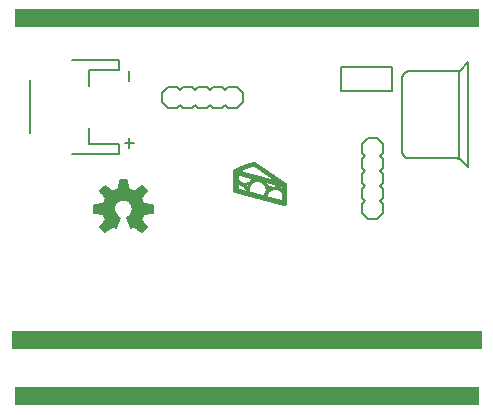
<source format=gbo>
G75*
%MOIN*%
%OFA0B0*%
%FSLAX25Y25*%
%IPPOS*%
%LPD*%
%AMOC8*
5,1,8,0,0,1.08239X$1,22.5*
%
%ADD10R,1.56693X0.05906*%
%ADD11R,1.55118X0.05906*%
%ADD12C,0.00500*%
%ADD13C,0.00700*%
%ADD14R,0.00080X0.00080*%
%ADD15R,0.00080X0.00080*%
%ADD16R,0.00080X0.00080*%
%ADD17R,0.00080X0.00080*%
%ADD18C,0.00591*%
D10*
X0080643Y0036594D03*
D11*
X0080643Y0017894D03*
X0080643Y0143878D03*
D12*
X0077300Y0120882D02*
X0074300Y0120882D01*
X0073300Y0119882D01*
X0072300Y0120882D01*
X0069300Y0120882D01*
X0068300Y0119882D01*
X0067300Y0120882D01*
X0064300Y0120882D01*
X0063300Y0119882D01*
X0062300Y0120882D01*
X0059300Y0120882D01*
X0058300Y0119882D01*
X0057300Y0120882D01*
X0054300Y0120882D01*
X0052300Y0118882D01*
X0052300Y0115882D01*
X0054300Y0113882D01*
X0057300Y0113882D01*
X0058300Y0114882D01*
X0059300Y0113882D01*
X0062300Y0113882D01*
X0063300Y0114882D01*
X0064300Y0113882D01*
X0067300Y0113882D01*
X0068300Y0114882D01*
X0069300Y0113882D01*
X0072300Y0113882D01*
X0073300Y0114882D01*
X0074300Y0113882D01*
X0077300Y0113882D01*
X0079300Y0115882D01*
X0079300Y0118882D01*
X0077300Y0120882D01*
X0111985Y0119563D02*
X0111985Y0127563D01*
X0128985Y0127563D01*
X0128985Y0119563D01*
X0111985Y0119563D01*
X0121150Y0103913D02*
X0124150Y0103913D01*
X0126150Y0101913D01*
X0126150Y0098913D01*
X0125150Y0097913D01*
X0126150Y0096913D01*
X0126150Y0093913D01*
X0125150Y0092913D01*
X0126150Y0091913D01*
X0126150Y0088913D01*
X0125150Y0087913D01*
X0126150Y0086913D01*
X0126150Y0083913D01*
X0125150Y0082913D01*
X0126150Y0081913D01*
X0126150Y0078913D01*
X0124150Y0076913D01*
X0121150Y0076913D01*
X0119150Y0078913D01*
X0119150Y0081913D01*
X0120150Y0082913D01*
X0119150Y0083913D01*
X0119150Y0086913D01*
X0120150Y0087913D01*
X0119150Y0088913D01*
X0119150Y0091913D01*
X0120150Y0092913D01*
X0119150Y0093913D01*
X0119150Y0096913D01*
X0120150Y0097913D01*
X0119150Y0098913D01*
X0119150Y0101913D01*
X0121150Y0103913D01*
X0132414Y0099700D02*
X0132414Y0123739D01*
X0132416Y0123839D01*
X0132422Y0123938D01*
X0132432Y0124038D01*
X0132445Y0124136D01*
X0132463Y0124235D01*
X0132484Y0124332D01*
X0132509Y0124429D01*
X0132538Y0124524D01*
X0132571Y0124618D01*
X0132607Y0124711D01*
X0132647Y0124803D01*
X0132691Y0124893D01*
X0132738Y0124981D01*
X0132788Y0125067D01*
X0132842Y0125151D01*
X0132899Y0125233D01*
X0132960Y0125312D01*
X0133023Y0125389D01*
X0133089Y0125464D01*
X0133158Y0125536D01*
X0133230Y0125605D01*
X0133305Y0125671D01*
X0133382Y0125734D01*
X0133461Y0125795D01*
X0133543Y0125852D01*
X0133627Y0125906D01*
X0133713Y0125956D01*
X0133801Y0126003D01*
X0133891Y0126047D01*
X0133983Y0126087D01*
X0134076Y0126123D01*
X0134170Y0126156D01*
X0134265Y0126185D01*
X0134362Y0126210D01*
X0134459Y0126231D01*
X0134558Y0126249D01*
X0134656Y0126262D01*
X0134756Y0126272D01*
X0134855Y0126278D01*
X0134955Y0126280D01*
X0151099Y0126280D01*
X0150939Y0126288D02*
X0151464Y0126288D01*
X0151589Y0126388D01*
X0154414Y0129213D01*
X0154414Y0094213D01*
X0154389Y0094188D02*
X0151564Y0097013D01*
X0151539Y0097038D02*
X0151414Y0097138D01*
X0151089Y0097138D01*
X0151099Y0097146D02*
X0134968Y0097146D01*
X0134868Y0097148D01*
X0134768Y0097154D01*
X0134668Y0097164D01*
X0134568Y0097177D01*
X0134470Y0097195D01*
X0134372Y0097217D01*
X0134275Y0097242D01*
X0134179Y0097271D01*
X0134084Y0097304D01*
X0133991Y0097340D01*
X0133899Y0097381D01*
X0133809Y0097424D01*
X0133720Y0097472D01*
X0133634Y0097522D01*
X0133549Y0097576D01*
X0133467Y0097634D01*
X0133387Y0097694D01*
X0133309Y0097758D01*
X0133234Y0097825D01*
X0133162Y0097894D01*
X0133093Y0097966D01*
X0133026Y0098041D01*
X0132962Y0098119D01*
X0132902Y0098199D01*
X0132844Y0098281D01*
X0132790Y0098366D01*
X0132740Y0098452D01*
X0132692Y0098541D01*
X0132649Y0098631D01*
X0132608Y0098723D01*
X0132572Y0098816D01*
X0132539Y0098911D01*
X0132510Y0099007D01*
X0132485Y0099104D01*
X0132463Y0099202D01*
X0132445Y0099300D01*
X0132432Y0099400D01*
X0132422Y0099500D01*
X0132416Y0099600D01*
X0132414Y0099700D01*
X0151389Y0097163D02*
X0151389Y0126313D01*
X0038044Y0126752D02*
X0038044Y0130098D01*
X0022296Y0130098D01*
X0028202Y0126752D02*
X0038044Y0126752D01*
X0028202Y0126752D02*
X0028202Y0121240D01*
X0028202Y0107461D02*
X0028202Y0101949D01*
X0038044Y0101949D01*
X0038044Y0098602D01*
X0022296Y0098602D01*
X0008517Y0105492D02*
X0008517Y0123209D01*
D13*
X0039895Y0102179D02*
X0043164Y0102179D01*
X0041530Y0103813D02*
X0041530Y0100544D01*
X0041530Y0123044D02*
X0041530Y0126313D01*
D14*
X0076519Y0092921D03*
X0076599Y0092921D03*
X0076599Y0093001D03*
X0076759Y0093001D03*
X0076759Y0092921D03*
X0076759Y0092761D03*
X0076759Y0092601D03*
X0076759Y0092521D03*
X0076759Y0092361D03*
X0076759Y0092201D03*
X0076759Y0092121D03*
X0076759Y0091961D03*
X0076759Y0091801D03*
X0076759Y0091721D03*
X0076759Y0091561D03*
X0076759Y0091401D03*
X0076759Y0091321D03*
X0076759Y0091161D03*
X0076759Y0091001D03*
X0076759Y0090921D03*
X0076759Y0090761D03*
X0076759Y0090601D03*
X0076759Y0090521D03*
X0076759Y0090361D03*
X0076759Y0090201D03*
X0076759Y0090121D03*
X0076759Y0089961D03*
X0076759Y0089801D03*
X0076759Y0089721D03*
X0076759Y0089561D03*
X0076759Y0089401D03*
X0076759Y0089321D03*
X0076759Y0089161D03*
X0076759Y0089001D03*
X0076759Y0088921D03*
X0076759Y0088761D03*
X0076759Y0088601D03*
X0076759Y0088521D03*
X0076759Y0088361D03*
X0076759Y0088201D03*
X0076759Y0088121D03*
X0076759Y0087961D03*
X0076759Y0087801D03*
X0076759Y0087721D03*
X0076759Y0087561D03*
X0076759Y0087401D03*
X0076759Y0087321D03*
X0076759Y0087161D03*
X0076759Y0087001D03*
X0076759Y0086921D03*
X0076759Y0086761D03*
X0076759Y0086601D03*
X0076759Y0086521D03*
X0076759Y0086361D03*
X0076759Y0086201D03*
X0076759Y0086121D03*
X0076759Y0085961D03*
X0076759Y0085801D03*
X0076759Y0085721D03*
X0076919Y0085721D03*
X0076999Y0085721D03*
X0076999Y0085801D03*
X0076919Y0085801D03*
X0076919Y0085961D03*
X0076999Y0085961D03*
X0077159Y0085961D03*
X0077159Y0085801D03*
X0077159Y0085721D03*
X0077159Y0085561D03*
X0077319Y0085561D03*
X0077399Y0085561D03*
X0077559Y0085561D03*
X0077719Y0085561D03*
X0077799Y0085561D03*
X0077799Y0085401D03*
X0077719Y0085401D03*
X0077959Y0085401D03*
X0078119Y0085401D03*
X0078119Y0085321D03*
X0078199Y0085321D03*
X0078199Y0085401D03*
X0078359Y0085401D03*
X0078359Y0085321D03*
X0078519Y0085321D03*
X0078599Y0085321D03*
X0078599Y0085401D03*
X0078519Y0085401D03*
X0078519Y0085561D03*
X0078599Y0085561D03*
X0078759Y0085561D03*
X0078759Y0085401D03*
X0078759Y0085321D03*
X0078759Y0085161D03*
X0078599Y0085161D03*
X0078919Y0085161D03*
X0078999Y0085161D03*
X0079159Y0085161D03*
X0079319Y0085161D03*
X0079399Y0085161D03*
X0079399Y0085001D03*
X0079319Y0085001D03*
X0079559Y0085001D03*
X0079559Y0084921D03*
X0079719Y0084921D03*
X0079799Y0084921D03*
X0079799Y0085001D03*
X0079719Y0085001D03*
X0079719Y0085161D03*
X0079799Y0085161D03*
X0079959Y0085161D03*
X0079959Y0085001D03*
X0079959Y0084921D03*
X0080119Y0084921D03*
X0080199Y0084921D03*
X0080199Y0085001D03*
X0080119Y0085001D03*
X0080119Y0085161D03*
X0080199Y0085161D03*
X0080359Y0085161D03*
X0080359Y0085001D03*
X0080359Y0084921D03*
X0080359Y0084761D03*
X0080199Y0084761D03*
X0080119Y0084761D03*
X0080519Y0084761D03*
X0080599Y0084761D03*
X0080759Y0084761D03*
X0080759Y0084601D03*
X0080919Y0084601D03*
X0080999Y0084601D03*
X0081159Y0084601D03*
X0081159Y0084521D03*
X0081319Y0084521D03*
X0081399Y0084521D03*
X0081399Y0084601D03*
X0081319Y0084601D03*
X0081319Y0084761D03*
X0081399Y0084761D03*
X0081559Y0084761D03*
X0081559Y0084601D03*
X0081559Y0084521D03*
X0081719Y0084521D03*
X0081799Y0084521D03*
X0081799Y0084601D03*
X0081719Y0084601D03*
X0081719Y0084761D03*
X0081799Y0084761D03*
X0081959Y0084761D03*
X0081959Y0084601D03*
X0081959Y0084521D03*
X0081959Y0084361D03*
X0081799Y0084361D03*
X0081719Y0084361D03*
X0082119Y0084361D03*
X0082199Y0084361D03*
X0082359Y0084361D03*
X0082359Y0084201D03*
X0082519Y0084201D03*
X0082599Y0084201D03*
X0082599Y0084121D03*
X0082759Y0084121D03*
X0082759Y0084201D03*
X0082919Y0084201D03*
X0082919Y0084121D03*
X0082999Y0084121D03*
X0082999Y0084201D03*
X0083159Y0084201D03*
X0083159Y0084121D03*
X0083159Y0083961D03*
X0083319Y0083961D03*
X0083399Y0083961D03*
X0083559Y0083961D03*
X0083719Y0083961D03*
X0083799Y0083961D03*
X0083799Y0083801D03*
X0083959Y0083801D03*
X0084119Y0083801D03*
X0084119Y0083721D03*
X0084199Y0083721D03*
X0084199Y0083801D03*
X0084359Y0083801D03*
X0084359Y0083721D03*
X0084519Y0083721D03*
X0084599Y0083721D03*
X0084599Y0083801D03*
X0084519Y0083801D03*
X0084519Y0083961D03*
X0084599Y0083961D03*
X0084759Y0083961D03*
X0084759Y0083801D03*
X0084759Y0083721D03*
X0084759Y0083561D03*
X0084919Y0083561D03*
X0084999Y0083561D03*
X0085159Y0083561D03*
X0085319Y0083561D03*
X0085399Y0083561D03*
X0085399Y0083401D03*
X0085319Y0083401D03*
X0085559Y0083401D03*
X0085559Y0083321D03*
X0085719Y0083321D03*
X0085799Y0083321D03*
X0085799Y0083401D03*
X0085719Y0083401D03*
X0085719Y0083561D03*
X0085799Y0083561D03*
X0085959Y0083561D03*
X0085959Y0083401D03*
X0085959Y0083321D03*
X0086119Y0083321D03*
X0086199Y0083321D03*
X0086199Y0083401D03*
X0086119Y0083401D03*
X0086119Y0083561D03*
X0086199Y0083561D03*
X0086359Y0083561D03*
X0086359Y0083401D03*
X0086359Y0083321D03*
X0086359Y0083161D03*
X0086199Y0083161D03*
X0086519Y0083161D03*
X0086599Y0083161D03*
X0086759Y0083161D03*
X0086919Y0083161D03*
X0086999Y0083161D03*
X0086999Y0083001D03*
X0086919Y0083001D03*
X0087159Y0083001D03*
X0087159Y0082921D03*
X0087319Y0082921D03*
X0087399Y0082921D03*
X0087399Y0083001D03*
X0087319Y0083001D03*
X0087319Y0083161D03*
X0087399Y0083161D03*
X0087559Y0083161D03*
X0087559Y0083001D03*
X0087559Y0082921D03*
X0087719Y0082921D03*
X0087799Y0082921D03*
X0087799Y0083001D03*
X0087719Y0083001D03*
X0087719Y0083161D03*
X0087799Y0083161D03*
X0087959Y0083161D03*
X0087959Y0083001D03*
X0087959Y0082921D03*
X0087959Y0082761D03*
X0087799Y0082761D03*
X0087719Y0082761D03*
X0088119Y0082761D03*
X0088199Y0082761D03*
X0088359Y0082761D03*
X0088359Y0082601D03*
X0088519Y0082601D03*
X0088599Y0082601D03*
X0088599Y0082521D03*
X0088759Y0082521D03*
X0088759Y0082601D03*
X0088919Y0082601D03*
X0088919Y0082521D03*
X0088999Y0082521D03*
X0088999Y0082601D03*
X0089159Y0082601D03*
X0089159Y0082521D03*
X0089319Y0082521D03*
X0089399Y0082521D03*
X0089399Y0082601D03*
X0089319Y0082601D03*
X0089319Y0082761D03*
X0089399Y0082761D03*
X0089559Y0082761D03*
X0089559Y0082601D03*
X0089559Y0082521D03*
X0089559Y0082361D03*
X0089399Y0082361D03*
X0089319Y0082361D03*
X0089719Y0082361D03*
X0089799Y0082361D03*
X0089959Y0082361D03*
X0089959Y0082201D03*
X0090119Y0082201D03*
X0090119Y0082121D03*
X0090199Y0082121D03*
X0090199Y0082201D03*
X0090359Y0082201D03*
X0090359Y0082121D03*
X0090519Y0082121D03*
X0090599Y0082121D03*
X0090599Y0082201D03*
X0090519Y0082201D03*
X0090519Y0082361D03*
X0090599Y0082361D03*
X0090759Y0082361D03*
X0090759Y0082201D03*
X0090759Y0082121D03*
X0090759Y0081961D03*
X0090919Y0081961D03*
X0090999Y0081961D03*
X0091159Y0081961D03*
X0091319Y0081961D03*
X0091399Y0081961D03*
X0091399Y0081801D03*
X0091559Y0081801D03*
X0091719Y0081801D03*
X0091719Y0081721D03*
X0091799Y0081721D03*
X0091799Y0081801D03*
X0091959Y0081801D03*
X0091959Y0081721D03*
X0092119Y0081721D03*
X0092199Y0081721D03*
X0092199Y0081801D03*
X0092119Y0081801D03*
X0092119Y0081961D03*
X0092199Y0081961D03*
X0092359Y0081961D03*
X0092359Y0081801D03*
X0092359Y0081721D03*
X0092359Y0081561D03*
X0092519Y0081561D03*
X0092599Y0081561D03*
X0092759Y0081561D03*
X0092919Y0081561D03*
X0092999Y0081561D03*
X0092999Y0081401D03*
X0092919Y0081401D03*
X0093159Y0081401D03*
X0093159Y0081321D03*
X0093319Y0081321D03*
X0093399Y0081321D03*
X0093399Y0081401D03*
X0093319Y0081401D03*
X0093319Y0081561D03*
X0093399Y0081561D03*
X0093559Y0081561D03*
X0093559Y0081401D03*
X0093559Y0081321D03*
X0093719Y0081321D03*
X0093719Y0081401D03*
X0093799Y0081401D03*
X0093799Y0081561D03*
X0093719Y0081561D03*
X0093719Y0081721D03*
X0093799Y0081721D03*
X0093799Y0081801D03*
X0093719Y0081801D03*
X0093559Y0081801D03*
X0093559Y0081721D03*
X0093399Y0081721D03*
X0093319Y0081721D03*
X0093319Y0081801D03*
X0093399Y0081801D03*
X0093399Y0081961D03*
X0093319Y0081961D03*
X0093159Y0081961D03*
X0093159Y0081801D03*
X0093159Y0081721D03*
X0093159Y0081561D03*
X0092999Y0081721D03*
X0092919Y0081721D03*
X0092919Y0081801D03*
X0092999Y0081801D03*
X0092999Y0081961D03*
X0092919Y0081961D03*
X0092759Y0081961D03*
X0092759Y0081801D03*
X0092759Y0081721D03*
X0092599Y0081721D03*
X0092519Y0081721D03*
X0092519Y0081801D03*
X0092599Y0081801D03*
X0092599Y0081961D03*
X0092519Y0081961D03*
X0092519Y0082121D03*
X0092599Y0082121D03*
X0092599Y0082201D03*
X0092519Y0082201D03*
X0092359Y0082201D03*
X0092359Y0082121D03*
X0092199Y0082121D03*
X0092119Y0082121D03*
X0092119Y0082201D03*
X0092199Y0082201D03*
X0092199Y0082361D03*
X0092119Y0082361D03*
X0091959Y0082361D03*
X0091959Y0082201D03*
X0091959Y0082121D03*
X0091959Y0081961D03*
X0091799Y0081961D03*
X0091719Y0081961D03*
X0091559Y0081961D03*
X0091559Y0082121D03*
X0091559Y0082201D03*
X0091399Y0082201D03*
X0091399Y0082121D03*
X0091319Y0082121D03*
X0091319Y0082201D03*
X0091159Y0082201D03*
X0091159Y0082121D03*
X0090999Y0082121D03*
X0090919Y0082121D03*
X0090919Y0082201D03*
X0090999Y0082201D03*
X0090999Y0082361D03*
X0090919Y0082361D03*
X0090919Y0082521D03*
X0090999Y0082521D03*
X0090999Y0082601D03*
X0090919Y0082601D03*
X0090759Y0082601D03*
X0090759Y0082521D03*
X0090599Y0082521D03*
X0090519Y0082521D03*
X0090519Y0082601D03*
X0090599Y0082601D03*
X0090599Y0082761D03*
X0090519Y0082761D03*
X0090359Y0082761D03*
X0090359Y0082601D03*
X0090359Y0082521D03*
X0090359Y0082361D03*
X0090199Y0082361D03*
X0090119Y0082361D03*
X0090119Y0082521D03*
X0090199Y0082521D03*
X0090199Y0082601D03*
X0090119Y0082601D03*
X0089959Y0082601D03*
X0089959Y0082521D03*
X0089799Y0082521D03*
X0089719Y0082521D03*
X0089719Y0082601D03*
X0089799Y0082601D03*
X0089799Y0082761D03*
X0089719Y0082761D03*
X0089719Y0082921D03*
X0089799Y0082921D03*
X0089799Y0083001D03*
X0089719Y0083001D03*
X0089559Y0083001D03*
X0089559Y0082921D03*
X0089399Y0082921D03*
X0089319Y0082921D03*
X0089319Y0083001D03*
X0089399Y0083001D03*
X0089399Y0083161D03*
X0089319Y0083161D03*
X0089159Y0083161D03*
X0089159Y0083001D03*
X0089159Y0082921D03*
X0089159Y0082761D03*
X0088999Y0082761D03*
X0088919Y0082761D03*
X0088759Y0082761D03*
X0088599Y0082761D03*
X0088519Y0082761D03*
X0088519Y0082921D03*
X0088599Y0082921D03*
X0088599Y0083001D03*
X0088519Y0083001D03*
X0088359Y0083001D03*
X0088359Y0082921D03*
X0088199Y0082921D03*
X0088119Y0082921D03*
X0088119Y0083001D03*
X0088199Y0083001D03*
X0088199Y0083161D03*
X0088119Y0083161D03*
X0088119Y0083321D03*
X0088199Y0083321D03*
X0088199Y0083401D03*
X0088119Y0083401D03*
X0087959Y0083401D03*
X0087959Y0083321D03*
X0087799Y0083321D03*
X0087719Y0083321D03*
X0087719Y0083401D03*
X0087799Y0083401D03*
X0087799Y0083561D03*
X0087719Y0083561D03*
X0087559Y0083561D03*
X0087559Y0083401D03*
X0087559Y0083321D03*
X0087399Y0083321D03*
X0087319Y0083321D03*
X0087319Y0083401D03*
X0087399Y0083401D03*
X0087399Y0083561D03*
X0087319Y0083561D03*
X0087159Y0083561D03*
X0087159Y0083401D03*
X0087159Y0083321D03*
X0087159Y0083161D03*
X0086999Y0083321D03*
X0086919Y0083321D03*
X0086919Y0083401D03*
X0086999Y0083401D03*
X0086999Y0083561D03*
X0086919Y0083561D03*
X0086759Y0083561D03*
X0086759Y0083401D03*
X0086759Y0083321D03*
X0086599Y0083321D03*
X0086519Y0083321D03*
X0086519Y0083401D03*
X0086599Y0083401D03*
X0086599Y0083561D03*
X0086519Y0083561D03*
X0086519Y0083721D03*
X0086599Y0083721D03*
X0086599Y0083801D03*
X0086519Y0083801D03*
X0086359Y0083801D03*
X0086359Y0083721D03*
X0086199Y0083721D03*
X0086119Y0083721D03*
X0086119Y0083801D03*
X0086199Y0083801D03*
X0086199Y0083961D03*
X0086119Y0083961D03*
X0085959Y0083961D03*
X0085959Y0083801D03*
X0085959Y0083721D03*
X0085799Y0083721D03*
X0085719Y0083721D03*
X0085719Y0083801D03*
X0085799Y0083801D03*
X0085799Y0083961D03*
X0085719Y0083961D03*
X0085559Y0083961D03*
X0085559Y0083801D03*
X0085559Y0083721D03*
X0085559Y0083561D03*
X0085399Y0083721D03*
X0085319Y0083721D03*
X0085319Y0083801D03*
X0085399Y0083801D03*
X0085399Y0083961D03*
X0085319Y0083961D03*
X0085159Y0083961D03*
X0085159Y0083801D03*
X0085159Y0083721D03*
X0084999Y0083721D03*
X0084919Y0083721D03*
X0084919Y0083801D03*
X0084999Y0083801D03*
X0084999Y0083961D03*
X0084919Y0083961D03*
X0084919Y0084121D03*
X0084999Y0084121D03*
X0084999Y0084201D03*
X0084919Y0084201D03*
X0084759Y0084201D03*
X0084759Y0084121D03*
X0084599Y0084121D03*
X0084519Y0084121D03*
X0084519Y0084201D03*
X0084599Y0084201D03*
X0084599Y0084361D03*
X0084519Y0084361D03*
X0084359Y0084361D03*
X0084359Y0084201D03*
X0084359Y0084121D03*
X0084359Y0083961D03*
X0084199Y0083961D03*
X0084119Y0083961D03*
X0083959Y0083961D03*
X0083959Y0084121D03*
X0083959Y0084201D03*
X0083799Y0084201D03*
X0083799Y0084121D03*
X0083719Y0084121D03*
X0083719Y0084201D03*
X0083559Y0084201D03*
X0083559Y0084121D03*
X0083399Y0084121D03*
X0083319Y0084121D03*
X0083319Y0084201D03*
X0083399Y0084201D03*
X0083399Y0084361D03*
X0083319Y0084361D03*
X0083159Y0084361D03*
X0082999Y0084361D03*
X0082919Y0084361D03*
X0082759Y0084361D03*
X0082599Y0084361D03*
X0082519Y0084361D03*
X0082519Y0084521D03*
X0082599Y0084521D03*
X0082599Y0084601D03*
X0082519Y0084601D03*
X0082359Y0084601D03*
X0082359Y0084521D03*
X0082199Y0084521D03*
X0082119Y0084521D03*
X0082119Y0084601D03*
X0082199Y0084601D03*
X0082199Y0084761D03*
X0082119Y0084761D03*
X0082119Y0084921D03*
X0082199Y0084921D03*
X0082199Y0085001D03*
X0082119Y0085001D03*
X0081959Y0085001D03*
X0081959Y0084921D03*
X0081799Y0084921D03*
X0081719Y0084921D03*
X0081719Y0085001D03*
X0081799Y0085001D03*
X0081799Y0085161D03*
X0081719Y0085161D03*
X0081559Y0085161D03*
X0081559Y0085001D03*
X0081559Y0084921D03*
X0081399Y0084921D03*
X0081319Y0084921D03*
X0081319Y0085001D03*
X0081399Y0085001D03*
X0081399Y0085161D03*
X0081319Y0085161D03*
X0081159Y0085161D03*
X0081159Y0085001D03*
X0081159Y0084921D03*
X0081159Y0084761D03*
X0080999Y0084761D03*
X0080919Y0084761D03*
X0080919Y0084921D03*
X0080999Y0084921D03*
X0080999Y0085001D03*
X0080919Y0085001D03*
X0080759Y0085001D03*
X0080759Y0084921D03*
X0080599Y0084921D03*
X0080519Y0084921D03*
X0080519Y0085001D03*
X0080599Y0085001D03*
X0080599Y0085161D03*
X0080519Y0085161D03*
X0080519Y0085321D03*
X0080599Y0085321D03*
X0080599Y0085401D03*
X0080519Y0085401D03*
X0080359Y0085401D03*
X0080359Y0085321D03*
X0080199Y0085321D03*
X0080119Y0085321D03*
X0080119Y0085401D03*
X0080199Y0085401D03*
X0080199Y0085561D03*
X0080119Y0085561D03*
X0079959Y0085561D03*
X0079959Y0085401D03*
X0079959Y0085321D03*
X0079799Y0085321D03*
X0079719Y0085321D03*
X0079719Y0085401D03*
X0079799Y0085401D03*
X0079799Y0085561D03*
X0079719Y0085561D03*
X0079559Y0085561D03*
X0079559Y0085401D03*
X0079559Y0085321D03*
X0079559Y0085161D03*
X0079399Y0085321D03*
X0079319Y0085321D03*
X0079319Y0085401D03*
X0079399Y0085401D03*
X0079399Y0085561D03*
X0079319Y0085561D03*
X0079159Y0085561D03*
X0079159Y0085401D03*
X0079159Y0085321D03*
X0078999Y0085321D03*
X0078919Y0085321D03*
X0078919Y0085401D03*
X0078999Y0085401D03*
X0078999Y0085561D03*
X0078919Y0085561D03*
X0078919Y0085721D03*
X0078999Y0085721D03*
X0078999Y0085801D03*
X0078919Y0085801D03*
X0078759Y0085801D03*
X0078759Y0085721D03*
X0078599Y0085721D03*
X0078519Y0085721D03*
X0078519Y0085801D03*
X0078599Y0085801D03*
X0078599Y0085961D03*
X0078519Y0085961D03*
X0078359Y0085961D03*
X0078359Y0085801D03*
X0078359Y0085721D03*
X0078359Y0085561D03*
X0078199Y0085561D03*
X0078119Y0085561D03*
X0077959Y0085561D03*
X0077959Y0085721D03*
X0077959Y0085801D03*
X0077799Y0085801D03*
X0077799Y0085721D03*
X0077719Y0085721D03*
X0077719Y0085801D03*
X0077559Y0085801D03*
X0077559Y0085721D03*
X0077399Y0085721D03*
X0077319Y0085721D03*
X0077319Y0085801D03*
X0077399Y0085801D03*
X0077399Y0085961D03*
X0077319Y0085961D03*
X0077319Y0086121D03*
X0077399Y0086121D03*
X0077399Y0086201D03*
X0077319Y0086201D03*
X0077159Y0086201D03*
X0077159Y0086121D03*
X0076999Y0086121D03*
X0076919Y0086121D03*
X0076919Y0086201D03*
X0076999Y0086201D03*
X0076999Y0086361D03*
X0076919Y0086361D03*
X0076919Y0086521D03*
X0076999Y0086521D03*
X0076999Y0086601D03*
X0076919Y0086601D03*
X0076919Y0086761D03*
X0076999Y0086761D03*
X0077159Y0086761D03*
X0077159Y0086601D03*
X0077159Y0086521D03*
X0077159Y0086361D03*
X0077319Y0086361D03*
X0077399Y0086361D03*
X0077559Y0086361D03*
X0077559Y0086201D03*
X0077559Y0086121D03*
X0077559Y0085961D03*
X0077719Y0085961D03*
X0077799Y0085961D03*
X0077959Y0085961D03*
X0078119Y0085961D03*
X0078199Y0085961D03*
X0078199Y0085801D03*
X0078199Y0085721D03*
X0078119Y0085721D03*
X0078119Y0085801D03*
X0078119Y0086121D03*
X0078199Y0086121D03*
X0078199Y0086201D03*
X0078119Y0086201D03*
X0077959Y0086201D03*
X0077959Y0086121D03*
X0077799Y0086121D03*
X0077719Y0086121D03*
X0077719Y0086201D03*
X0077799Y0086201D03*
X0077799Y0086361D03*
X0077719Y0086361D03*
X0077719Y0086521D03*
X0077799Y0086521D03*
X0077799Y0086601D03*
X0077719Y0086601D03*
X0077559Y0086601D03*
X0077559Y0086521D03*
X0077399Y0086521D03*
X0077319Y0086521D03*
X0077319Y0086601D03*
X0077399Y0086601D03*
X0077399Y0086761D03*
X0077319Y0086761D03*
X0077319Y0086921D03*
X0077399Y0086921D03*
X0077399Y0087001D03*
X0077319Y0087001D03*
X0077159Y0087001D03*
X0077159Y0086921D03*
X0076999Y0086921D03*
X0076919Y0086921D03*
X0076919Y0087001D03*
X0076999Y0087001D03*
X0076999Y0087161D03*
X0076919Y0087161D03*
X0076919Y0087321D03*
X0076999Y0087321D03*
X0076999Y0087401D03*
X0076919Y0087401D03*
X0076919Y0087561D03*
X0076999Y0087561D03*
X0077159Y0087561D03*
X0077159Y0087401D03*
X0077159Y0087321D03*
X0077159Y0087161D03*
X0077319Y0087161D03*
X0077399Y0087161D03*
X0077559Y0087161D03*
X0077559Y0087001D03*
X0077559Y0086921D03*
X0077559Y0086761D03*
X0077719Y0086761D03*
X0077799Y0086761D03*
X0077959Y0086761D03*
X0077959Y0086601D03*
X0077959Y0086521D03*
X0077959Y0086361D03*
X0078119Y0086361D03*
X0078199Y0086361D03*
X0078359Y0086361D03*
X0078359Y0086201D03*
X0078359Y0086121D03*
X0078519Y0086121D03*
X0078599Y0086121D03*
X0078599Y0086201D03*
X0078519Y0086201D03*
X0078519Y0086361D03*
X0078599Y0086361D03*
X0078759Y0086361D03*
X0078759Y0086201D03*
X0078759Y0086121D03*
X0078759Y0085961D03*
X0078919Y0085961D03*
X0078999Y0085961D03*
X0079159Y0085961D03*
X0079159Y0085801D03*
X0079159Y0085721D03*
X0079319Y0085721D03*
X0079399Y0085721D03*
X0079399Y0085801D03*
X0079319Y0085801D03*
X0079319Y0085961D03*
X0079399Y0085961D03*
X0079559Y0085961D03*
X0079559Y0085801D03*
X0079559Y0085721D03*
X0079719Y0085721D03*
X0079799Y0085721D03*
X0079799Y0085801D03*
X0079719Y0085801D03*
X0079719Y0085961D03*
X0079799Y0085961D03*
X0079959Y0085961D03*
X0079959Y0085801D03*
X0079959Y0085721D03*
X0080119Y0085721D03*
X0080199Y0085721D03*
X0080199Y0085801D03*
X0080119Y0085801D03*
X0080119Y0085961D03*
X0080199Y0085961D03*
X0080359Y0085961D03*
X0080359Y0085801D03*
X0080359Y0085721D03*
X0080359Y0085561D03*
X0080519Y0085561D03*
X0080599Y0085561D03*
X0080759Y0085561D03*
X0080759Y0085401D03*
X0080759Y0085321D03*
X0080759Y0085161D03*
X0080919Y0085161D03*
X0080999Y0085161D03*
X0080999Y0085321D03*
X0080919Y0085321D03*
X0080919Y0085401D03*
X0080999Y0085401D03*
X0081159Y0085401D03*
X0081159Y0085321D03*
X0081319Y0085321D03*
X0081399Y0085321D03*
X0081399Y0085401D03*
X0081319Y0085401D03*
X0081319Y0085561D03*
X0081399Y0085561D03*
X0081559Y0085561D03*
X0081559Y0085401D03*
X0081559Y0085321D03*
X0081719Y0085321D03*
X0081799Y0085321D03*
X0081799Y0085401D03*
X0081719Y0085401D03*
X0081719Y0085561D03*
X0081799Y0085561D03*
X0081959Y0085561D03*
X0081959Y0085401D03*
X0081959Y0085321D03*
X0081959Y0085161D03*
X0082119Y0085161D03*
X0082199Y0085161D03*
X0082359Y0085161D03*
X0082359Y0085001D03*
X0082359Y0084921D03*
X0082359Y0084761D03*
X0082519Y0084761D03*
X0082599Y0084761D03*
X0082759Y0084761D03*
X0082759Y0084601D03*
X0082759Y0084521D03*
X0082919Y0084521D03*
X0082999Y0084521D03*
X0082999Y0084601D03*
X0082919Y0084601D03*
X0082919Y0084761D03*
X0082999Y0084761D03*
X0083159Y0084761D03*
X0083159Y0084601D03*
X0083159Y0084521D03*
X0083319Y0084521D03*
X0083399Y0084521D03*
X0083399Y0084601D03*
X0083319Y0084601D03*
X0083319Y0084761D03*
X0083399Y0084761D03*
X0083559Y0084761D03*
X0083559Y0084601D03*
X0083559Y0084521D03*
X0083559Y0084361D03*
X0083719Y0084361D03*
X0083799Y0084361D03*
X0083959Y0084361D03*
X0084119Y0084361D03*
X0084199Y0084361D03*
X0084199Y0084201D03*
X0084199Y0084121D03*
X0084119Y0084121D03*
X0084119Y0084201D03*
X0084119Y0084521D03*
X0084199Y0084521D03*
X0084199Y0084601D03*
X0084119Y0084601D03*
X0083959Y0084601D03*
X0083959Y0084521D03*
X0083799Y0084521D03*
X0083719Y0084521D03*
X0083719Y0084601D03*
X0083799Y0084601D03*
X0083799Y0084761D03*
X0083719Y0084761D03*
X0083719Y0084921D03*
X0083799Y0084921D03*
X0083799Y0085001D03*
X0083719Y0085001D03*
X0083559Y0085001D03*
X0083559Y0084921D03*
X0083399Y0084921D03*
X0083319Y0084921D03*
X0083319Y0085001D03*
X0083399Y0085001D03*
X0083399Y0085161D03*
X0083319Y0085161D03*
X0083159Y0085161D03*
X0083159Y0085001D03*
X0083159Y0084921D03*
X0082999Y0084921D03*
X0082919Y0084921D03*
X0082919Y0085001D03*
X0082999Y0085001D03*
X0082999Y0085161D03*
X0082919Y0085161D03*
X0082759Y0085161D03*
X0082759Y0085001D03*
X0082759Y0084921D03*
X0082599Y0084921D03*
X0082519Y0084921D03*
X0082519Y0085001D03*
X0082599Y0085001D03*
X0082599Y0085161D03*
X0082519Y0085161D03*
X0082519Y0085321D03*
X0082599Y0085321D03*
X0082599Y0085401D03*
X0082519Y0085401D03*
X0082359Y0085401D03*
X0082359Y0085321D03*
X0082199Y0085321D03*
X0082119Y0085321D03*
X0082119Y0085401D03*
X0082199Y0085401D03*
X0082199Y0085561D03*
X0082119Y0085561D03*
X0082359Y0085561D03*
X0082519Y0085561D03*
X0082599Y0085561D03*
X0082759Y0085401D03*
X0082759Y0085321D03*
X0082919Y0085321D03*
X0082999Y0085321D03*
X0082999Y0085401D03*
X0082919Y0085401D03*
X0083159Y0085401D03*
X0083159Y0085321D03*
X0083319Y0085321D03*
X0083399Y0085321D03*
X0083559Y0085161D03*
X0083719Y0085161D03*
X0083799Y0085161D03*
X0083959Y0085161D03*
X0083959Y0085001D03*
X0083959Y0084921D03*
X0083959Y0084761D03*
X0084119Y0084761D03*
X0084199Y0084761D03*
X0084359Y0084761D03*
X0084359Y0084601D03*
X0084359Y0084521D03*
X0084519Y0084521D03*
X0084599Y0084521D03*
X0084599Y0084601D03*
X0084519Y0084601D03*
X0084519Y0084761D03*
X0084599Y0084761D03*
X0084759Y0084761D03*
X0084759Y0084601D03*
X0084759Y0084521D03*
X0084759Y0084361D03*
X0084919Y0084361D03*
X0084999Y0084361D03*
X0085159Y0084361D03*
X0085159Y0084201D03*
X0085159Y0084121D03*
X0085319Y0084121D03*
X0085399Y0084121D03*
X0085399Y0084201D03*
X0085319Y0084201D03*
X0085319Y0084361D03*
X0085399Y0084361D03*
X0085559Y0084361D03*
X0085559Y0084201D03*
X0085559Y0084121D03*
X0085719Y0084121D03*
X0085799Y0084121D03*
X0085799Y0084201D03*
X0085719Y0084201D03*
X0085719Y0084361D03*
X0085799Y0084361D03*
X0085959Y0084361D03*
X0085959Y0084201D03*
X0085959Y0084121D03*
X0086119Y0084121D03*
X0086199Y0084121D03*
X0086199Y0084201D03*
X0086119Y0084201D03*
X0086119Y0084361D03*
X0086199Y0084361D03*
X0086359Y0084361D03*
X0086359Y0084201D03*
X0086359Y0084121D03*
X0086359Y0083961D03*
X0086519Y0083961D03*
X0086599Y0083961D03*
X0086759Y0083961D03*
X0086759Y0083801D03*
X0086759Y0083721D03*
X0086919Y0083721D03*
X0086999Y0083721D03*
X0086999Y0083801D03*
X0086919Y0083801D03*
X0086919Y0083961D03*
X0086999Y0083961D03*
X0087159Y0083961D03*
X0087159Y0083801D03*
X0087159Y0083721D03*
X0087319Y0083721D03*
X0087399Y0083721D03*
X0087399Y0083801D03*
X0087319Y0083801D03*
X0087319Y0083961D03*
X0087399Y0083961D03*
X0087559Y0083961D03*
X0087559Y0083801D03*
X0087559Y0083721D03*
X0087719Y0083721D03*
X0087799Y0083721D03*
X0087799Y0083801D03*
X0087719Y0083801D03*
X0087719Y0083961D03*
X0087799Y0083961D03*
X0087959Y0083961D03*
X0087959Y0083801D03*
X0087959Y0083721D03*
X0087959Y0083561D03*
X0088119Y0083561D03*
X0088199Y0083561D03*
X0088359Y0083561D03*
X0088359Y0083401D03*
X0088359Y0083321D03*
X0088359Y0083161D03*
X0088519Y0083161D03*
X0088599Y0083161D03*
X0088759Y0083161D03*
X0088759Y0083001D03*
X0088759Y0082921D03*
X0088919Y0082921D03*
X0088999Y0082921D03*
X0088999Y0083001D03*
X0088919Y0083001D03*
X0088919Y0083161D03*
X0088999Y0083161D03*
X0088999Y0083321D03*
X0088919Y0083321D03*
X0088919Y0083401D03*
X0088999Y0083401D03*
X0089159Y0083401D03*
X0089159Y0083321D03*
X0089319Y0083321D03*
X0089399Y0083321D03*
X0089399Y0083401D03*
X0089319Y0083401D03*
X0089319Y0083561D03*
X0089399Y0083561D03*
X0089559Y0083561D03*
X0089559Y0083401D03*
X0089559Y0083321D03*
X0089559Y0083161D03*
X0089719Y0083161D03*
X0089799Y0083161D03*
X0089959Y0083161D03*
X0089959Y0083001D03*
X0089959Y0082921D03*
X0089959Y0082761D03*
X0090119Y0082761D03*
X0090199Y0082761D03*
X0090199Y0082921D03*
X0090119Y0082921D03*
X0090119Y0083001D03*
X0090199Y0083001D03*
X0090359Y0083001D03*
X0090359Y0082921D03*
X0090519Y0082921D03*
X0090599Y0082921D03*
X0090599Y0083001D03*
X0090519Y0083001D03*
X0090519Y0083161D03*
X0090599Y0083161D03*
X0090759Y0083161D03*
X0090759Y0083001D03*
X0090759Y0082921D03*
X0090759Y0082761D03*
X0090919Y0082761D03*
X0090999Y0082761D03*
X0091159Y0082761D03*
X0091159Y0082601D03*
X0091159Y0082521D03*
X0091159Y0082361D03*
X0091319Y0082361D03*
X0091399Y0082361D03*
X0091559Y0082361D03*
X0091719Y0082361D03*
X0091799Y0082361D03*
X0091799Y0082201D03*
X0091799Y0082121D03*
X0091719Y0082121D03*
X0091719Y0082201D03*
X0091719Y0082521D03*
X0091799Y0082521D03*
X0091799Y0082601D03*
X0091719Y0082601D03*
X0091559Y0082601D03*
X0091559Y0082521D03*
X0091399Y0082521D03*
X0091319Y0082521D03*
X0091319Y0082601D03*
X0091399Y0082601D03*
X0091399Y0082761D03*
X0091319Y0082761D03*
X0091319Y0082921D03*
X0091399Y0082921D03*
X0091399Y0083001D03*
X0091319Y0083001D03*
X0091159Y0083001D03*
X0091159Y0082921D03*
X0090999Y0082921D03*
X0090919Y0082921D03*
X0090919Y0083001D03*
X0090999Y0083001D03*
X0090999Y0083161D03*
X0090919Y0083161D03*
X0090919Y0083321D03*
X0090999Y0083321D03*
X0091159Y0083161D03*
X0091319Y0083161D03*
X0091399Y0083161D03*
X0091559Y0083161D03*
X0091559Y0083001D03*
X0091559Y0082921D03*
X0091559Y0082761D03*
X0091719Y0082761D03*
X0091799Y0082761D03*
X0091959Y0082761D03*
X0091959Y0082601D03*
X0091959Y0082521D03*
X0092119Y0082521D03*
X0092199Y0082521D03*
X0092199Y0082601D03*
X0092119Y0082601D03*
X0092119Y0082761D03*
X0092199Y0082761D03*
X0092359Y0082761D03*
X0092359Y0082601D03*
X0092359Y0082521D03*
X0092359Y0082361D03*
X0092519Y0082361D03*
X0092599Y0082361D03*
X0092759Y0082361D03*
X0092759Y0082201D03*
X0092759Y0082121D03*
X0092919Y0082121D03*
X0092999Y0082121D03*
X0092999Y0082201D03*
X0092919Y0082201D03*
X0092919Y0082361D03*
X0092999Y0082361D03*
X0093159Y0082361D03*
X0093159Y0082201D03*
X0093159Y0082121D03*
X0093319Y0082121D03*
X0093399Y0082121D03*
X0093399Y0082201D03*
X0093319Y0082201D03*
X0093319Y0082361D03*
X0093399Y0082361D03*
X0093559Y0082361D03*
X0093559Y0082201D03*
X0093559Y0082121D03*
X0093559Y0081961D03*
X0093719Y0081961D03*
X0093799Y0081961D03*
X0093799Y0082121D03*
X0093719Y0082121D03*
X0093719Y0082201D03*
X0093799Y0082201D03*
X0093799Y0082361D03*
X0093719Y0082361D03*
X0093719Y0082521D03*
X0093799Y0082521D03*
X0093799Y0082601D03*
X0093719Y0082601D03*
X0093559Y0082601D03*
X0093559Y0082521D03*
X0093399Y0082521D03*
X0093319Y0082521D03*
X0093319Y0082601D03*
X0093399Y0082601D03*
X0093399Y0082761D03*
X0093319Y0082761D03*
X0093159Y0082761D03*
X0093159Y0082601D03*
X0093159Y0082521D03*
X0092999Y0082521D03*
X0092919Y0082521D03*
X0092919Y0082601D03*
X0092999Y0082601D03*
X0092999Y0082761D03*
X0092919Y0082761D03*
X0092759Y0082761D03*
X0092759Y0082601D03*
X0092759Y0082521D03*
X0092599Y0082521D03*
X0092519Y0082521D03*
X0092519Y0082601D03*
X0092599Y0082601D03*
X0092599Y0082761D03*
X0092519Y0082761D03*
X0092519Y0082921D03*
X0092599Y0082921D03*
X0092359Y0082921D03*
X0092199Y0082921D03*
X0092119Y0082921D03*
X0092119Y0083001D03*
X0092199Y0083001D03*
X0091959Y0083001D03*
X0091959Y0082921D03*
X0091799Y0082921D03*
X0091719Y0082921D03*
X0091719Y0083001D03*
X0091799Y0083001D03*
X0091719Y0083161D03*
X0090759Y0083321D03*
X0090759Y0083401D03*
X0090599Y0083401D03*
X0090599Y0083321D03*
X0090519Y0083321D03*
X0090519Y0083401D03*
X0090359Y0083401D03*
X0090359Y0083321D03*
X0090359Y0083161D03*
X0090199Y0083161D03*
X0090119Y0083161D03*
X0090119Y0083321D03*
X0090199Y0083321D03*
X0090199Y0083401D03*
X0090119Y0083401D03*
X0089959Y0083401D03*
X0089959Y0083321D03*
X0089799Y0083321D03*
X0089719Y0083321D03*
X0089719Y0083401D03*
X0089799Y0083401D03*
X0089799Y0083561D03*
X0089719Y0083561D03*
X0089559Y0083721D03*
X0089399Y0083721D03*
X0089319Y0083721D03*
X0089159Y0083721D03*
X0089159Y0083801D03*
X0088999Y0083801D03*
X0088999Y0083721D03*
X0088919Y0083721D03*
X0088919Y0083801D03*
X0088759Y0083801D03*
X0088759Y0083721D03*
X0088759Y0083561D03*
X0088759Y0083401D03*
X0088759Y0083321D03*
X0088599Y0083321D03*
X0088519Y0083321D03*
X0088519Y0083401D03*
X0088599Y0083401D03*
X0088599Y0083561D03*
X0088519Y0083561D03*
X0088519Y0083721D03*
X0088599Y0083721D03*
X0088599Y0083801D03*
X0088519Y0083801D03*
X0088359Y0083801D03*
X0088359Y0083721D03*
X0088199Y0083721D03*
X0088119Y0083721D03*
X0088119Y0083801D03*
X0088199Y0083801D03*
X0088199Y0083961D03*
X0088119Y0083961D03*
X0087959Y0084121D03*
X0087799Y0084121D03*
X0087719Y0084121D03*
X0087559Y0084121D03*
X0087559Y0084201D03*
X0087399Y0084201D03*
X0087399Y0084121D03*
X0087319Y0084121D03*
X0087319Y0084201D03*
X0087159Y0084201D03*
X0087159Y0084121D03*
X0086999Y0084121D03*
X0086919Y0084121D03*
X0086919Y0084201D03*
X0086999Y0084201D03*
X0086999Y0084361D03*
X0086919Y0084361D03*
X0086759Y0084361D03*
X0086759Y0084201D03*
X0086759Y0084121D03*
X0086599Y0084121D03*
X0086519Y0084121D03*
X0086519Y0084201D03*
X0086599Y0084201D03*
X0086599Y0084361D03*
X0086519Y0084361D03*
X0086519Y0084521D03*
X0086599Y0084521D03*
X0086599Y0084601D03*
X0086759Y0084601D03*
X0086759Y0084521D03*
X0086919Y0084521D03*
X0086999Y0084521D03*
X0086999Y0084601D03*
X0086919Y0084601D03*
X0086919Y0084761D03*
X0086999Y0084761D03*
X0087159Y0084761D03*
X0087159Y0084601D03*
X0087159Y0084521D03*
X0087159Y0084361D03*
X0087319Y0084361D03*
X0087319Y0084521D03*
X0087399Y0084521D03*
X0087399Y0084601D03*
X0087319Y0084601D03*
X0087319Y0084761D03*
X0087399Y0084761D03*
X0087559Y0084761D03*
X0087559Y0084921D03*
X0087559Y0085001D03*
X0087399Y0085001D03*
X0087399Y0084921D03*
X0087319Y0084921D03*
X0087319Y0085001D03*
X0087159Y0085001D03*
X0087159Y0084921D03*
X0086999Y0084921D03*
X0086919Y0084921D03*
X0086919Y0085001D03*
X0086999Y0085001D03*
X0086999Y0085161D03*
X0086919Y0085161D03*
X0086919Y0085321D03*
X0086999Y0085321D03*
X0086999Y0085401D03*
X0087159Y0085401D03*
X0087159Y0085321D03*
X0087159Y0085161D03*
X0087319Y0085161D03*
X0087399Y0085161D03*
X0087559Y0085161D03*
X0087719Y0085161D03*
X0087719Y0085321D03*
X0087799Y0085321D03*
X0087799Y0085401D03*
X0087719Y0085401D03*
X0087559Y0085401D03*
X0087559Y0085321D03*
X0087399Y0085321D03*
X0087319Y0085321D03*
X0087319Y0085401D03*
X0087399Y0085401D03*
X0087399Y0085561D03*
X0087319Y0085561D03*
X0087159Y0085561D03*
X0087159Y0085721D03*
X0087159Y0085801D03*
X0087319Y0085801D03*
X0087319Y0085721D03*
X0087399Y0085721D03*
X0087399Y0085801D03*
X0087559Y0085801D03*
X0087559Y0085721D03*
X0087559Y0085561D03*
X0087719Y0085561D03*
X0087799Y0085561D03*
X0087959Y0085561D03*
X0087959Y0085721D03*
X0087959Y0085801D03*
X0087799Y0085801D03*
X0087799Y0085721D03*
X0087719Y0085721D03*
X0087719Y0085801D03*
X0087719Y0085961D03*
X0087799Y0085961D03*
X0087959Y0085961D03*
X0088119Y0085961D03*
X0088199Y0085961D03*
X0088199Y0085801D03*
X0088119Y0085801D03*
X0088119Y0085721D03*
X0088359Y0085961D03*
X0088359Y0086121D03*
X0088359Y0086201D03*
X0088199Y0086201D03*
X0088199Y0086121D03*
X0088119Y0086121D03*
X0088119Y0086201D03*
X0087959Y0086201D03*
X0087959Y0086121D03*
X0087799Y0086121D03*
X0087719Y0086121D03*
X0087719Y0086201D03*
X0087799Y0086201D03*
X0087799Y0086361D03*
X0087719Y0086361D03*
X0087559Y0086361D03*
X0087559Y0086201D03*
X0087559Y0086121D03*
X0087559Y0085961D03*
X0087399Y0085961D03*
X0087319Y0085961D03*
X0087159Y0085961D03*
X0087319Y0086121D03*
X0087399Y0086121D03*
X0087399Y0086201D03*
X0087319Y0086201D03*
X0087319Y0086361D03*
X0087399Y0086361D03*
X0087399Y0086521D03*
X0087319Y0086521D03*
X0087319Y0086601D03*
X0087399Y0086601D03*
X0087559Y0086601D03*
X0087559Y0086521D03*
X0087719Y0086521D03*
X0087799Y0086521D03*
X0087799Y0086601D03*
X0087719Y0086601D03*
X0087719Y0086761D03*
X0087799Y0086761D03*
X0087799Y0086921D03*
X0087719Y0086921D03*
X0087719Y0087001D03*
X0087799Y0087001D03*
X0087799Y0087161D03*
X0087719Y0087161D03*
X0087559Y0087161D03*
X0087559Y0087001D03*
X0087559Y0086921D03*
X0087559Y0086761D03*
X0087399Y0086761D03*
X0087319Y0086761D03*
X0087319Y0086921D03*
X0087399Y0086921D03*
X0087399Y0087001D03*
X0087319Y0087001D03*
X0087319Y0087161D03*
X0087399Y0087161D03*
X0087399Y0087321D03*
X0087319Y0087321D03*
X0087319Y0087401D03*
X0087399Y0087401D03*
X0087559Y0087401D03*
X0087559Y0087321D03*
X0087719Y0087321D03*
X0087719Y0087401D03*
X0087719Y0087561D03*
X0087799Y0087561D03*
X0087959Y0087561D03*
X0087959Y0087401D03*
X0088119Y0087401D03*
X0088119Y0087321D03*
X0088199Y0087321D03*
X0088199Y0087401D03*
X0088359Y0087401D03*
X0088359Y0087321D03*
X0088359Y0087161D03*
X0088519Y0087161D03*
X0088599Y0087161D03*
X0088599Y0087001D03*
X0088759Y0087001D03*
X0088919Y0087001D03*
X0088919Y0086921D03*
X0088999Y0086921D03*
X0088999Y0087001D03*
X0089159Y0087001D03*
X0089159Y0086921D03*
X0089159Y0086761D03*
X0089159Y0086601D03*
X0089159Y0086521D03*
X0089159Y0086361D03*
X0088999Y0086361D03*
X0088919Y0086361D03*
X0088759Y0086361D03*
X0088759Y0086201D03*
X0088599Y0086201D03*
X0088599Y0086121D03*
X0088519Y0086121D03*
X0088519Y0086201D03*
X0088519Y0086361D03*
X0088599Y0086361D03*
X0088599Y0086521D03*
X0088519Y0086521D03*
X0088519Y0086601D03*
X0088599Y0086601D03*
X0088759Y0086601D03*
X0088759Y0086521D03*
X0088919Y0086521D03*
X0088999Y0086521D03*
X0088999Y0086601D03*
X0088919Y0086601D03*
X0088919Y0086761D03*
X0088999Y0086761D03*
X0088759Y0086761D03*
X0088599Y0086761D03*
X0088519Y0086761D03*
X0088359Y0086761D03*
X0088359Y0086601D03*
X0088359Y0086521D03*
X0088359Y0086361D03*
X0088199Y0086361D03*
X0088119Y0086361D03*
X0087959Y0086361D03*
X0087959Y0086521D03*
X0087959Y0086601D03*
X0088119Y0086601D03*
X0088119Y0086521D03*
X0088199Y0086521D03*
X0088199Y0086601D03*
X0088519Y0087321D03*
X0088599Y0087321D03*
X0088599Y0087401D03*
X0088519Y0087401D03*
X0088519Y0087561D03*
X0088599Y0087561D03*
X0088759Y0087561D03*
X0088759Y0087401D03*
X0088759Y0087321D03*
X0088759Y0087161D03*
X0088919Y0087161D03*
X0088999Y0087161D03*
X0089159Y0087161D03*
X0089319Y0087161D03*
X0089399Y0087161D03*
X0089399Y0087001D03*
X0089399Y0086921D03*
X0089319Y0086921D03*
X0089319Y0087001D03*
X0089319Y0086761D03*
X0089399Y0086761D03*
X0089399Y0086601D03*
X0089399Y0086521D03*
X0089319Y0086521D03*
X0089319Y0086601D03*
X0089559Y0086601D03*
X0089559Y0086521D03*
X0089719Y0086601D03*
X0089799Y0086601D03*
X0089959Y0086601D03*
X0090119Y0086601D03*
X0090119Y0086761D03*
X0090199Y0086761D03*
X0090359Y0086761D03*
X0090519Y0086761D03*
X0090599Y0086761D03*
X0090599Y0086601D03*
X0090759Y0086601D03*
X0090919Y0086601D03*
X0090999Y0086601D03*
X0090999Y0086521D03*
X0091159Y0086521D03*
X0091159Y0086601D03*
X0091319Y0086601D03*
X0091319Y0086521D03*
X0091399Y0086521D03*
X0091399Y0086601D03*
X0091559Y0086601D03*
X0091559Y0086521D03*
X0091559Y0086361D03*
X0091719Y0086361D03*
X0091799Y0086361D03*
X0091959Y0086361D03*
X0091959Y0086201D03*
X0092119Y0086201D03*
X0092119Y0086121D03*
X0092199Y0086121D03*
X0092199Y0086201D03*
X0092359Y0086201D03*
X0092359Y0086121D03*
X0092359Y0085961D03*
X0092519Y0085961D03*
X0092599Y0085961D03*
X0092599Y0085801D03*
X0092599Y0085721D03*
X0092519Y0085801D03*
X0092759Y0085801D03*
X0092759Y0085721D03*
X0092759Y0085561D03*
X0092919Y0085561D03*
X0092999Y0085561D03*
X0092999Y0085401D03*
X0092999Y0085321D03*
X0092919Y0085321D03*
X0092919Y0085401D03*
X0092919Y0085161D03*
X0092999Y0085161D03*
X0092999Y0085001D03*
X0092999Y0084921D03*
X0092919Y0084921D03*
X0092919Y0085001D03*
X0092919Y0084761D03*
X0092999Y0084761D03*
X0092999Y0084601D03*
X0092999Y0084521D03*
X0092919Y0084521D03*
X0092919Y0084601D03*
X0092919Y0084361D03*
X0092999Y0084361D03*
X0092999Y0084201D03*
X0092999Y0084121D03*
X0092919Y0084121D03*
X0092919Y0084201D03*
X0092919Y0083961D03*
X0092999Y0083961D03*
X0092999Y0083801D03*
X0092999Y0083721D03*
X0092919Y0083721D03*
X0092919Y0083801D03*
X0092919Y0083561D03*
X0092999Y0083561D03*
X0092999Y0083401D03*
X0092999Y0083321D03*
X0092919Y0083321D03*
X0092919Y0083401D03*
X0092919Y0083161D03*
X0092999Y0083161D03*
X0092999Y0083001D03*
X0092999Y0082921D03*
X0092919Y0082921D03*
X0092919Y0083001D03*
X0093159Y0083001D03*
X0093159Y0082921D03*
X0093319Y0082921D03*
X0093399Y0082921D03*
X0093399Y0083001D03*
X0093319Y0083001D03*
X0093319Y0083161D03*
X0093399Y0083161D03*
X0093559Y0083161D03*
X0093559Y0083001D03*
X0093559Y0082921D03*
X0093559Y0082761D03*
X0093719Y0082761D03*
X0093799Y0082761D03*
X0093799Y0082921D03*
X0093719Y0082921D03*
X0093719Y0083001D03*
X0093799Y0083001D03*
X0093799Y0083161D03*
X0093719Y0083161D03*
X0093719Y0083321D03*
X0093799Y0083321D03*
X0093799Y0083401D03*
X0093719Y0083401D03*
X0093559Y0083401D03*
X0093559Y0083321D03*
X0093399Y0083321D03*
X0093319Y0083321D03*
X0093319Y0083401D03*
X0093399Y0083401D03*
X0093399Y0083561D03*
X0093319Y0083561D03*
X0093159Y0083561D03*
X0093159Y0083401D03*
X0093159Y0083321D03*
X0093159Y0083161D03*
X0093159Y0083721D03*
X0093159Y0083801D03*
X0093319Y0083801D03*
X0093319Y0083721D03*
X0093399Y0083721D03*
X0093399Y0083801D03*
X0093559Y0083801D03*
X0093559Y0083721D03*
X0093559Y0083561D03*
X0093719Y0083561D03*
X0093799Y0083561D03*
X0093799Y0083721D03*
X0093719Y0083721D03*
X0093719Y0083801D03*
X0093799Y0083801D03*
X0093799Y0083961D03*
X0093719Y0083961D03*
X0093559Y0083961D03*
X0093399Y0083961D03*
X0093319Y0083961D03*
X0093159Y0083961D03*
X0093159Y0084121D03*
X0093159Y0084201D03*
X0093319Y0084201D03*
X0093319Y0084121D03*
X0093399Y0084121D03*
X0093399Y0084201D03*
X0093559Y0084201D03*
X0093559Y0084121D03*
X0093719Y0084121D03*
X0093799Y0084121D03*
X0093799Y0084201D03*
X0093719Y0084201D03*
X0093719Y0084361D03*
X0093799Y0084361D03*
X0093799Y0084521D03*
X0093719Y0084521D03*
X0093719Y0084601D03*
X0093799Y0084601D03*
X0093799Y0084761D03*
X0093719Y0084761D03*
X0093559Y0084761D03*
X0093559Y0084601D03*
X0093559Y0084521D03*
X0093559Y0084361D03*
X0093399Y0084361D03*
X0093319Y0084361D03*
X0093159Y0084361D03*
X0093159Y0084521D03*
X0093159Y0084601D03*
X0093319Y0084601D03*
X0093319Y0084521D03*
X0093399Y0084521D03*
X0093399Y0084601D03*
X0093399Y0084761D03*
X0093319Y0084761D03*
X0093159Y0084761D03*
X0093159Y0084921D03*
X0093159Y0085001D03*
X0093319Y0085001D03*
X0093319Y0084921D03*
X0093399Y0084921D03*
X0093399Y0085001D03*
X0093559Y0085001D03*
X0093559Y0084921D03*
X0093719Y0084921D03*
X0093799Y0084921D03*
X0093799Y0085001D03*
X0093719Y0085001D03*
X0093719Y0085161D03*
X0093799Y0085161D03*
X0093799Y0085321D03*
X0093719Y0085321D03*
X0093719Y0085401D03*
X0093799Y0085401D03*
X0093799Y0085561D03*
X0093719Y0085561D03*
X0093559Y0085561D03*
X0093559Y0085401D03*
X0093559Y0085321D03*
X0093559Y0085161D03*
X0093399Y0085161D03*
X0093319Y0085161D03*
X0093159Y0085161D03*
X0093159Y0085321D03*
X0093159Y0085401D03*
X0093319Y0085401D03*
X0093319Y0085321D03*
X0093399Y0085321D03*
X0093399Y0085401D03*
X0093399Y0085561D03*
X0093319Y0085561D03*
X0093159Y0085561D03*
X0093159Y0085721D03*
X0093159Y0085801D03*
X0092999Y0085801D03*
X0092999Y0085721D03*
X0092919Y0085721D03*
X0092919Y0085801D03*
X0092919Y0085961D03*
X0092999Y0085961D03*
X0093159Y0085961D03*
X0093319Y0085961D03*
X0093399Y0085961D03*
X0093399Y0085801D03*
X0093399Y0085721D03*
X0093319Y0085721D03*
X0093319Y0085801D03*
X0093559Y0085801D03*
X0093559Y0085721D03*
X0093719Y0085721D03*
X0093799Y0085721D03*
X0093799Y0085801D03*
X0093719Y0085801D03*
X0093719Y0085961D03*
X0093799Y0085961D03*
X0093799Y0086121D03*
X0093719Y0086121D03*
X0093719Y0086201D03*
X0093799Y0086201D03*
X0093799Y0086361D03*
X0093719Y0086361D03*
X0093559Y0086361D03*
X0093559Y0086201D03*
X0093559Y0086121D03*
X0093559Y0085961D03*
X0093399Y0086121D03*
X0093319Y0086121D03*
X0093319Y0086201D03*
X0093399Y0086201D03*
X0093399Y0086361D03*
X0093319Y0086361D03*
X0093159Y0086361D03*
X0093159Y0086201D03*
X0093159Y0086121D03*
X0092999Y0086121D03*
X0092919Y0086121D03*
X0092919Y0086201D03*
X0092999Y0086201D03*
X0092999Y0086361D03*
X0092919Y0086361D03*
X0092759Y0086361D03*
X0092759Y0086201D03*
X0092759Y0086121D03*
X0092759Y0085961D03*
X0092599Y0086121D03*
X0092519Y0086121D03*
X0092519Y0086201D03*
X0092599Y0086201D03*
X0092599Y0086361D03*
X0092519Y0086361D03*
X0092359Y0086361D03*
X0092199Y0086361D03*
X0092119Y0086361D03*
X0092119Y0086521D03*
X0092199Y0086521D03*
X0092199Y0086601D03*
X0092119Y0086601D03*
X0091959Y0086601D03*
X0091959Y0086521D03*
X0091799Y0086521D03*
X0091719Y0086521D03*
X0091719Y0086601D03*
X0091799Y0086601D03*
X0091799Y0086761D03*
X0091719Y0086761D03*
X0091559Y0086761D03*
X0091399Y0086761D03*
X0091319Y0086761D03*
X0091159Y0086761D03*
X0090999Y0086761D03*
X0090919Y0086761D03*
X0090759Y0086761D03*
X0090759Y0086921D03*
X0090759Y0087001D03*
X0090599Y0087001D03*
X0090599Y0086921D03*
X0090519Y0086921D03*
X0090519Y0087001D03*
X0090359Y0087001D03*
X0090359Y0086921D03*
X0090199Y0086921D03*
X0090119Y0086921D03*
X0090119Y0087001D03*
X0090199Y0087001D03*
X0090199Y0087161D03*
X0090119Y0087161D03*
X0089959Y0087161D03*
X0089959Y0087001D03*
X0089959Y0086921D03*
X0089959Y0086761D03*
X0089799Y0086761D03*
X0089719Y0086761D03*
X0089559Y0086761D03*
X0089559Y0086921D03*
X0089559Y0087001D03*
X0089719Y0087001D03*
X0089719Y0086921D03*
X0089799Y0086921D03*
X0089799Y0087001D03*
X0089799Y0087161D03*
X0089719Y0087161D03*
X0089559Y0087161D03*
X0089559Y0087321D03*
X0089559Y0087401D03*
X0089399Y0087401D03*
X0089399Y0087321D03*
X0089319Y0087321D03*
X0089319Y0087401D03*
X0089159Y0087401D03*
X0089159Y0087321D03*
X0088999Y0087321D03*
X0088919Y0087321D03*
X0088919Y0087401D03*
X0088999Y0087401D03*
X0088359Y0087561D03*
X0088199Y0087561D03*
X0088119Y0087561D03*
X0088119Y0087721D03*
X0088199Y0087721D03*
X0088199Y0087801D03*
X0088119Y0087801D03*
X0087959Y0087801D03*
X0087959Y0087721D03*
X0087799Y0087721D03*
X0087719Y0087721D03*
X0087719Y0087801D03*
X0087799Y0087801D03*
X0087799Y0087961D03*
X0087719Y0087961D03*
X0087559Y0087961D03*
X0087559Y0087801D03*
X0087559Y0087721D03*
X0087559Y0087561D03*
X0087399Y0087561D03*
X0087319Y0087561D03*
X0087159Y0087561D03*
X0087159Y0087401D03*
X0087159Y0087321D03*
X0087159Y0087161D03*
X0086999Y0087561D03*
X0086999Y0087721D03*
X0086999Y0087801D03*
X0086919Y0087801D03*
X0086919Y0087961D03*
X0086999Y0087961D03*
X0087159Y0087961D03*
X0087159Y0087801D03*
X0087159Y0087721D03*
X0087319Y0087721D03*
X0087399Y0087721D03*
X0087399Y0087801D03*
X0087319Y0087801D03*
X0087319Y0087961D03*
X0087399Y0087961D03*
X0087399Y0088121D03*
X0087319Y0088121D03*
X0087319Y0088201D03*
X0087399Y0088201D03*
X0087559Y0088201D03*
X0087559Y0088121D03*
X0087719Y0088121D03*
X0087959Y0087961D03*
X0088359Y0087721D03*
X0088759Y0088601D03*
X0088919Y0088601D03*
X0088999Y0088601D03*
X0088999Y0088521D03*
X0089159Y0088521D03*
X0089159Y0088601D03*
X0089319Y0088601D03*
X0089319Y0088521D03*
X0089399Y0088521D03*
X0089399Y0088601D03*
X0089559Y0088601D03*
X0089559Y0088521D03*
X0089559Y0088361D03*
X0089719Y0088361D03*
X0089799Y0088361D03*
X0089959Y0088361D03*
X0090119Y0088361D03*
X0090199Y0088361D03*
X0090199Y0088201D03*
X0090359Y0088201D03*
X0090519Y0088201D03*
X0090519Y0088121D03*
X0090599Y0088121D03*
X0090599Y0088201D03*
X0090759Y0088201D03*
X0090759Y0088121D03*
X0090919Y0088121D03*
X0090999Y0088121D03*
X0090999Y0088201D03*
X0090919Y0088201D03*
X0090919Y0088361D03*
X0090999Y0088361D03*
X0091159Y0088361D03*
X0091159Y0088201D03*
X0091159Y0088121D03*
X0091159Y0087961D03*
X0091319Y0087961D03*
X0091399Y0087961D03*
X0091399Y0087801D03*
X0091399Y0087721D03*
X0091319Y0087721D03*
X0091319Y0087801D03*
X0091159Y0087721D03*
X0091159Y0087561D03*
X0091159Y0087401D03*
X0091159Y0087321D03*
X0091159Y0087161D03*
X0091159Y0087001D03*
X0091159Y0086921D03*
X0090999Y0086921D03*
X0090919Y0086921D03*
X0090919Y0087001D03*
X0090999Y0087001D03*
X0090999Y0087161D03*
X0090919Y0087161D03*
X0090759Y0087161D03*
X0090599Y0087161D03*
X0090519Y0087161D03*
X0090359Y0087161D03*
X0090359Y0087321D03*
X0090359Y0087401D03*
X0090199Y0087401D03*
X0090199Y0087321D03*
X0090119Y0087321D03*
X0090119Y0087401D03*
X0089959Y0087321D03*
X0089799Y0087321D03*
X0089719Y0087321D03*
X0090519Y0087321D03*
X0090599Y0087321D03*
X0090599Y0087401D03*
X0090519Y0087401D03*
X0090759Y0087401D03*
X0090759Y0087321D03*
X0090919Y0087321D03*
X0090999Y0087321D03*
X0090999Y0087401D03*
X0090919Y0087401D03*
X0090919Y0087561D03*
X0090999Y0087561D03*
X0090759Y0087561D03*
X0091319Y0087561D03*
X0091399Y0087561D03*
X0091399Y0087401D03*
X0091399Y0087321D03*
X0091319Y0087321D03*
X0091319Y0087401D03*
X0091319Y0087161D03*
X0091399Y0087161D03*
X0091399Y0087001D03*
X0091399Y0086921D03*
X0091319Y0086921D03*
X0091319Y0087001D03*
X0091559Y0087001D03*
X0091559Y0086921D03*
X0091719Y0086921D03*
X0091799Y0086921D03*
X0091799Y0087001D03*
X0091719Y0087001D03*
X0091719Y0087161D03*
X0091559Y0087161D03*
X0091559Y0087321D03*
X0091559Y0087401D03*
X0091719Y0087401D03*
X0091719Y0087321D03*
X0091799Y0087321D03*
X0091799Y0087401D03*
X0091959Y0087401D03*
X0091959Y0087321D03*
X0092119Y0087401D03*
X0092119Y0087561D03*
X0092199Y0087561D03*
X0092199Y0087721D03*
X0092119Y0087721D03*
X0092119Y0087801D03*
X0092199Y0087801D03*
X0092359Y0087801D03*
X0092359Y0087721D03*
X0092519Y0087721D03*
X0092599Y0087721D03*
X0092599Y0087801D03*
X0092519Y0087801D03*
X0092519Y0087961D03*
X0092599Y0087961D03*
X0092759Y0087961D03*
X0092759Y0087801D03*
X0092759Y0087721D03*
X0092759Y0087561D03*
X0092599Y0087561D03*
X0092919Y0087561D03*
X0092999Y0087561D03*
X0092999Y0087401D03*
X0092999Y0087321D03*
X0092919Y0087321D03*
X0092919Y0087401D03*
X0092919Y0087161D03*
X0092999Y0087161D03*
X0092999Y0087001D03*
X0092999Y0086921D03*
X0092919Y0086921D03*
X0092919Y0087001D03*
X0092919Y0086761D03*
X0092999Y0086761D03*
X0092999Y0086601D03*
X0092999Y0086521D03*
X0092919Y0086521D03*
X0092919Y0086601D03*
X0092759Y0086521D03*
X0092599Y0086521D03*
X0092519Y0086521D03*
X0092519Y0086601D03*
X0092599Y0086601D03*
X0092359Y0086601D03*
X0092359Y0086521D03*
X0092359Y0086761D03*
X0092199Y0086761D03*
X0092119Y0086761D03*
X0091959Y0086761D03*
X0091959Y0086921D03*
X0091959Y0087001D03*
X0092119Y0086921D03*
X0092199Y0086921D03*
X0091959Y0087561D03*
X0091799Y0087561D03*
X0091719Y0087561D03*
X0091559Y0087561D03*
X0091559Y0087721D03*
X0091559Y0087801D03*
X0091719Y0087801D03*
X0091719Y0087721D03*
X0091799Y0087721D03*
X0091799Y0087801D03*
X0091959Y0087801D03*
X0091959Y0087721D03*
X0091959Y0087961D03*
X0091799Y0087961D03*
X0091719Y0087961D03*
X0091559Y0087961D03*
X0091559Y0088121D03*
X0091559Y0088201D03*
X0091399Y0088201D03*
X0091399Y0088121D03*
X0091319Y0088121D03*
X0091319Y0088201D03*
X0091319Y0088361D03*
X0091399Y0088361D03*
X0091559Y0088361D03*
X0091719Y0088361D03*
X0091799Y0088361D03*
X0091799Y0088201D03*
X0091799Y0088121D03*
X0091719Y0088121D03*
X0091719Y0088201D03*
X0091959Y0088201D03*
X0091959Y0088121D03*
X0092119Y0088121D03*
X0092199Y0088121D03*
X0092199Y0088201D03*
X0092119Y0088201D03*
X0092119Y0088361D03*
X0092199Y0088361D03*
X0092359Y0088361D03*
X0092359Y0088201D03*
X0092359Y0088121D03*
X0092359Y0087961D03*
X0092199Y0087961D03*
X0092119Y0087961D03*
X0092519Y0088121D03*
X0092599Y0088121D03*
X0092599Y0088201D03*
X0092519Y0088201D03*
X0092519Y0088361D03*
X0092599Y0088361D03*
X0092759Y0088361D03*
X0092759Y0088201D03*
X0092759Y0088121D03*
X0092919Y0088121D03*
X0092999Y0088121D03*
X0092999Y0088201D03*
X0092919Y0088201D03*
X0092919Y0088361D03*
X0092999Y0088361D03*
X0093159Y0088361D03*
X0093159Y0088201D03*
X0093159Y0088121D03*
X0093159Y0087961D03*
X0093159Y0087801D03*
X0093159Y0087721D03*
X0093159Y0087561D03*
X0093159Y0087401D03*
X0093159Y0087321D03*
X0093159Y0087161D03*
X0093159Y0087001D03*
X0093159Y0086921D03*
X0093159Y0086761D03*
X0093159Y0086601D03*
X0093159Y0086521D03*
X0093319Y0086521D03*
X0093399Y0086521D03*
X0093399Y0086601D03*
X0093319Y0086601D03*
X0093319Y0086761D03*
X0093399Y0086761D03*
X0093559Y0086761D03*
X0093559Y0086601D03*
X0093559Y0086521D03*
X0093719Y0086521D03*
X0093799Y0086521D03*
X0093799Y0086601D03*
X0093719Y0086601D03*
X0093719Y0086761D03*
X0093799Y0086761D03*
X0093799Y0086921D03*
X0093719Y0086921D03*
X0093719Y0087001D03*
X0093799Y0087001D03*
X0093799Y0087161D03*
X0093719Y0087161D03*
X0093559Y0087161D03*
X0093559Y0087001D03*
X0093559Y0086921D03*
X0093399Y0086921D03*
X0093319Y0086921D03*
X0093319Y0087001D03*
X0093399Y0087001D03*
X0093399Y0087161D03*
X0093319Y0087161D03*
X0093319Y0087321D03*
X0093399Y0087321D03*
X0093399Y0087401D03*
X0093319Y0087401D03*
X0093319Y0087561D03*
X0093399Y0087561D03*
X0093559Y0087561D03*
X0093559Y0087401D03*
X0093559Y0087321D03*
X0093719Y0087321D03*
X0093799Y0087321D03*
X0093799Y0087401D03*
X0093719Y0087401D03*
X0093719Y0087561D03*
X0093799Y0087561D03*
X0093799Y0087721D03*
X0093719Y0087721D03*
X0093719Y0087801D03*
X0093799Y0087801D03*
X0093799Y0087961D03*
X0093719Y0087961D03*
X0093559Y0087961D03*
X0093559Y0087801D03*
X0093559Y0087721D03*
X0093399Y0087721D03*
X0093319Y0087721D03*
X0093319Y0087801D03*
X0093399Y0087801D03*
X0093399Y0087961D03*
X0093319Y0087961D03*
X0093319Y0088121D03*
X0093399Y0088121D03*
X0093399Y0088201D03*
X0093319Y0088201D03*
X0093319Y0088361D03*
X0093399Y0088361D03*
X0093559Y0088361D03*
X0093559Y0088201D03*
X0093559Y0088121D03*
X0093719Y0088121D03*
X0093799Y0088121D03*
X0093799Y0088201D03*
X0093719Y0088201D03*
X0093719Y0088361D03*
X0093799Y0088361D03*
X0093799Y0088521D03*
X0093719Y0088521D03*
X0093719Y0088601D03*
X0093799Y0088601D03*
X0093559Y0088601D03*
X0093559Y0088521D03*
X0093399Y0088521D03*
X0093319Y0088521D03*
X0093319Y0088601D03*
X0093399Y0088601D03*
X0093399Y0088761D03*
X0093319Y0088761D03*
X0093159Y0088761D03*
X0093159Y0088601D03*
X0093159Y0088521D03*
X0092999Y0088521D03*
X0092919Y0088521D03*
X0092919Y0088601D03*
X0092999Y0088601D03*
X0092999Y0088761D03*
X0092919Y0088761D03*
X0092759Y0088761D03*
X0092759Y0088601D03*
X0092759Y0088521D03*
X0092599Y0088521D03*
X0092519Y0088521D03*
X0092519Y0088601D03*
X0092599Y0088601D03*
X0092599Y0088761D03*
X0092519Y0088761D03*
X0092359Y0088761D03*
X0092359Y0088601D03*
X0092359Y0088521D03*
X0092199Y0088521D03*
X0092119Y0088521D03*
X0092119Y0088601D03*
X0092199Y0088601D03*
X0092199Y0088761D03*
X0092119Y0088761D03*
X0091959Y0088761D03*
X0091959Y0088601D03*
X0091959Y0088521D03*
X0091959Y0088361D03*
X0091799Y0088521D03*
X0091719Y0088521D03*
X0091719Y0088601D03*
X0091799Y0088601D03*
X0091799Y0088761D03*
X0091719Y0088761D03*
X0091559Y0088761D03*
X0091559Y0088601D03*
X0091559Y0088521D03*
X0091399Y0088521D03*
X0091319Y0088521D03*
X0091319Y0088601D03*
X0091399Y0088601D03*
X0091399Y0088761D03*
X0091319Y0088761D03*
X0091159Y0088761D03*
X0091159Y0088601D03*
X0091159Y0088521D03*
X0090999Y0088521D03*
X0090919Y0088521D03*
X0090919Y0088601D03*
X0090999Y0088601D03*
X0090999Y0088761D03*
X0090919Y0088761D03*
X0090759Y0088761D03*
X0090759Y0088601D03*
X0090759Y0088521D03*
X0090759Y0088361D03*
X0090599Y0088361D03*
X0090519Y0088361D03*
X0090359Y0088361D03*
X0090359Y0088521D03*
X0090359Y0088601D03*
X0090199Y0088601D03*
X0090199Y0088521D03*
X0090119Y0088521D03*
X0090119Y0088601D03*
X0089959Y0088601D03*
X0089959Y0088521D03*
X0089799Y0088521D03*
X0089719Y0088521D03*
X0089719Y0088601D03*
X0089799Y0088601D03*
X0089799Y0088761D03*
X0089719Y0088761D03*
X0089559Y0088761D03*
X0089399Y0088761D03*
X0089319Y0088761D03*
X0089159Y0088761D03*
X0088999Y0088761D03*
X0088919Y0088761D03*
X0088759Y0088761D03*
X0088599Y0088761D03*
X0088519Y0088761D03*
X0088359Y0088761D03*
X0088199Y0088761D03*
X0088119Y0088761D03*
X0088119Y0088921D03*
X0088199Y0088921D03*
X0088199Y0089001D03*
X0088119Y0089001D03*
X0087959Y0089001D03*
X0087959Y0088921D03*
X0087799Y0088921D03*
X0087719Y0088921D03*
X0087719Y0089001D03*
X0087799Y0089001D03*
X0087799Y0089161D03*
X0087719Y0089161D03*
X0087559Y0089161D03*
X0087559Y0089001D03*
X0087559Y0088921D03*
X0087399Y0089001D03*
X0087319Y0089001D03*
X0087319Y0089161D03*
X0087399Y0089161D03*
X0087399Y0089321D03*
X0087319Y0089321D03*
X0087319Y0089401D03*
X0087399Y0089401D03*
X0087559Y0089401D03*
X0087559Y0089321D03*
X0087719Y0089321D03*
X0087799Y0089321D03*
X0087799Y0089401D03*
X0087719Y0089401D03*
X0087719Y0089561D03*
X0087799Y0089561D03*
X0087959Y0089561D03*
X0087959Y0089401D03*
X0087959Y0089321D03*
X0087959Y0089161D03*
X0088119Y0089161D03*
X0088199Y0089161D03*
X0088359Y0089161D03*
X0088359Y0089001D03*
X0088359Y0088921D03*
X0088519Y0088921D03*
X0088599Y0088921D03*
X0088599Y0089001D03*
X0088519Y0089001D03*
X0088519Y0089161D03*
X0088599Y0089161D03*
X0088759Y0089161D03*
X0088759Y0089001D03*
X0088759Y0088921D03*
X0088919Y0088921D03*
X0088999Y0088921D03*
X0088999Y0089001D03*
X0088919Y0089001D03*
X0088919Y0089161D03*
X0088999Y0089161D03*
X0089159Y0089161D03*
X0089159Y0089001D03*
X0089159Y0088921D03*
X0089319Y0088921D03*
X0089399Y0088921D03*
X0089399Y0089001D03*
X0089319Y0089001D03*
X0089319Y0089161D03*
X0089399Y0089161D03*
X0089559Y0089161D03*
X0089559Y0089001D03*
X0089559Y0088921D03*
X0089719Y0088921D03*
X0089799Y0088921D03*
X0089799Y0089001D03*
X0089719Y0089001D03*
X0089719Y0089161D03*
X0089799Y0089161D03*
X0089959Y0089161D03*
X0089959Y0089001D03*
X0089959Y0088921D03*
X0089959Y0088761D03*
X0090119Y0088761D03*
X0090199Y0088761D03*
X0090359Y0088761D03*
X0090519Y0088761D03*
X0090599Y0088761D03*
X0090599Y0088601D03*
X0090599Y0088521D03*
X0090519Y0088521D03*
X0090519Y0088601D03*
X0090519Y0088921D03*
X0090599Y0088921D03*
X0090599Y0089001D03*
X0090519Y0089001D03*
X0090359Y0089001D03*
X0090359Y0088921D03*
X0090199Y0088921D03*
X0090119Y0088921D03*
X0090119Y0089001D03*
X0090199Y0089001D03*
X0090199Y0089161D03*
X0090119Y0089161D03*
X0090119Y0089321D03*
X0090199Y0089321D03*
X0090199Y0089401D03*
X0090119Y0089401D03*
X0089959Y0089401D03*
X0089959Y0089321D03*
X0089799Y0089321D03*
X0089719Y0089321D03*
X0089719Y0089401D03*
X0089799Y0089401D03*
X0089799Y0089561D03*
X0089719Y0089561D03*
X0089559Y0089561D03*
X0089559Y0089401D03*
X0089559Y0089321D03*
X0089399Y0089321D03*
X0089319Y0089321D03*
X0089319Y0089401D03*
X0089399Y0089401D03*
X0089399Y0089561D03*
X0089319Y0089561D03*
X0089159Y0089561D03*
X0089159Y0089401D03*
X0089159Y0089321D03*
X0088999Y0089321D03*
X0088919Y0089321D03*
X0088919Y0089401D03*
X0088999Y0089401D03*
X0088999Y0089561D03*
X0088919Y0089561D03*
X0088759Y0089561D03*
X0088759Y0089401D03*
X0088759Y0089321D03*
X0088599Y0089321D03*
X0088519Y0089321D03*
X0088519Y0089401D03*
X0088599Y0089401D03*
X0088599Y0089561D03*
X0088519Y0089561D03*
X0088359Y0089561D03*
X0088359Y0089401D03*
X0088359Y0089321D03*
X0088199Y0089321D03*
X0088119Y0089321D03*
X0088119Y0089401D03*
X0088199Y0089401D03*
X0088199Y0089561D03*
X0088119Y0089561D03*
X0088119Y0089721D03*
X0088199Y0089721D03*
X0088199Y0089801D03*
X0088119Y0089801D03*
X0087959Y0089801D03*
X0087959Y0089721D03*
X0087799Y0089721D03*
X0087719Y0089721D03*
X0087719Y0089801D03*
X0087799Y0089801D03*
X0087799Y0089961D03*
X0087719Y0089961D03*
X0087559Y0089961D03*
X0087559Y0089801D03*
X0087559Y0089721D03*
X0087559Y0089561D03*
X0087399Y0089561D03*
X0087319Y0089561D03*
X0087159Y0089561D03*
X0087159Y0089401D03*
X0087159Y0089321D03*
X0087159Y0089161D03*
X0086999Y0089161D03*
X0086919Y0089161D03*
X0086919Y0089001D03*
X0086919Y0088921D03*
X0086999Y0088921D03*
X0086999Y0089001D03*
X0086999Y0088761D03*
X0086919Y0088761D03*
X0086919Y0088601D03*
X0086919Y0088521D03*
X0086999Y0088521D03*
X0086999Y0088601D03*
X0087159Y0088601D03*
X0087159Y0088521D03*
X0087159Y0088361D03*
X0087159Y0088201D03*
X0087159Y0088121D03*
X0086999Y0088121D03*
X0086919Y0088121D03*
X0086919Y0088201D03*
X0086999Y0088201D03*
X0086999Y0088361D03*
X0086919Y0088361D03*
X0086759Y0088361D03*
X0086759Y0088201D03*
X0086759Y0088121D03*
X0086599Y0088361D03*
X0086519Y0088361D03*
X0086519Y0088521D03*
X0086599Y0088521D03*
X0086599Y0088601D03*
X0086519Y0088601D03*
X0086359Y0088601D03*
X0086359Y0088761D03*
X0086199Y0088761D03*
X0086119Y0088761D03*
X0086119Y0088921D03*
X0086199Y0088921D03*
X0086199Y0089001D03*
X0086119Y0089001D03*
X0085959Y0089001D03*
X0085959Y0088921D03*
X0085799Y0088921D03*
X0085799Y0089001D03*
X0085719Y0089001D03*
X0085719Y0089161D03*
X0085799Y0089161D03*
X0085959Y0089161D03*
X0086119Y0089161D03*
X0086199Y0089161D03*
X0086359Y0089161D03*
X0086359Y0089001D03*
X0086359Y0088921D03*
X0086519Y0088921D03*
X0086599Y0088921D03*
X0086599Y0089001D03*
X0086519Y0089001D03*
X0086519Y0089161D03*
X0086599Y0089161D03*
X0086759Y0089161D03*
X0086759Y0089001D03*
X0086759Y0088921D03*
X0086759Y0088761D03*
X0086759Y0088601D03*
X0086759Y0088521D03*
X0086599Y0088761D03*
X0086519Y0088761D03*
X0086519Y0089321D03*
X0086599Y0089321D03*
X0086599Y0089401D03*
X0086519Y0089401D03*
X0086359Y0089401D03*
X0086359Y0089321D03*
X0086199Y0089321D03*
X0086119Y0089321D03*
X0086119Y0089401D03*
X0086199Y0089401D03*
X0086199Y0089561D03*
X0086119Y0089561D03*
X0085959Y0089561D03*
X0085959Y0089401D03*
X0085959Y0089321D03*
X0085799Y0089321D03*
X0085719Y0089321D03*
X0085719Y0089401D03*
X0085799Y0089401D03*
X0085799Y0089561D03*
X0085719Y0089561D03*
X0085559Y0089561D03*
X0085559Y0089401D03*
X0085559Y0089321D03*
X0085559Y0089161D03*
X0085399Y0089161D03*
X0085319Y0089161D03*
X0085319Y0089321D03*
X0085399Y0089321D03*
X0085399Y0089401D03*
X0085319Y0089401D03*
X0085159Y0089401D03*
X0085159Y0089321D03*
X0084999Y0089321D03*
X0084919Y0089321D03*
X0084919Y0089401D03*
X0084999Y0089401D03*
X0084999Y0089561D03*
X0084919Y0089561D03*
X0084759Y0089561D03*
X0084759Y0089401D03*
X0084759Y0089321D03*
X0084599Y0089321D03*
X0084519Y0089321D03*
X0084519Y0089401D03*
X0084599Y0089401D03*
X0084599Y0089561D03*
X0084519Y0089561D03*
X0084359Y0089561D03*
X0084359Y0089401D03*
X0084359Y0089321D03*
X0084199Y0089321D03*
X0084119Y0089321D03*
X0084119Y0089401D03*
X0084199Y0089401D03*
X0084199Y0089561D03*
X0084119Y0089561D03*
X0083959Y0089561D03*
X0083959Y0089401D03*
X0083959Y0089321D03*
X0083799Y0089321D03*
X0083719Y0089321D03*
X0083719Y0089401D03*
X0083799Y0089401D03*
X0083799Y0089561D03*
X0083719Y0089561D03*
X0083559Y0089561D03*
X0083559Y0089401D03*
X0083559Y0089321D03*
X0083559Y0089161D03*
X0083399Y0089161D03*
X0083319Y0089161D03*
X0083159Y0089161D03*
X0083159Y0089001D03*
X0082999Y0089001D03*
X0082999Y0088921D03*
X0082919Y0088921D03*
X0082919Y0089001D03*
X0082759Y0089001D03*
X0082759Y0088921D03*
X0082759Y0088761D03*
X0082599Y0088761D03*
X0082519Y0088761D03*
X0082359Y0088761D03*
X0082359Y0088601D03*
X0082359Y0088521D03*
X0082199Y0088521D03*
X0082119Y0088521D03*
X0082119Y0088601D03*
X0082199Y0088601D03*
X0082199Y0088761D03*
X0082119Y0088761D03*
X0081959Y0088761D03*
X0081959Y0088601D03*
X0081959Y0088521D03*
X0081959Y0088361D03*
X0081959Y0088201D03*
X0081959Y0088121D03*
X0081959Y0087961D03*
X0081959Y0087801D03*
X0081799Y0087801D03*
X0081799Y0087721D03*
X0081719Y0087721D03*
X0081719Y0087801D03*
X0081559Y0087801D03*
X0081559Y0087721D03*
X0081559Y0087561D03*
X0081559Y0087401D03*
X0081559Y0087321D03*
X0081559Y0087161D03*
X0081559Y0087001D03*
X0081559Y0086921D03*
X0081559Y0086761D03*
X0081559Y0086601D03*
X0081559Y0086521D03*
X0081559Y0086361D03*
X0081559Y0086201D03*
X0081559Y0086121D03*
X0081559Y0085961D03*
X0081559Y0085801D03*
X0081559Y0085721D03*
X0081399Y0085721D03*
X0081319Y0085721D03*
X0081319Y0085801D03*
X0081399Y0085801D03*
X0081399Y0085961D03*
X0081319Y0085961D03*
X0081159Y0085961D03*
X0081159Y0085801D03*
X0081159Y0085721D03*
X0081159Y0085561D03*
X0080999Y0085561D03*
X0080919Y0085561D03*
X0080919Y0085721D03*
X0080999Y0085721D03*
X0080999Y0085801D03*
X0080919Y0085801D03*
X0080759Y0085801D03*
X0080759Y0085721D03*
X0080599Y0085721D03*
X0080519Y0085721D03*
X0080519Y0085801D03*
X0080599Y0085801D03*
X0080599Y0085961D03*
X0080519Y0085961D03*
X0080359Y0086121D03*
X0080199Y0086121D03*
X0080119Y0086121D03*
X0080119Y0086201D03*
X0080199Y0086201D03*
X0079959Y0086201D03*
X0079959Y0086121D03*
X0079799Y0086121D03*
X0079719Y0086121D03*
X0079719Y0086201D03*
X0079799Y0086201D03*
X0079559Y0086201D03*
X0079559Y0086121D03*
X0079399Y0086121D03*
X0079319Y0086121D03*
X0079319Y0086201D03*
X0079399Y0086201D03*
X0079399Y0086361D03*
X0079319Y0086361D03*
X0079159Y0086361D03*
X0079159Y0086201D03*
X0079159Y0086121D03*
X0078999Y0086121D03*
X0078919Y0086121D03*
X0078919Y0086201D03*
X0078999Y0086201D03*
X0078999Y0086361D03*
X0078919Y0086361D03*
X0078919Y0086521D03*
X0078759Y0086521D03*
X0078599Y0086521D03*
X0078519Y0086521D03*
X0078519Y0086601D03*
X0078599Y0086601D03*
X0078359Y0086601D03*
X0078359Y0086521D03*
X0078199Y0086521D03*
X0078119Y0086521D03*
X0078119Y0086601D03*
X0078199Y0086601D03*
X0077799Y0086921D03*
X0077719Y0086921D03*
X0077719Y0087001D03*
X0077799Y0087001D03*
X0077799Y0087161D03*
X0077719Y0087161D03*
X0077719Y0087321D03*
X0077799Y0087321D03*
X0077799Y0087401D03*
X0077719Y0087401D03*
X0077559Y0087401D03*
X0077559Y0087321D03*
X0077399Y0087321D03*
X0077319Y0087321D03*
X0077319Y0087401D03*
X0077399Y0087401D03*
X0077399Y0087561D03*
X0077319Y0087561D03*
X0077319Y0087721D03*
X0077399Y0087721D03*
X0077399Y0087801D03*
X0077319Y0087801D03*
X0077159Y0087801D03*
X0077159Y0087721D03*
X0076999Y0087721D03*
X0076919Y0087721D03*
X0076919Y0087801D03*
X0076999Y0087801D03*
X0076999Y0087961D03*
X0076919Y0087961D03*
X0076919Y0088121D03*
X0076999Y0088121D03*
X0076999Y0088201D03*
X0076919Y0088201D03*
X0076919Y0088361D03*
X0076999Y0088361D03*
X0077159Y0088361D03*
X0077159Y0088201D03*
X0077159Y0088121D03*
X0077159Y0087961D03*
X0077319Y0087961D03*
X0077399Y0087961D03*
X0077559Y0087961D03*
X0077559Y0087801D03*
X0077559Y0087721D03*
X0077559Y0087561D03*
X0077719Y0087561D03*
X0077799Y0087561D03*
X0077799Y0087721D03*
X0077719Y0087721D03*
X0077719Y0087801D03*
X0077799Y0087801D03*
X0077799Y0087961D03*
X0077719Y0087961D03*
X0077719Y0088121D03*
X0077799Y0088121D03*
X0077799Y0088201D03*
X0077719Y0088201D03*
X0077559Y0088201D03*
X0077559Y0088121D03*
X0077399Y0088121D03*
X0077319Y0088121D03*
X0077319Y0088201D03*
X0077399Y0088201D03*
X0077399Y0088361D03*
X0077319Y0088361D03*
X0077319Y0088521D03*
X0077399Y0088521D03*
X0077399Y0088601D03*
X0077319Y0088601D03*
X0077159Y0088601D03*
X0077159Y0088521D03*
X0076999Y0088521D03*
X0076919Y0088521D03*
X0076919Y0088601D03*
X0076999Y0088601D03*
X0076999Y0088761D03*
X0076919Y0088761D03*
X0076919Y0088921D03*
X0076999Y0088921D03*
X0076999Y0089001D03*
X0076919Y0089001D03*
X0076919Y0089161D03*
X0076999Y0089161D03*
X0077159Y0089161D03*
X0077159Y0089001D03*
X0077159Y0088921D03*
X0077159Y0088761D03*
X0077319Y0088761D03*
X0077399Y0088761D03*
X0077559Y0088761D03*
X0077559Y0088601D03*
X0077559Y0088521D03*
X0077559Y0088361D03*
X0077719Y0088361D03*
X0077799Y0088361D03*
X0077959Y0088361D03*
X0078119Y0088361D03*
X0078199Y0088361D03*
X0078199Y0088201D03*
X0078359Y0088201D03*
X0078519Y0088201D03*
X0078599Y0088201D03*
X0078599Y0088121D03*
X0078759Y0088121D03*
X0078759Y0088201D03*
X0078919Y0088201D03*
X0078919Y0088121D03*
X0078999Y0088121D03*
X0078999Y0088201D03*
X0079159Y0088201D03*
X0079159Y0088121D03*
X0079159Y0087961D03*
X0079319Y0087961D03*
X0079399Y0087961D03*
X0079399Y0087801D03*
X0079559Y0087801D03*
X0079559Y0087721D03*
X0079719Y0087721D03*
X0079799Y0087721D03*
X0079799Y0087801D03*
X0079719Y0087801D03*
X0079719Y0087961D03*
X0079799Y0087961D03*
X0079959Y0087961D03*
X0079959Y0087801D03*
X0079959Y0087721D03*
X0079959Y0087561D03*
X0079959Y0087401D03*
X0080119Y0087401D03*
X0080119Y0087321D03*
X0080199Y0087321D03*
X0080199Y0087401D03*
X0080359Y0087401D03*
X0080359Y0087321D03*
X0080359Y0087161D03*
X0080359Y0087001D03*
X0080359Y0086921D03*
X0080519Y0086921D03*
X0080599Y0086921D03*
X0080599Y0087001D03*
X0080519Y0087001D03*
X0080519Y0087161D03*
X0080599Y0087161D03*
X0080759Y0087161D03*
X0080759Y0087001D03*
X0080759Y0086921D03*
X0080759Y0086761D03*
X0080759Y0086601D03*
X0080759Y0086521D03*
X0080759Y0086361D03*
X0080759Y0086201D03*
X0080759Y0086121D03*
X0080759Y0085961D03*
X0080919Y0085961D03*
X0080999Y0085961D03*
X0080999Y0086121D03*
X0080919Y0086121D03*
X0080919Y0086201D03*
X0080999Y0086201D03*
X0081159Y0086201D03*
X0081159Y0086121D03*
X0081319Y0086121D03*
X0081399Y0086121D03*
X0081399Y0086201D03*
X0081319Y0086201D03*
X0081319Y0086361D03*
X0081399Y0086361D03*
X0081399Y0086521D03*
X0081319Y0086521D03*
X0081319Y0086601D03*
X0081399Y0086601D03*
X0081399Y0086761D03*
X0081319Y0086761D03*
X0081159Y0086761D03*
X0081159Y0086601D03*
X0081159Y0086521D03*
X0081159Y0086361D03*
X0080999Y0086361D03*
X0080919Y0086361D03*
X0080919Y0086521D03*
X0080999Y0086521D03*
X0080999Y0086601D03*
X0080919Y0086601D03*
X0080919Y0086761D03*
X0080999Y0086761D03*
X0080999Y0086921D03*
X0080919Y0086921D03*
X0080919Y0087001D03*
X0080999Y0087001D03*
X0081159Y0087001D03*
X0081159Y0086921D03*
X0081319Y0086921D03*
X0081399Y0086921D03*
X0081399Y0087001D03*
X0081319Y0087001D03*
X0081319Y0087161D03*
X0081399Y0087161D03*
X0081399Y0087321D03*
X0081319Y0087321D03*
X0081319Y0087401D03*
X0081399Y0087401D03*
X0081399Y0087561D03*
X0081319Y0087561D03*
X0081159Y0087561D03*
X0081159Y0087401D03*
X0081159Y0087321D03*
X0081159Y0087161D03*
X0080999Y0087161D03*
X0080919Y0087161D03*
X0080759Y0087321D03*
X0080759Y0087401D03*
X0080599Y0087401D03*
X0080599Y0087321D03*
X0080519Y0087321D03*
X0080519Y0087401D03*
X0080519Y0087561D03*
X0080599Y0087561D03*
X0080599Y0087721D03*
X0080519Y0087721D03*
X0080519Y0087801D03*
X0080359Y0087801D03*
X0080359Y0087721D03*
X0080359Y0087561D03*
X0080199Y0087561D03*
X0080119Y0087561D03*
X0080119Y0087721D03*
X0080199Y0087721D03*
X0080199Y0087801D03*
X0080119Y0087801D03*
X0080119Y0087961D03*
X0080199Y0087961D03*
X0080199Y0088121D03*
X0080119Y0088121D03*
X0080119Y0088201D03*
X0080199Y0088201D03*
X0080359Y0088201D03*
X0080359Y0088121D03*
X0080519Y0088121D03*
X0080599Y0088121D03*
X0080599Y0088201D03*
X0080519Y0088201D03*
X0080519Y0088361D03*
X0080599Y0088361D03*
X0080759Y0088361D03*
X0080759Y0088201D03*
X0080919Y0088201D03*
X0080999Y0088201D03*
X0080999Y0088361D03*
X0080919Y0088361D03*
X0080919Y0088521D03*
X0080999Y0088521D03*
X0080999Y0088601D03*
X0080919Y0088601D03*
X0080759Y0088601D03*
X0080759Y0088521D03*
X0080599Y0088521D03*
X0080519Y0088521D03*
X0080519Y0088601D03*
X0080599Y0088601D03*
X0080359Y0088601D03*
X0080359Y0088521D03*
X0080359Y0088361D03*
X0080199Y0088361D03*
X0080119Y0088361D03*
X0079959Y0088361D03*
X0079959Y0088201D03*
X0079959Y0088121D03*
X0079799Y0088121D03*
X0079719Y0088121D03*
X0079719Y0088201D03*
X0079799Y0088201D03*
X0079799Y0088361D03*
X0079719Y0088361D03*
X0079559Y0088361D03*
X0079559Y0088201D03*
X0079559Y0088121D03*
X0079559Y0087961D03*
X0079399Y0088121D03*
X0079319Y0088121D03*
X0079319Y0088201D03*
X0079399Y0088201D03*
X0079399Y0088361D03*
X0079319Y0088361D03*
X0079159Y0088361D03*
X0078999Y0088361D03*
X0078919Y0088361D03*
X0078759Y0088361D03*
X0078599Y0088361D03*
X0078519Y0088361D03*
X0078359Y0088361D03*
X0078359Y0088521D03*
X0078359Y0088601D03*
X0078199Y0088601D03*
X0078199Y0088521D03*
X0078119Y0088521D03*
X0078119Y0088601D03*
X0077959Y0088601D03*
X0077959Y0088521D03*
X0077799Y0088521D03*
X0077719Y0088521D03*
X0077719Y0088601D03*
X0077799Y0088601D03*
X0077799Y0088761D03*
X0077719Y0088761D03*
X0077719Y0088921D03*
X0077799Y0088921D03*
X0077799Y0089001D03*
X0077719Y0089001D03*
X0077559Y0089001D03*
X0077559Y0088921D03*
X0077399Y0088921D03*
X0077319Y0088921D03*
X0077319Y0089001D03*
X0077399Y0089001D03*
X0077399Y0089161D03*
X0077319Y0089161D03*
X0077319Y0089321D03*
X0077399Y0089321D03*
X0077399Y0089401D03*
X0077319Y0089401D03*
X0077159Y0089401D03*
X0077159Y0089321D03*
X0076999Y0089321D03*
X0076919Y0089321D03*
X0076919Y0089401D03*
X0076999Y0089401D03*
X0076999Y0089561D03*
X0076919Y0089561D03*
X0076919Y0089721D03*
X0076999Y0089721D03*
X0076999Y0089801D03*
X0076919Y0089801D03*
X0076919Y0089961D03*
X0076999Y0089961D03*
X0077159Y0089961D03*
X0077159Y0089801D03*
X0077159Y0089721D03*
X0077159Y0089561D03*
X0077319Y0089561D03*
X0077399Y0089561D03*
X0077559Y0089561D03*
X0077559Y0089401D03*
X0077559Y0089321D03*
X0077559Y0089161D03*
X0077719Y0089161D03*
X0077799Y0089161D03*
X0077959Y0089161D03*
X0077959Y0089001D03*
X0077959Y0088921D03*
X0077959Y0088761D03*
X0078119Y0088761D03*
X0078199Y0088761D03*
X0078359Y0088761D03*
X0078519Y0088761D03*
X0078599Y0088761D03*
X0078599Y0088601D03*
X0078599Y0088521D03*
X0078519Y0088521D03*
X0078519Y0088601D03*
X0078759Y0088601D03*
X0078759Y0088521D03*
X0078919Y0088521D03*
X0078999Y0088521D03*
X0078999Y0088601D03*
X0078919Y0088601D03*
X0078919Y0088761D03*
X0078999Y0088761D03*
X0079159Y0088761D03*
X0079159Y0088601D03*
X0079159Y0088521D03*
X0079319Y0088521D03*
X0079399Y0088521D03*
X0079399Y0088601D03*
X0079319Y0088601D03*
X0079319Y0088761D03*
X0079399Y0088761D03*
X0079559Y0088761D03*
X0079559Y0088601D03*
X0079559Y0088521D03*
X0079719Y0088521D03*
X0079799Y0088521D03*
X0079799Y0088601D03*
X0079719Y0088601D03*
X0079959Y0088601D03*
X0079959Y0088521D03*
X0080119Y0088521D03*
X0080199Y0088521D03*
X0080199Y0088601D03*
X0080119Y0088601D03*
X0080919Y0088761D03*
X0080999Y0088761D03*
X0081159Y0088761D03*
X0081159Y0088601D03*
X0081159Y0088521D03*
X0081159Y0088361D03*
X0081319Y0088361D03*
X0081399Y0088361D03*
X0081399Y0088201D03*
X0081399Y0088121D03*
X0081399Y0087961D03*
X0081319Y0087961D03*
X0081319Y0087801D03*
X0081319Y0087721D03*
X0081399Y0087721D03*
X0081399Y0087801D03*
X0081559Y0087961D03*
X0081719Y0087961D03*
X0081799Y0087961D03*
X0081799Y0088121D03*
X0081719Y0088121D03*
X0081719Y0088201D03*
X0081799Y0088201D03*
X0081799Y0088361D03*
X0081719Y0088361D03*
X0081559Y0088361D03*
X0081559Y0088201D03*
X0081559Y0088121D03*
X0081559Y0088521D03*
X0081559Y0088601D03*
X0081399Y0088601D03*
X0081399Y0088521D03*
X0081319Y0088521D03*
X0081319Y0088601D03*
X0081319Y0088761D03*
X0081399Y0088761D03*
X0081559Y0088761D03*
X0081719Y0088761D03*
X0081799Y0088761D03*
X0081799Y0088601D03*
X0081799Y0088521D03*
X0081719Y0088521D03*
X0081719Y0088601D03*
X0081719Y0088921D03*
X0081799Y0088921D03*
X0081799Y0089001D03*
X0081719Y0089001D03*
X0081559Y0089001D03*
X0081559Y0088921D03*
X0081399Y0088921D03*
X0081319Y0088921D03*
X0081959Y0088921D03*
X0081959Y0089001D03*
X0082119Y0089001D03*
X0082119Y0088921D03*
X0082199Y0088921D03*
X0082199Y0089001D03*
X0082359Y0089001D03*
X0082359Y0088921D03*
X0082519Y0088921D03*
X0082599Y0088921D03*
X0082599Y0089001D03*
X0082519Y0089001D03*
X0082519Y0089161D03*
X0082599Y0089161D03*
X0082759Y0089161D03*
X0082919Y0089161D03*
X0082999Y0089161D03*
X0082999Y0089321D03*
X0082919Y0089321D03*
X0082919Y0089401D03*
X0082999Y0089401D03*
X0083159Y0089401D03*
X0083159Y0089321D03*
X0083319Y0089321D03*
X0083399Y0089321D03*
X0083399Y0089401D03*
X0083319Y0089401D03*
X0083319Y0089561D03*
X0083399Y0089561D03*
X0083159Y0089721D03*
X0083159Y0089801D03*
X0082999Y0089801D03*
X0082999Y0089721D03*
X0082919Y0089721D03*
X0082919Y0089801D03*
X0082759Y0089801D03*
X0082759Y0089721D03*
X0082759Y0089561D03*
X0082759Y0089401D03*
X0082759Y0089321D03*
X0082599Y0089321D03*
X0082519Y0089321D03*
X0082519Y0089401D03*
X0082599Y0089401D03*
X0082599Y0089561D03*
X0082519Y0089561D03*
X0082359Y0089561D03*
X0082359Y0089401D03*
X0082359Y0089321D03*
X0082359Y0089161D03*
X0082199Y0089161D03*
X0082119Y0089161D03*
X0081959Y0089161D03*
X0082119Y0089321D03*
X0082199Y0089321D03*
X0082199Y0089401D03*
X0082519Y0089721D03*
X0082599Y0089721D03*
X0082599Y0089801D03*
X0082519Y0089801D03*
X0082599Y0089961D03*
X0082759Y0089961D03*
X0082919Y0089961D03*
X0082999Y0089961D03*
X0083159Y0089961D03*
X0083319Y0089961D03*
X0083399Y0089961D03*
X0083559Y0089961D03*
X0083719Y0089961D03*
X0083799Y0089961D03*
X0083959Y0089961D03*
X0083959Y0089801D03*
X0083959Y0089721D03*
X0083799Y0089721D03*
X0083719Y0089721D03*
X0084119Y0089721D03*
X0084199Y0089721D03*
X0084199Y0089801D03*
X0084119Y0089801D03*
X0084119Y0089961D03*
X0084199Y0089961D03*
X0084359Y0089961D03*
X0084359Y0089801D03*
X0084359Y0089721D03*
X0084519Y0089721D03*
X0084599Y0089721D03*
X0084599Y0089801D03*
X0084519Y0089801D03*
X0084519Y0089961D03*
X0084599Y0089961D03*
X0084759Y0089961D03*
X0084759Y0089801D03*
X0084759Y0089721D03*
X0084919Y0089721D03*
X0084999Y0089721D03*
X0084999Y0089801D03*
X0084919Y0089801D03*
X0084919Y0089961D03*
X0084999Y0089961D03*
X0085159Y0089961D03*
X0085159Y0089801D03*
X0085159Y0089721D03*
X0085159Y0089561D03*
X0085319Y0089561D03*
X0085399Y0089561D03*
X0085399Y0089721D03*
X0085319Y0089721D03*
X0085319Y0089801D03*
X0085399Y0089801D03*
X0085559Y0089801D03*
X0085559Y0089721D03*
X0085719Y0089721D03*
X0085799Y0089721D03*
X0085799Y0089801D03*
X0085719Y0089801D03*
X0085719Y0089961D03*
X0085799Y0089961D03*
X0085959Y0089961D03*
X0085959Y0089801D03*
X0085959Y0089721D03*
X0086119Y0089721D03*
X0086199Y0089721D03*
X0086199Y0089801D03*
X0086119Y0089801D03*
X0086119Y0089961D03*
X0086199Y0089961D03*
X0086359Y0089961D03*
X0086359Y0089801D03*
X0086359Y0089721D03*
X0086359Y0089561D03*
X0086519Y0089561D03*
X0086599Y0089561D03*
X0086759Y0089561D03*
X0086759Y0089401D03*
X0086759Y0089321D03*
X0086919Y0089321D03*
X0086999Y0089321D03*
X0086999Y0089401D03*
X0086919Y0089401D03*
X0086919Y0089561D03*
X0086999Y0089561D03*
X0086999Y0089721D03*
X0086919Y0089721D03*
X0086919Y0089801D03*
X0086999Y0089801D03*
X0087159Y0089801D03*
X0087159Y0089721D03*
X0087319Y0089721D03*
X0087399Y0089721D03*
X0087399Y0089801D03*
X0087319Y0089801D03*
X0087319Y0089961D03*
X0087399Y0089961D03*
X0087399Y0090121D03*
X0087319Y0090121D03*
X0087319Y0090201D03*
X0087399Y0090201D03*
X0087559Y0090201D03*
X0087559Y0090121D03*
X0087719Y0090121D03*
X0087799Y0090121D03*
X0087799Y0090201D03*
X0087719Y0090201D03*
X0087959Y0090201D03*
X0087959Y0090121D03*
X0087959Y0089961D03*
X0088119Y0089961D03*
X0088199Y0089961D03*
X0088359Y0089961D03*
X0088359Y0089801D03*
X0088359Y0089721D03*
X0088519Y0089721D03*
X0088599Y0089721D03*
X0088599Y0089801D03*
X0088519Y0089801D03*
X0088519Y0089961D03*
X0088599Y0089961D03*
X0088759Y0089961D03*
X0088759Y0089801D03*
X0088759Y0089721D03*
X0088919Y0089721D03*
X0088999Y0089721D03*
X0088999Y0089801D03*
X0088919Y0089801D03*
X0088919Y0089961D03*
X0089159Y0089801D03*
X0089159Y0089721D03*
X0089319Y0089721D03*
X0089399Y0089721D03*
X0089399Y0089801D03*
X0089319Y0089801D03*
X0089559Y0089721D03*
X0089719Y0089721D03*
X0089799Y0089721D03*
X0089959Y0089801D03*
X0090119Y0089801D03*
X0090119Y0089721D03*
X0090199Y0089721D03*
X0090199Y0089801D03*
X0090359Y0089801D03*
X0090359Y0089721D03*
X0090359Y0089561D03*
X0090359Y0089401D03*
X0090359Y0089321D03*
X0090359Y0089161D03*
X0090519Y0089161D03*
X0090599Y0089161D03*
X0090759Y0089161D03*
X0090759Y0089001D03*
X0090759Y0088921D03*
X0090919Y0088921D03*
X0090999Y0088921D03*
X0090999Y0089001D03*
X0090919Y0089001D03*
X0090919Y0089161D03*
X0090999Y0089161D03*
X0091159Y0089161D03*
X0091159Y0089001D03*
X0091159Y0088921D03*
X0091319Y0088921D03*
X0091399Y0088921D03*
X0091399Y0089001D03*
X0091319Y0089001D03*
X0091319Y0089161D03*
X0091399Y0089161D03*
X0091559Y0089161D03*
X0091559Y0089001D03*
X0091559Y0088921D03*
X0091719Y0088921D03*
X0091799Y0088921D03*
X0091799Y0089001D03*
X0091719Y0089001D03*
X0091719Y0089161D03*
X0091799Y0089161D03*
X0091959Y0089161D03*
X0091959Y0089001D03*
X0091959Y0088921D03*
X0092119Y0088921D03*
X0092199Y0088921D03*
X0092199Y0089001D03*
X0092119Y0089001D03*
X0092119Y0089161D03*
X0092199Y0089161D03*
X0092359Y0089161D03*
X0092359Y0089001D03*
X0092359Y0088921D03*
X0092519Y0088921D03*
X0092599Y0088921D03*
X0092599Y0089001D03*
X0092519Y0089001D03*
X0092519Y0089161D03*
X0092599Y0089161D03*
X0092759Y0089161D03*
X0092759Y0089001D03*
X0092759Y0088921D03*
X0092919Y0088921D03*
X0092999Y0088921D03*
X0092999Y0089001D03*
X0092919Y0089001D03*
X0092919Y0089161D03*
X0093159Y0089001D03*
X0093159Y0088921D03*
X0093319Y0088921D03*
X0093559Y0088761D03*
X0092999Y0087961D03*
X0092919Y0087961D03*
X0092919Y0087801D03*
X0092919Y0087721D03*
X0092999Y0087721D03*
X0092999Y0087801D03*
X0092599Y0089321D03*
X0092519Y0089321D03*
X0092519Y0089401D03*
X0092599Y0089401D03*
X0092359Y0089401D03*
X0092359Y0089321D03*
X0092199Y0089321D03*
X0092119Y0089321D03*
X0092119Y0089401D03*
X0092199Y0089401D03*
X0092199Y0089561D03*
X0092119Y0089561D03*
X0091959Y0089561D03*
X0091959Y0089401D03*
X0091959Y0089321D03*
X0091799Y0089321D03*
X0091719Y0089321D03*
X0091719Y0089401D03*
X0091799Y0089401D03*
X0091799Y0089561D03*
X0091719Y0089561D03*
X0091559Y0089561D03*
X0091559Y0089401D03*
X0091559Y0089321D03*
X0091399Y0089321D03*
X0091319Y0089321D03*
X0091319Y0089401D03*
X0091399Y0089401D03*
X0091399Y0089561D03*
X0091319Y0089561D03*
X0091159Y0089561D03*
X0091159Y0089401D03*
X0091159Y0089321D03*
X0090999Y0089321D03*
X0090919Y0089321D03*
X0090919Y0089401D03*
X0090999Y0089401D03*
X0090999Y0089561D03*
X0090919Y0089561D03*
X0090759Y0089561D03*
X0090759Y0089401D03*
X0090759Y0089321D03*
X0090599Y0089321D03*
X0090519Y0089321D03*
X0090519Y0089401D03*
X0090599Y0089401D03*
X0090599Y0089561D03*
X0090519Y0089561D03*
X0090519Y0089721D03*
X0090599Y0089721D03*
X0090599Y0089801D03*
X0090519Y0089801D03*
X0090519Y0089961D03*
X0090599Y0089961D03*
X0090759Y0089961D03*
X0090759Y0089801D03*
X0090759Y0089721D03*
X0090919Y0089721D03*
X0090999Y0089721D03*
X0090999Y0089801D03*
X0090919Y0089801D03*
X0090919Y0089961D03*
X0090999Y0089961D03*
X0091159Y0089961D03*
X0091159Y0089801D03*
X0091159Y0089721D03*
X0091319Y0089721D03*
X0091399Y0089721D03*
X0091399Y0089801D03*
X0091319Y0089801D03*
X0091319Y0089961D03*
X0091399Y0089961D03*
X0091559Y0089961D03*
X0091559Y0089801D03*
X0091559Y0089721D03*
X0091719Y0089721D03*
X0091799Y0089721D03*
X0091799Y0089801D03*
X0091719Y0089801D03*
X0091719Y0089961D03*
X0091799Y0089961D03*
X0091959Y0089801D03*
X0091959Y0089721D03*
X0092119Y0089721D03*
X0092359Y0089561D03*
X0091559Y0090121D03*
X0091399Y0090121D03*
X0091319Y0090121D03*
X0091319Y0090201D03*
X0091399Y0090201D03*
X0091159Y0090201D03*
X0091159Y0090121D03*
X0090999Y0090121D03*
X0090919Y0090121D03*
X0090919Y0090201D03*
X0090999Y0090201D03*
X0090999Y0090361D03*
X0090919Y0090361D03*
X0090759Y0090361D03*
X0090759Y0090201D03*
X0090759Y0090121D03*
X0090599Y0090121D03*
X0090519Y0090121D03*
X0090519Y0090201D03*
X0090599Y0090201D03*
X0090599Y0090361D03*
X0090519Y0090361D03*
X0090359Y0090361D03*
X0090359Y0090201D03*
X0090359Y0090121D03*
X0090359Y0089961D03*
X0090199Y0089961D03*
X0090119Y0089961D03*
X0089959Y0089961D03*
X0089799Y0089961D03*
X0089719Y0089961D03*
X0089719Y0090121D03*
X0089799Y0090121D03*
X0089799Y0090201D03*
X0089719Y0090201D03*
X0089559Y0090201D03*
X0089559Y0090121D03*
X0089399Y0090201D03*
X0089399Y0090361D03*
X0089319Y0090361D03*
X0089159Y0090361D03*
X0089159Y0090521D03*
X0089159Y0090601D03*
X0088999Y0090601D03*
X0088999Y0090521D03*
X0088919Y0090521D03*
X0088919Y0090601D03*
X0088759Y0090601D03*
X0088759Y0090761D03*
X0088599Y0090761D03*
X0088599Y0090921D03*
X0088519Y0090921D03*
X0088519Y0091001D03*
X0088599Y0091001D03*
X0088759Y0091001D03*
X0088759Y0090921D03*
X0088919Y0090921D03*
X0088999Y0090921D03*
X0088999Y0091001D03*
X0088919Y0091001D03*
X0088919Y0091161D03*
X0088999Y0091161D03*
X0089159Y0091161D03*
X0089159Y0091001D03*
X0089159Y0090921D03*
X0089159Y0090761D03*
X0088999Y0090761D03*
X0088919Y0090761D03*
X0089319Y0090761D03*
X0089399Y0090761D03*
X0089399Y0090601D03*
X0089399Y0090521D03*
X0089319Y0090521D03*
X0089319Y0090601D03*
X0089559Y0090601D03*
X0089559Y0090521D03*
X0089559Y0090361D03*
X0089719Y0090361D03*
X0089799Y0090361D03*
X0089959Y0090361D03*
X0089959Y0090201D03*
X0089959Y0090121D03*
X0090119Y0090121D03*
X0090199Y0090121D03*
X0090199Y0090201D03*
X0090119Y0090201D03*
X0090119Y0090361D03*
X0090199Y0090361D03*
X0090199Y0090521D03*
X0090119Y0090521D03*
X0090119Y0090601D03*
X0090199Y0090601D03*
X0090359Y0090601D03*
X0090359Y0090521D03*
X0090519Y0090521D03*
X0090599Y0090521D03*
X0090599Y0090601D03*
X0090519Y0090601D03*
X0090519Y0090761D03*
X0090599Y0090761D03*
X0090759Y0090601D03*
X0090759Y0090521D03*
X0090919Y0090521D03*
X0091159Y0090361D03*
X0090359Y0090761D03*
X0090199Y0090761D03*
X0090119Y0090761D03*
X0089959Y0090761D03*
X0089959Y0090601D03*
X0089959Y0090521D03*
X0089799Y0090521D03*
X0089719Y0090521D03*
X0089719Y0090601D03*
X0089799Y0090601D03*
X0089799Y0090761D03*
X0089719Y0090761D03*
X0089559Y0090761D03*
X0089559Y0090921D03*
X0089559Y0091001D03*
X0089399Y0091001D03*
X0089399Y0090921D03*
X0089319Y0090921D03*
X0089319Y0091001D03*
X0089319Y0091161D03*
X0089399Y0091161D03*
X0089559Y0091161D03*
X0089719Y0091161D03*
X0089799Y0091161D03*
X0089799Y0091001D03*
X0089799Y0090921D03*
X0089719Y0090921D03*
X0089719Y0091001D03*
X0089959Y0091001D03*
X0089959Y0090921D03*
X0090119Y0090921D03*
X0090199Y0090921D03*
X0090199Y0091001D03*
X0090119Y0091001D03*
X0089959Y0091161D03*
X0089799Y0091321D03*
X0089719Y0091321D03*
X0089559Y0091321D03*
X0089559Y0091401D03*
X0089399Y0091401D03*
X0089399Y0091321D03*
X0089319Y0091321D03*
X0089319Y0091401D03*
X0089159Y0091401D03*
X0089159Y0091321D03*
X0088999Y0091321D03*
X0088919Y0091321D03*
X0088919Y0091401D03*
X0088999Y0091401D03*
X0088999Y0091561D03*
X0088919Y0091561D03*
X0088759Y0091561D03*
X0088759Y0091401D03*
X0088759Y0091321D03*
X0088759Y0091161D03*
X0088599Y0091161D03*
X0088519Y0091161D03*
X0088359Y0091161D03*
X0088359Y0091001D03*
X0088359Y0090921D03*
X0088199Y0091001D03*
X0088199Y0091161D03*
X0088119Y0091161D03*
X0087959Y0091161D03*
X0087959Y0091321D03*
X0087959Y0091401D03*
X0087799Y0091401D03*
X0087799Y0091321D03*
X0087719Y0091401D03*
X0087719Y0091561D03*
X0087799Y0091561D03*
X0087959Y0091561D03*
X0088119Y0091561D03*
X0088199Y0091561D03*
X0088199Y0091401D03*
X0088199Y0091321D03*
X0088119Y0091321D03*
X0088119Y0091401D03*
X0088359Y0091401D03*
X0088359Y0091321D03*
X0088519Y0091321D03*
X0088599Y0091321D03*
X0088599Y0091401D03*
X0088519Y0091401D03*
X0088519Y0091561D03*
X0088599Y0091561D03*
X0088599Y0091721D03*
X0088519Y0091721D03*
X0088519Y0091801D03*
X0088599Y0091801D03*
X0088759Y0091801D03*
X0088759Y0091721D03*
X0088919Y0091721D03*
X0088999Y0091721D03*
X0088999Y0091801D03*
X0088919Y0091801D03*
X0088759Y0091961D03*
X0088599Y0091961D03*
X0088519Y0091961D03*
X0088359Y0091961D03*
X0088359Y0091801D03*
X0088359Y0091721D03*
X0088359Y0091561D03*
X0088199Y0091721D03*
X0088119Y0091721D03*
X0088119Y0091801D03*
X0088199Y0091801D03*
X0088199Y0091961D03*
X0088119Y0091961D03*
X0087959Y0091961D03*
X0087959Y0091801D03*
X0087959Y0091721D03*
X0087799Y0091721D03*
X0087719Y0091721D03*
X0087719Y0091801D03*
X0087799Y0091801D03*
X0087799Y0091961D03*
X0087719Y0091961D03*
X0087559Y0091961D03*
X0087559Y0091801D03*
X0087559Y0091721D03*
X0087559Y0091561D03*
X0087399Y0091561D03*
X0087399Y0091721D03*
X0087319Y0091721D03*
X0087319Y0091801D03*
X0087399Y0091801D03*
X0087399Y0091961D03*
X0087319Y0091961D03*
X0087159Y0091961D03*
X0087159Y0091801D03*
X0086999Y0091961D03*
X0086919Y0091961D03*
X0086919Y0092121D03*
X0086999Y0092121D03*
X0086999Y0092201D03*
X0086919Y0092201D03*
X0086759Y0092201D03*
X0086759Y0092121D03*
X0086599Y0092121D03*
X0086599Y0092201D03*
X0086519Y0092201D03*
X0086519Y0092361D03*
X0086599Y0092361D03*
X0086759Y0092361D03*
X0086919Y0092361D03*
X0086999Y0092361D03*
X0087159Y0092361D03*
X0087159Y0092201D03*
X0087159Y0092121D03*
X0087319Y0092121D03*
X0087399Y0092121D03*
X0087399Y0092201D03*
X0087319Y0092201D03*
X0087319Y0092361D03*
X0087399Y0092361D03*
X0087559Y0092361D03*
X0087559Y0092201D03*
X0087559Y0092121D03*
X0087719Y0092121D03*
X0087799Y0092121D03*
X0087799Y0092201D03*
X0087719Y0092201D03*
X0087719Y0092361D03*
X0087799Y0092361D03*
X0087959Y0092361D03*
X0087959Y0092201D03*
X0087959Y0092121D03*
X0088119Y0092121D03*
X0088199Y0092121D03*
X0088199Y0092201D03*
X0088119Y0092201D03*
X0088119Y0092361D03*
X0088199Y0092361D03*
X0088359Y0092201D03*
X0088359Y0092121D03*
X0088519Y0092121D03*
X0088599Y0092121D03*
X0089159Y0091721D03*
X0089159Y0091561D03*
X0089319Y0091561D03*
X0089399Y0091561D03*
X0090359Y0090921D03*
X0090199Y0089561D03*
X0090119Y0089561D03*
X0089959Y0089561D03*
X0088199Y0090121D03*
X0088119Y0090121D03*
X0087399Y0090361D03*
X0087319Y0090361D03*
X0087159Y0090361D03*
X0087159Y0090201D03*
X0087159Y0090121D03*
X0087159Y0089961D03*
X0086999Y0089961D03*
X0086919Y0089961D03*
X0086759Y0089961D03*
X0086759Y0089801D03*
X0086759Y0089721D03*
X0086599Y0089721D03*
X0086519Y0089721D03*
X0086519Y0089801D03*
X0086599Y0089801D03*
X0086599Y0089961D03*
X0086519Y0089961D03*
X0086519Y0090121D03*
X0086599Y0090121D03*
X0086599Y0090201D03*
X0086519Y0090201D03*
X0086359Y0090201D03*
X0086359Y0090121D03*
X0086199Y0090121D03*
X0086119Y0090121D03*
X0086119Y0090201D03*
X0086199Y0090201D03*
X0086199Y0090361D03*
X0086119Y0090361D03*
X0085959Y0090361D03*
X0085959Y0090201D03*
X0085959Y0090121D03*
X0085799Y0090121D03*
X0085719Y0090121D03*
X0085719Y0090201D03*
X0085799Y0090201D03*
X0085799Y0090361D03*
X0085719Y0090361D03*
X0085559Y0090361D03*
X0085559Y0090201D03*
X0085559Y0090121D03*
X0085559Y0089961D03*
X0085399Y0089961D03*
X0085319Y0089961D03*
X0085319Y0090121D03*
X0085399Y0090121D03*
X0085399Y0090201D03*
X0085319Y0090201D03*
X0085159Y0090201D03*
X0085159Y0090121D03*
X0084999Y0090121D03*
X0084919Y0090121D03*
X0084919Y0090201D03*
X0084999Y0090201D03*
X0084999Y0090361D03*
X0084919Y0090361D03*
X0084759Y0090361D03*
X0084759Y0090201D03*
X0084759Y0090121D03*
X0084599Y0090121D03*
X0084519Y0090121D03*
X0084519Y0090201D03*
X0084599Y0090201D03*
X0084599Y0090361D03*
X0084519Y0090361D03*
X0084359Y0090361D03*
X0084359Y0090201D03*
X0084359Y0090121D03*
X0084199Y0090121D03*
X0084119Y0090121D03*
X0084119Y0090201D03*
X0084199Y0090201D03*
X0084199Y0090361D03*
X0084119Y0090361D03*
X0083959Y0090361D03*
X0083959Y0090201D03*
X0083959Y0090121D03*
X0083799Y0090121D03*
X0083719Y0090121D03*
X0083719Y0090201D03*
X0083799Y0090201D03*
X0083799Y0090361D03*
X0083719Y0090361D03*
X0083559Y0090361D03*
X0083559Y0090201D03*
X0083559Y0090121D03*
X0083399Y0090121D03*
X0083319Y0090121D03*
X0083319Y0090201D03*
X0083399Y0090201D03*
X0083399Y0090361D03*
X0083319Y0090361D03*
X0083159Y0090361D03*
X0083159Y0090201D03*
X0083159Y0090121D03*
X0082999Y0090121D03*
X0082919Y0090121D03*
X0082919Y0090201D03*
X0082999Y0090201D03*
X0082999Y0090361D03*
X0082919Y0090361D03*
X0082759Y0090361D03*
X0082759Y0090201D03*
X0082759Y0090121D03*
X0082599Y0090201D03*
X0082599Y0090361D03*
X0082519Y0090361D03*
X0082359Y0090361D03*
X0082199Y0090361D03*
X0082119Y0090361D03*
X0081959Y0090361D03*
X0081959Y0090521D03*
X0081959Y0090601D03*
X0081799Y0090601D03*
X0081799Y0090521D03*
X0081719Y0090521D03*
X0081719Y0090601D03*
X0081559Y0090601D03*
X0081559Y0090521D03*
X0081399Y0090601D03*
X0081319Y0090601D03*
X0081159Y0090601D03*
X0081159Y0090761D03*
X0080999Y0090761D03*
X0080919Y0090761D03*
X0080759Y0090761D03*
X0080599Y0090761D03*
X0080519Y0090761D03*
X0080519Y0090921D03*
X0080599Y0090921D03*
X0080599Y0091001D03*
X0080519Y0091001D03*
X0080359Y0091001D03*
X0080359Y0090921D03*
X0080199Y0090921D03*
X0080119Y0090921D03*
X0080119Y0091001D03*
X0080199Y0091001D03*
X0080199Y0091161D03*
X0080119Y0091161D03*
X0079959Y0091161D03*
X0079959Y0091001D03*
X0079959Y0090921D03*
X0079799Y0091001D03*
X0079719Y0091001D03*
X0079559Y0091001D03*
X0079559Y0091161D03*
X0079399Y0091161D03*
X0079319Y0091161D03*
X0079159Y0091161D03*
X0078999Y0091161D03*
X0078999Y0091321D03*
X0078919Y0091321D03*
X0078919Y0091401D03*
X0078999Y0091401D03*
X0079159Y0091401D03*
X0079159Y0091321D03*
X0079319Y0091321D03*
X0079399Y0091321D03*
X0079399Y0091401D03*
X0079319Y0091401D03*
X0079319Y0091561D03*
X0079399Y0091561D03*
X0079559Y0091561D03*
X0079559Y0091401D03*
X0079559Y0091321D03*
X0079719Y0091321D03*
X0079799Y0091321D03*
X0079799Y0091401D03*
X0079719Y0091401D03*
X0079719Y0091561D03*
X0079799Y0091561D03*
X0079959Y0091561D03*
X0079959Y0091401D03*
X0079959Y0091321D03*
X0080119Y0091321D03*
X0080199Y0091321D03*
X0080199Y0091401D03*
X0080119Y0091401D03*
X0080119Y0091561D03*
X0080199Y0091561D03*
X0080359Y0091561D03*
X0080359Y0091401D03*
X0080359Y0091321D03*
X0080359Y0091161D03*
X0080519Y0091161D03*
X0080599Y0091161D03*
X0080759Y0091161D03*
X0080759Y0091001D03*
X0080759Y0090921D03*
X0080919Y0090921D03*
X0080999Y0090921D03*
X0080999Y0091001D03*
X0080919Y0091001D03*
X0080919Y0091161D03*
X0080999Y0091161D03*
X0081159Y0091161D03*
X0081159Y0091001D03*
X0081159Y0090921D03*
X0081319Y0090921D03*
X0081399Y0090921D03*
X0081399Y0091001D03*
X0081319Y0091001D03*
X0081319Y0091161D03*
X0081399Y0091161D03*
X0081559Y0091161D03*
X0081559Y0091001D03*
X0081559Y0090921D03*
X0081559Y0090761D03*
X0081399Y0090761D03*
X0081319Y0090761D03*
X0081719Y0090761D03*
X0081799Y0090761D03*
X0081959Y0090761D03*
X0082119Y0090761D03*
X0082199Y0090761D03*
X0082199Y0090601D03*
X0082199Y0090521D03*
X0082119Y0090521D03*
X0082119Y0090601D03*
X0082359Y0090601D03*
X0082359Y0090521D03*
X0082519Y0090521D03*
X0082599Y0090521D03*
X0082599Y0090601D03*
X0082519Y0090601D03*
X0082519Y0090761D03*
X0082599Y0090761D03*
X0082759Y0090761D03*
X0082759Y0090601D03*
X0082759Y0090521D03*
X0082919Y0090521D03*
X0082999Y0090521D03*
X0082999Y0090601D03*
X0082919Y0090601D03*
X0082919Y0090761D03*
X0082999Y0090761D03*
X0083159Y0090761D03*
X0083159Y0090601D03*
X0083159Y0090521D03*
X0083319Y0090521D03*
X0083399Y0090521D03*
X0083399Y0090601D03*
X0083319Y0090601D03*
X0083319Y0090761D03*
X0083399Y0090761D03*
X0083559Y0090761D03*
X0083559Y0090601D03*
X0083559Y0090521D03*
X0083719Y0090521D03*
X0083799Y0090521D03*
X0083799Y0090601D03*
X0083719Y0090601D03*
X0083719Y0090761D03*
X0083799Y0090761D03*
X0083959Y0090761D03*
X0083959Y0090601D03*
X0083959Y0090521D03*
X0084119Y0090521D03*
X0084199Y0090521D03*
X0084199Y0090601D03*
X0084119Y0090601D03*
X0084119Y0090761D03*
X0084199Y0090761D03*
X0084359Y0090761D03*
X0084359Y0090601D03*
X0084359Y0090521D03*
X0084519Y0090521D03*
X0084599Y0090521D03*
X0084599Y0090601D03*
X0084519Y0090601D03*
X0084519Y0090761D03*
X0084599Y0090761D03*
X0084759Y0090761D03*
X0084759Y0090601D03*
X0084759Y0090521D03*
X0084919Y0090521D03*
X0084999Y0090521D03*
X0084999Y0090601D03*
X0084919Y0090601D03*
X0084919Y0090761D03*
X0084999Y0090761D03*
X0085159Y0090761D03*
X0085159Y0090601D03*
X0085159Y0090521D03*
X0085159Y0090361D03*
X0085319Y0090361D03*
X0085399Y0090361D03*
X0085399Y0090521D03*
X0085319Y0090521D03*
X0085319Y0090601D03*
X0085399Y0090601D03*
X0085559Y0090601D03*
X0085559Y0090521D03*
X0085719Y0090521D03*
X0085799Y0090521D03*
X0085799Y0090601D03*
X0085719Y0090601D03*
X0085719Y0090761D03*
X0085799Y0090761D03*
X0085959Y0090601D03*
X0085959Y0090521D03*
X0086119Y0090521D03*
X0086199Y0090521D03*
X0086199Y0090601D03*
X0086119Y0090601D03*
X0086359Y0090601D03*
X0086359Y0090521D03*
X0086359Y0090361D03*
X0086519Y0090361D03*
X0086599Y0090361D03*
X0086759Y0090361D03*
X0086759Y0090201D03*
X0086759Y0090121D03*
X0086919Y0090121D03*
X0086999Y0090121D03*
X0086999Y0090201D03*
X0086919Y0090201D03*
X0086919Y0090361D03*
X0086999Y0090361D03*
X0086759Y0090521D03*
X0086599Y0090521D03*
X0086519Y0090521D03*
X0085559Y0090761D03*
X0085399Y0090761D03*
X0085319Y0090761D03*
X0085159Y0090921D03*
X0084999Y0090921D03*
X0084919Y0090921D03*
X0084919Y0091001D03*
X0084999Y0091001D03*
X0084759Y0091001D03*
X0084759Y0090921D03*
X0084599Y0090921D03*
X0084519Y0090921D03*
X0084519Y0091001D03*
X0084599Y0091001D03*
X0084359Y0091001D03*
X0084359Y0090921D03*
X0084199Y0090921D03*
X0084119Y0090921D03*
X0084119Y0091001D03*
X0084199Y0091001D03*
X0084199Y0091161D03*
X0084119Y0091161D03*
X0083959Y0091161D03*
X0083959Y0091001D03*
X0083959Y0090921D03*
X0083799Y0090921D03*
X0083719Y0090921D03*
X0083719Y0091001D03*
X0083799Y0091001D03*
X0083799Y0091161D03*
X0083719Y0091161D03*
X0083559Y0091161D03*
X0083559Y0091001D03*
X0083559Y0090921D03*
X0083399Y0090921D03*
X0083319Y0090921D03*
X0083319Y0091001D03*
X0083399Y0091001D03*
X0083399Y0091161D03*
X0083319Y0091161D03*
X0083159Y0091161D03*
X0083159Y0091001D03*
X0083159Y0090921D03*
X0082999Y0090921D03*
X0082919Y0090921D03*
X0082919Y0091001D03*
X0082999Y0091001D03*
X0082999Y0091161D03*
X0082919Y0091161D03*
X0082759Y0091161D03*
X0082759Y0091001D03*
X0082759Y0090921D03*
X0082599Y0090921D03*
X0082519Y0090921D03*
X0082519Y0091001D03*
X0082599Y0091001D03*
X0082599Y0091161D03*
X0082519Y0091161D03*
X0082359Y0091161D03*
X0082359Y0091001D03*
X0082359Y0090921D03*
X0082359Y0090761D03*
X0082199Y0090921D03*
X0082119Y0090921D03*
X0082119Y0091001D03*
X0082199Y0091001D03*
X0082199Y0091161D03*
X0082119Y0091161D03*
X0081959Y0091161D03*
X0081959Y0091001D03*
X0081959Y0090921D03*
X0081799Y0090921D03*
X0081719Y0090921D03*
X0081719Y0091001D03*
X0081799Y0091001D03*
X0081799Y0091161D03*
X0081719Y0091161D03*
X0081719Y0091321D03*
X0081799Y0091321D03*
X0081799Y0091401D03*
X0081719Y0091401D03*
X0081559Y0091401D03*
X0081559Y0091321D03*
X0081399Y0091321D03*
X0081319Y0091321D03*
X0081319Y0091401D03*
X0081399Y0091401D03*
X0081399Y0091561D03*
X0081319Y0091561D03*
X0081159Y0091561D03*
X0081159Y0091401D03*
X0081159Y0091321D03*
X0080999Y0091321D03*
X0080919Y0091321D03*
X0080919Y0091401D03*
X0080999Y0091401D03*
X0080999Y0091561D03*
X0080919Y0091561D03*
X0080759Y0091561D03*
X0080759Y0091401D03*
X0080759Y0091321D03*
X0080599Y0091321D03*
X0080519Y0091321D03*
X0080519Y0091401D03*
X0080599Y0091401D03*
X0080599Y0091561D03*
X0080519Y0091561D03*
X0080519Y0091721D03*
X0080599Y0091721D03*
X0080599Y0091801D03*
X0080519Y0091801D03*
X0080359Y0091801D03*
X0080359Y0091721D03*
X0080199Y0091721D03*
X0080119Y0091721D03*
X0080119Y0091801D03*
X0080199Y0091801D03*
X0080199Y0091961D03*
X0080119Y0091961D03*
X0079959Y0091961D03*
X0079959Y0091801D03*
X0079959Y0091721D03*
X0079799Y0091721D03*
X0079719Y0091721D03*
X0079719Y0091801D03*
X0079799Y0091801D03*
X0079799Y0091961D03*
X0079719Y0091961D03*
X0079559Y0091961D03*
X0079559Y0091801D03*
X0079559Y0091721D03*
X0079399Y0091721D03*
X0079319Y0091721D03*
X0079319Y0091801D03*
X0079399Y0091801D03*
X0079399Y0091961D03*
X0079319Y0091961D03*
X0079159Y0091961D03*
X0079159Y0091801D03*
X0079159Y0091721D03*
X0079159Y0091561D03*
X0078999Y0091561D03*
X0078919Y0091561D03*
X0078759Y0091561D03*
X0078759Y0091401D03*
X0078759Y0091321D03*
X0078599Y0091321D03*
X0078519Y0091321D03*
X0078519Y0091401D03*
X0078599Y0091401D03*
X0078599Y0091561D03*
X0078519Y0091561D03*
X0078359Y0091561D03*
X0078359Y0091401D03*
X0078359Y0091321D03*
X0078199Y0091401D03*
X0078119Y0091401D03*
X0078119Y0091561D03*
X0078199Y0091561D03*
X0078199Y0091721D03*
X0078119Y0091721D03*
X0078119Y0091801D03*
X0078199Y0091801D03*
X0078359Y0091801D03*
X0078359Y0091721D03*
X0078519Y0091721D03*
X0078599Y0091721D03*
X0078599Y0091801D03*
X0078519Y0091801D03*
X0078519Y0091961D03*
X0078599Y0091961D03*
X0078759Y0091961D03*
X0078759Y0091801D03*
X0078759Y0091721D03*
X0078919Y0091721D03*
X0078999Y0091721D03*
X0078999Y0091801D03*
X0078919Y0091801D03*
X0078919Y0091961D03*
X0078999Y0091961D03*
X0078999Y0092121D03*
X0078919Y0092121D03*
X0078919Y0092201D03*
X0078999Y0092201D03*
X0079159Y0092201D03*
X0079159Y0092121D03*
X0079319Y0092121D03*
X0079399Y0092121D03*
X0079399Y0092201D03*
X0079319Y0092201D03*
X0079319Y0092361D03*
X0079399Y0092361D03*
X0079559Y0092361D03*
X0079559Y0092201D03*
X0079559Y0092121D03*
X0079719Y0092121D03*
X0079799Y0092121D03*
X0079799Y0092201D03*
X0079719Y0092201D03*
X0079719Y0092361D03*
X0079799Y0092361D03*
X0079959Y0092201D03*
X0079959Y0092121D03*
X0080119Y0092121D03*
X0080199Y0092121D03*
X0080199Y0092201D03*
X0080119Y0092201D03*
X0080359Y0092201D03*
X0080359Y0092121D03*
X0080359Y0091961D03*
X0080519Y0091961D03*
X0080599Y0091961D03*
X0080759Y0091961D03*
X0080759Y0091801D03*
X0080759Y0091721D03*
X0080919Y0091721D03*
X0080999Y0091721D03*
X0080999Y0091801D03*
X0080919Y0091801D03*
X0080919Y0091961D03*
X0080999Y0091961D03*
X0081159Y0091961D03*
X0081159Y0091801D03*
X0081159Y0091721D03*
X0081319Y0091721D03*
X0081399Y0091721D03*
X0081399Y0091801D03*
X0081319Y0091801D03*
X0081319Y0091961D03*
X0081559Y0091801D03*
X0081559Y0091721D03*
X0081559Y0091561D03*
X0081719Y0091561D03*
X0081799Y0091561D03*
X0081959Y0091561D03*
X0081959Y0091401D03*
X0081959Y0091321D03*
X0082119Y0091321D03*
X0082199Y0091321D03*
X0082199Y0091401D03*
X0082119Y0091401D03*
X0082119Y0091561D03*
X0082199Y0091561D03*
X0082359Y0091561D03*
X0082359Y0091401D03*
X0082359Y0091321D03*
X0082519Y0091321D03*
X0082599Y0091321D03*
X0082599Y0091401D03*
X0082519Y0091401D03*
X0082519Y0091561D03*
X0082599Y0091561D03*
X0082759Y0091561D03*
X0082759Y0091401D03*
X0082759Y0091321D03*
X0082919Y0091321D03*
X0082999Y0091321D03*
X0082999Y0091401D03*
X0082919Y0091401D03*
X0083159Y0091401D03*
X0083159Y0091321D03*
X0083319Y0091321D03*
X0083399Y0091321D03*
X0083399Y0091401D03*
X0083319Y0091401D03*
X0083559Y0091321D03*
X0083719Y0091321D03*
X0084359Y0091161D03*
X0082999Y0089561D03*
X0082919Y0089561D03*
X0082199Y0088361D03*
X0082119Y0088361D03*
X0082119Y0088201D03*
X0082119Y0088121D03*
X0082199Y0088201D03*
X0081799Y0087561D03*
X0081719Y0087561D03*
X0081719Y0087401D03*
X0081719Y0087321D03*
X0081799Y0087401D03*
X0081719Y0087161D03*
X0080599Y0086761D03*
X0080519Y0086761D03*
X0080519Y0086601D03*
X0080599Y0086601D03*
X0080599Y0086521D03*
X0080199Y0087161D03*
X0079799Y0087561D03*
X0079719Y0087561D03*
X0079559Y0086361D03*
X0081719Y0085721D03*
X0081799Y0085721D03*
X0084119Y0085161D03*
X0084119Y0085001D03*
X0084119Y0084921D03*
X0084199Y0084921D03*
X0084199Y0085001D03*
X0084359Y0085001D03*
X0084359Y0084921D03*
X0084519Y0084921D03*
X0084599Y0084921D03*
X0084599Y0085001D03*
X0084519Y0085001D03*
X0084759Y0084921D03*
X0084919Y0084921D03*
X0084919Y0084761D03*
X0084999Y0084761D03*
X0084999Y0084601D03*
X0084999Y0084521D03*
X0084919Y0084521D03*
X0084919Y0084601D03*
X0085159Y0084601D03*
X0085159Y0084521D03*
X0085319Y0084521D03*
X0085399Y0084521D03*
X0085399Y0084601D03*
X0085319Y0084601D03*
X0085319Y0084761D03*
X0085399Y0084761D03*
X0085559Y0084761D03*
X0085559Y0084601D03*
X0085559Y0084521D03*
X0085719Y0084521D03*
X0085799Y0084521D03*
X0085799Y0084601D03*
X0085719Y0084601D03*
X0085959Y0084601D03*
X0085959Y0084521D03*
X0086119Y0084521D03*
X0086199Y0084521D03*
X0086119Y0084601D03*
X0086359Y0084521D03*
X0086759Y0084761D03*
X0086759Y0084921D03*
X0086759Y0085001D03*
X0085159Y0084761D03*
X0088359Y0083961D03*
X0088519Y0083961D03*
X0088599Y0083961D03*
X0088919Y0083561D03*
X0088999Y0083561D03*
X0089159Y0083561D03*
X0089959Y0083561D03*
X0090119Y0083561D03*
X0090199Y0083561D03*
X0087399Y0088361D03*
X0087319Y0088361D03*
X0087319Y0088521D03*
X0087319Y0088601D03*
X0087159Y0088761D03*
X0086359Y0092361D03*
X0086359Y0092521D03*
X0086359Y0092601D03*
X0086199Y0092601D03*
X0086199Y0092521D03*
X0086119Y0092521D03*
X0086119Y0092601D03*
X0085959Y0092601D03*
X0085959Y0092761D03*
X0085799Y0092761D03*
X0085719Y0092761D03*
X0085719Y0092921D03*
X0085799Y0092921D03*
X0085799Y0093001D03*
X0085719Y0093001D03*
X0085559Y0093001D03*
X0085559Y0092921D03*
X0085399Y0093001D03*
X0085399Y0093161D03*
X0085319Y0093161D03*
X0085159Y0093161D03*
X0085159Y0093321D03*
X0085159Y0093401D03*
X0084999Y0093401D03*
X0084999Y0093321D03*
X0084919Y0093321D03*
X0084919Y0093401D03*
X0084919Y0093561D03*
X0084999Y0093561D03*
X0085159Y0093561D03*
X0085319Y0093561D03*
X0085399Y0093561D03*
X0085399Y0093401D03*
X0085399Y0093321D03*
X0085319Y0093321D03*
X0085319Y0093401D03*
X0085559Y0093401D03*
X0085559Y0093321D03*
X0085559Y0093161D03*
X0085719Y0093161D03*
X0085799Y0093161D03*
X0085959Y0093161D03*
X0085959Y0093001D03*
X0085959Y0092921D03*
X0086119Y0092921D03*
X0086199Y0092921D03*
X0086199Y0093001D03*
X0086119Y0093001D03*
X0086119Y0093161D03*
X0086199Y0093161D03*
X0086359Y0093161D03*
X0086359Y0093001D03*
X0086359Y0092921D03*
X0086359Y0092761D03*
X0086199Y0092761D03*
X0086119Y0092761D03*
X0086519Y0092761D03*
X0086599Y0092761D03*
X0086599Y0092601D03*
X0086599Y0092521D03*
X0086519Y0092521D03*
X0086519Y0092601D03*
X0086759Y0092601D03*
X0086759Y0092521D03*
X0086919Y0092521D03*
X0086999Y0092521D03*
X0086999Y0092601D03*
X0086919Y0092601D03*
X0086919Y0092761D03*
X0086999Y0092761D03*
X0087159Y0092761D03*
X0087159Y0092601D03*
X0087159Y0092521D03*
X0087319Y0092521D03*
X0087399Y0092521D03*
X0087399Y0092601D03*
X0087319Y0092601D03*
X0087319Y0092761D03*
X0087399Y0092761D03*
X0087559Y0092761D03*
X0087559Y0092601D03*
X0087559Y0092521D03*
X0087719Y0092521D03*
X0087799Y0092521D03*
X0087799Y0092601D03*
X0087719Y0092601D03*
X0087959Y0092521D03*
X0087399Y0092921D03*
X0087319Y0092921D03*
X0087319Y0093001D03*
X0087159Y0093001D03*
X0087159Y0092921D03*
X0086999Y0092921D03*
X0086919Y0092921D03*
X0086919Y0093001D03*
X0086999Y0093001D03*
X0086999Y0093161D03*
X0086919Y0093161D03*
X0086759Y0093161D03*
X0086759Y0093001D03*
X0086759Y0092921D03*
X0086759Y0092761D03*
X0086599Y0092921D03*
X0086519Y0092921D03*
X0086519Y0093001D03*
X0086599Y0093001D03*
X0086599Y0093161D03*
X0086519Y0093161D03*
X0086519Y0093321D03*
X0086599Y0093321D03*
X0086599Y0093401D03*
X0086519Y0093401D03*
X0086359Y0093401D03*
X0086359Y0093321D03*
X0086199Y0093321D03*
X0086119Y0093321D03*
X0086119Y0093401D03*
X0086199Y0093401D03*
X0086199Y0093561D03*
X0086119Y0093561D03*
X0085959Y0093561D03*
X0085959Y0093401D03*
X0085959Y0093321D03*
X0085799Y0093321D03*
X0085719Y0093321D03*
X0085719Y0093401D03*
X0085799Y0093401D03*
X0085799Y0093561D03*
X0085719Y0093561D03*
X0085559Y0093561D03*
X0085559Y0093721D03*
X0085559Y0093801D03*
X0085399Y0093801D03*
X0085399Y0093721D03*
X0085319Y0093721D03*
X0085319Y0093801D03*
X0085159Y0093801D03*
X0085159Y0093721D03*
X0084999Y0093721D03*
X0084919Y0093721D03*
X0084919Y0093801D03*
X0084999Y0093801D03*
X0084999Y0093961D03*
X0084919Y0093961D03*
X0084759Y0093961D03*
X0084759Y0093801D03*
X0084759Y0093721D03*
X0084759Y0093561D03*
X0084599Y0093561D03*
X0084599Y0093721D03*
X0084519Y0093721D03*
X0084519Y0093801D03*
X0084599Y0093801D03*
X0084599Y0093961D03*
X0084519Y0093961D03*
X0084359Y0093961D03*
X0084359Y0093801D03*
X0084359Y0093721D03*
X0084199Y0093961D03*
X0084119Y0093961D03*
X0084119Y0094121D03*
X0084199Y0094121D03*
X0084199Y0094201D03*
X0084119Y0094201D03*
X0083959Y0094201D03*
X0083959Y0094121D03*
X0083799Y0094121D03*
X0083799Y0094201D03*
X0083719Y0094201D03*
X0083719Y0094361D03*
X0083799Y0094361D03*
X0083959Y0094361D03*
X0084119Y0094361D03*
X0084199Y0094361D03*
X0084359Y0094361D03*
X0084359Y0094201D03*
X0084359Y0094121D03*
X0084519Y0094121D03*
X0084599Y0094121D03*
X0084599Y0094201D03*
X0084519Y0094201D03*
X0084519Y0094361D03*
X0084599Y0094361D03*
X0084759Y0094361D03*
X0084759Y0094201D03*
X0084759Y0094121D03*
X0084919Y0094121D03*
X0084999Y0094121D03*
X0084999Y0094201D03*
X0084919Y0094201D03*
X0084919Y0094361D03*
X0084999Y0094361D03*
X0085159Y0094361D03*
X0085159Y0094201D03*
X0085159Y0094121D03*
X0085159Y0093961D03*
X0085319Y0093961D03*
X0085399Y0093961D03*
X0085559Y0093961D03*
X0085719Y0093961D03*
X0085799Y0093961D03*
X0085799Y0093801D03*
X0085799Y0093721D03*
X0085719Y0093721D03*
X0085719Y0093801D03*
X0085959Y0093801D03*
X0085959Y0093721D03*
X0086119Y0093721D03*
X0086199Y0093721D03*
X0086119Y0093801D03*
X0086359Y0093561D03*
X0086759Y0093321D03*
X0085559Y0094121D03*
X0085559Y0094201D03*
X0085399Y0094201D03*
X0085399Y0094121D03*
X0085319Y0094121D03*
X0085319Y0094201D03*
X0085319Y0094361D03*
X0084999Y0094521D03*
X0084919Y0094521D03*
X0084919Y0094601D03*
X0084759Y0094601D03*
X0084759Y0094521D03*
X0084599Y0094521D03*
X0084519Y0094521D03*
X0084519Y0094601D03*
X0084599Y0094601D03*
X0084599Y0094761D03*
X0084519Y0094761D03*
X0084359Y0094761D03*
X0084359Y0094601D03*
X0084359Y0094521D03*
X0084199Y0094521D03*
X0084119Y0094521D03*
X0084119Y0094601D03*
X0084199Y0094601D03*
X0084199Y0094761D03*
X0084119Y0094761D03*
X0083959Y0094761D03*
X0083959Y0094601D03*
X0083959Y0094521D03*
X0083799Y0094521D03*
X0083719Y0094521D03*
X0083719Y0094601D03*
X0083799Y0094601D03*
X0083799Y0094761D03*
X0083719Y0094761D03*
X0083559Y0094761D03*
X0083559Y0094601D03*
X0083559Y0094521D03*
X0083559Y0094361D03*
X0083399Y0094521D03*
X0083319Y0094521D03*
X0083319Y0094601D03*
X0083399Y0094601D03*
X0083399Y0094761D03*
X0083319Y0094761D03*
X0083159Y0094761D03*
X0083159Y0094601D03*
X0083159Y0094521D03*
X0082999Y0094521D03*
X0082919Y0094521D03*
X0082919Y0094601D03*
X0082999Y0094601D03*
X0082999Y0094761D03*
X0082919Y0094761D03*
X0082759Y0094761D03*
X0082759Y0094601D03*
X0082759Y0094521D03*
X0082759Y0094361D03*
X0082599Y0094361D03*
X0082519Y0094361D03*
X0082359Y0094361D03*
X0082359Y0094201D03*
X0082199Y0094201D03*
X0082199Y0094121D03*
X0082119Y0094121D03*
X0082119Y0094201D03*
X0081959Y0094201D03*
X0081959Y0094121D03*
X0081799Y0094121D03*
X0081719Y0094121D03*
X0081719Y0094201D03*
X0081799Y0094201D03*
X0081799Y0094361D03*
X0081719Y0094361D03*
X0081559Y0094361D03*
X0081559Y0094201D03*
X0081559Y0094121D03*
X0081559Y0093961D03*
X0081399Y0093961D03*
X0081319Y0093961D03*
X0081159Y0093961D03*
X0081159Y0093801D03*
X0080999Y0093801D03*
X0080999Y0093721D03*
X0080919Y0093721D03*
X0080919Y0093801D03*
X0080759Y0093801D03*
X0080759Y0093721D03*
X0080599Y0093721D03*
X0080519Y0093721D03*
X0080519Y0093801D03*
X0080599Y0093801D03*
X0080599Y0093961D03*
X0080519Y0093961D03*
X0080359Y0093961D03*
X0080359Y0093801D03*
X0080359Y0093721D03*
X0080359Y0093561D03*
X0080199Y0093561D03*
X0080119Y0093561D03*
X0080119Y0093401D03*
X0079959Y0093401D03*
X0079959Y0093321D03*
X0079799Y0093321D03*
X0079719Y0093321D03*
X0079719Y0093401D03*
X0079799Y0093401D03*
X0079799Y0093561D03*
X0079719Y0093561D03*
X0079559Y0093561D03*
X0079559Y0093401D03*
X0079559Y0093321D03*
X0079559Y0093161D03*
X0079399Y0093161D03*
X0079319Y0093161D03*
X0079159Y0093161D03*
X0079159Y0093001D03*
X0078999Y0093001D03*
X0078999Y0092921D03*
X0078919Y0092921D03*
X0078919Y0093001D03*
X0078759Y0093001D03*
X0078759Y0092921D03*
X0078599Y0092921D03*
X0078519Y0092921D03*
X0078519Y0093001D03*
X0078599Y0093001D03*
X0078599Y0093161D03*
X0078519Y0093161D03*
X0078359Y0093161D03*
X0078359Y0093001D03*
X0078359Y0092921D03*
X0078359Y0092761D03*
X0078359Y0092601D03*
X0078359Y0092521D03*
X0078359Y0092361D03*
X0078359Y0092201D03*
X0078359Y0092121D03*
X0078359Y0091961D03*
X0078199Y0091961D03*
X0078119Y0091961D03*
X0077959Y0091961D03*
X0077959Y0091801D03*
X0077959Y0091721D03*
X0077959Y0091561D03*
X0077799Y0091561D03*
X0077719Y0091561D03*
X0077719Y0091401D03*
X0077719Y0091321D03*
X0077799Y0091321D03*
X0077799Y0091401D03*
X0077799Y0091161D03*
X0077719Y0091161D03*
X0077719Y0091001D03*
X0077719Y0090921D03*
X0077799Y0090921D03*
X0077799Y0091001D03*
X0077799Y0090761D03*
X0077719Y0090761D03*
X0077719Y0090601D03*
X0077719Y0090521D03*
X0077799Y0090521D03*
X0077799Y0090601D03*
X0077799Y0090361D03*
X0077719Y0090361D03*
X0077719Y0090201D03*
X0077719Y0090121D03*
X0077799Y0090121D03*
X0077799Y0090201D03*
X0077799Y0089961D03*
X0077719Y0089961D03*
X0077719Y0089801D03*
X0077719Y0089721D03*
X0077799Y0089721D03*
X0077799Y0089801D03*
X0077959Y0089801D03*
X0077959Y0089721D03*
X0077959Y0089561D03*
X0077959Y0089401D03*
X0077959Y0089321D03*
X0077799Y0089321D03*
X0077719Y0089321D03*
X0077719Y0089401D03*
X0077799Y0089401D03*
X0077799Y0089561D03*
X0077719Y0089561D03*
X0077559Y0089721D03*
X0077559Y0089801D03*
X0077399Y0089801D03*
X0077399Y0089721D03*
X0077319Y0089721D03*
X0077319Y0089801D03*
X0077319Y0089961D03*
X0077399Y0089961D03*
X0077559Y0089961D03*
X0077559Y0090121D03*
X0077559Y0090201D03*
X0077399Y0090201D03*
X0077399Y0090121D03*
X0077319Y0090121D03*
X0077319Y0090201D03*
X0077159Y0090201D03*
X0077159Y0090121D03*
X0076999Y0090121D03*
X0076919Y0090121D03*
X0076919Y0090201D03*
X0076999Y0090201D03*
X0076999Y0090361D03*
X0076919Y0090361D03*
X0076919Y0090521D03*
X0076999Y0090521D03*
X0076999Y0090601D03*
X0076919Y0090601D03*
X0076919Y0090761D03*
X0076999Y0090761D03*
X0077159Y0090761D03*
X0077159Y0090601D03*
X0077159Y0090521D03*
X0077159Y0090361D03*
X0077319Y0090361D03*
X0077399Y0090361D03*
X0077559Y0090361D03*
X0077559Y0090521D03*
X0077559Y0090601D03*
X0077399Y0090601D03*
X0077399Y0090521D03*
X0077319Y0090521D03*
X0077319Y0090601D03*
X0077319Y0090761D03*
X0077399Y0090761D03*
X0077559Y0090761D03*
X0077559Y0090921D03*
X0077559Y0091001D03*
X0077399Y0091001D03*
X0077399Y0090921D03*
X0077319Y0090921D03*
X0077319Y0091001D03*
X0077159Y0091001D03*
X0077159Y0090921D03*
X0076999Y0090921D03*
X0076919Y0090921D03*
X0076919Y0091001D03*
X0076999Y0091001D03*
X0076999Y0091161D03*
X0076919Y0091161D03*
X0076919Y0091321D03*
X0076999Y0091321D03*
X0076999Y0091401D03*
X0076919Y0091401D03*
X0076919Y0091561D03*
X0076999Y0091561D03*
X0077159Y0091561D03*
X0077159Y0091401D03*
X0077159Y0091321D03*
X0077159Y0091161D03*
X0077319Y0091161D03*
X0077399Y0091161D03*
X0077559Y0091161D03*
X0077559Y0091321D03*
X0077559Y0091401D03*
X0077399Y0091401D03*
X0077399Y0091321D03*
X0077319Y0091321D03*
X0077319Y0091401D03*
X0077319Y0091561D03*
X0077399Y0091561D03*
X0077559Y0091561D03*
X0077559Y0091721D03*
X0077559Y0091801D03*
X0077399Y0091801D03*
X0077399Y0091721D03*
X0077319Y0091721D03*
X0077319Y0091801D03*
X0077159Y0091801D03*
X0077159Y0091721D03*
X0076999Y0091721D03*
X0076919Y0091721D03*
X0076919Y0091801D03*
X0076999Y0091801D03*
X0076999Y0091961D03*
X0076919Y0091961D03*
X0076919Y0092121D03*
X0076999Y0092121D03*
X0076999Y0092201D03*
X0076919Y0092201D03*
X0076919Y0092361D03*
X0076999Y0092361D03*
X0077159Y0092361D03*
X0077159Y0092201D03*
X0077159Y0092121D03*
X0077159Y0091961D03*
X0077319Y0091961D03*
X0077399Y0091961D03*
X0077559Y0091961D03*
X0077719Y0091961D03*
X0077799Y0091961D03*
X0077799Y0091801D03*
X0077799Y0091721D03*
X0077719Y0091721D03*
X0077719Y0091801D03*
X0077719Y0092121D03*
X0077799Y0092121D03*
X0077799Y0092201D03*
X0077719Y0092201D03*
X0077559Y0092201D03*
X0077559Y0092121D03*
X0077399Y0092121D03*
X0077319Y0092121D03*
X0077319Y0092201D03*
X0077399Y0092201D03*
X0077399Y0092361D03*
X0077319Y0092361D03*
X0077319Y0092521D03*
X0077399Y0092521D03*
X0077399Y0092601D03*
X0077319Y0092601D03*
X0077159Y0092601D03*
X0077159Y0092521D03*
X0076999Y0092521D03*
X0076919Y0092521D03*
X0076919Y0092601D03*
X0076999Y0092601D03*
X0076999Y0092761D03*
X0076919Y0092761D03*
X0076919Y0092921D03*
X0076999Y0092921D03*
X0076999Y0093001D03*
X0076919Y0093001D03*
X0076919Y0093161D03*
X0076999Y0093161D03*
X0077159Y0093161D03*
X0077159Y0093001D03*
X0077159Y0092921D03*
X0077159Y0092761D03*
X0077319Y0092761D03*
X0077399Y0092761D03*
X0077559Y0092761D03*
X0077559Y0092601D03*
X0077559Y0092521D03*
X0077559Y0092361D03*
X0077719Y0092361D03*
X0077799Y0092361D03*
X0077959Y0092361D03*
X0077959Y0092201D03*
X0077959Y0092121D03*
X0078119Y0092121D03*
X0078199Y0092121D03*
X0078199Y0092201D03*
X0078119Y0092201D03*
X0078119Y0092361D03*
X0078199Y0092361D03*
X0078199Y0092521D03*
X0078119Y0092521D03*
X0078119Y0092601D03*
X0078199Y0092601D03*
X0078199Y0092761D03*
X0078119Y0092761D03*
X0077959Y0092761D03*
X0077959Y0092601D03*
X0077959Y0092521D03*
X0077799Y0092521D03*
X0077719Y0092521D03*
X0077719Y0092601D03*
X0077799Y0092601D03*
X0077799Y0092761D03*
X0077719Y0092761D03*
X0077719Y0092921D03*
X0077799Y0092921D03*
X0077799Y0093001D03*
X0077719Y0093001D03*
X0077559Y0093001D03*
X0077559Y0092921D03*
X0077399Y0092921D03*
X0077319Y0092921D03*
X0077319Y0093001D03*
X0077399Y0093001D03*
X0077399Y0093161D03*
X0077319Y0093161D03*
X0077319Y0093321D03*
X0077399Y0093321D03*
X0077399Y0093401D03*
X0077319Y0093401D03*
X0077159Y0093401D03*
X0077159Y0093321D03*
X0076999Y0093321D03*
X0076759Y0093161D03*
X0076599Y0092761D03*
X0076519Y0092761D03*
X0076519Y0092601D03*
X0076519Y0092521D03*
X0076599Y0092521D03*
X0076599Y0092601D03*
X0076599Y0092361D03*
X0076519Y0092361D03*
X0076519Y0092201D03*
X0076519Y0092121D03*
X0076599Y0092121D03*
X0076599Y0092201D03*
X0076599Y0091961D03*
X0076519Y0091961D03*
X0076519Y0091801D03*
X0076519Y0091721D03*
X0076599Y0091721D03*
X0076599Y0091801D03*
X0076599Y0091561D03*
X0076519Y0091561D03*
X0076519Y0091401D03*
X0076519Y0091321D03*
X0076599Y0091321D03*
X0076599Y0091401D03*
X0076599Y0091161D03*
X0076519Y0091161D03*
X0076519Y0091001D03*
X0076519Y0090921D03*
X0076599Y0090921D03*
X0076599Y0091001D03*
X0076599Y0090761D03*
X0076519Y0090761D03*
X0076519Y0090601D03*
X0076519Y0090521D03*
X0076599Y0090521D03*
X0076599Y0090601D03*
X0076599Y0090361D03*
X0076519Y0090361D03*
X0076519Y0090201D03*
X0076519Y0090121D03*
X0076599Y0090121D03*
X0076599Y0090201D03*
X0076599Y0089961D03*
X0076519Y0089961D03*
X0076519Y0089801D03*
X0076519Y0089721D03*
X0076599Y0089721D03*
X0076599Y0089801D03*
X0076599Y0089561D03*
X0076519Y0089561D03*
X0076519Y0089401D03*
X0076519Y0089321D03*
X0076599Y0089321D03*
X0076599Y0089401D03*
X0076599Y0089161D03*
X0076519Y0089161D03*
X0076519Y0089001D03*
X0076519Y0088921D03*
X0076599Y0088921D03*
X0076599Y0089001D03*
X0076599Y0088761D03*
X0076519Y0088761D03*
X0076519Y0088601D03*
X0076519Y0088521D03*
X0076599Y0088521D03*
X0076599Y0088601D03*
X0076599Y0088361D03*
X0076519Y0088361D03*
X0076519Y0088201D03*
X0076519Y0088121D03*
X0076599Y0088121D03*
X0076599Y0088201D03*
X0076599Y0087961D03*
X0076519Y0087961D03*
X0076519Y0087801D03*
X0076519Y0087721D03*
X0076599Y0087721D03*
X0076599Y0087801D03*
X0076599Y0087561D03*
X0076519Y0087561D03*
X0076519Y0087401D03*
X0076519Y0087321D03*
X0076599Y0087321D03*
X0076599Y0087401D03*
X0076599Y0087161D03*
X0076519Y0087161D03*
X0076519Y0087001D03*
X0076519Y0086921D03*
X0076599Y0086921D03*
X0076599Y0087001D03*
X0076599Y0086761D03*
X0076519Y0086761D03*
X0076519Y0086601D03*
X0076519Y0086521D03*
X0076599Y0086521D03*
X0076599Y0086601D03*
X0076599Y0086361D03*
X0076519Y0086361D03*
X0076519Y0086201D03*
X0076519Y0086121D03*
X0076599Y0086121D03*
X0076599Y0086201D03*
X0076599Y0085961D03*
X0076519Y0085961D03*
X0076599Y0085801D03*
X0078119Y0088921D03*
X0078199Y0088921D03*
X0078199Y0089001D03*
X0078119Y0089001D03*
X0078119Y0089161D03*
X0078199Y0089161D03*
X0078359Y0089161D03*
X0078359Y0089001D03*
X0078359Y0088921D03*
X0078519Y0088921D03*
X0078599Y0088921D03*
X0078599Y0089001D03*
X0078519Y0089001D03*
X0078519Y0089161D03*
X0078599Y0089161D03*
X0078759Y0089001D03*
X0078759Y0088921D03*
X0078759Y0088761D03*
X0078919Y0088921D03*
X0078999Y0088921D03*
X0078919Y0089001D03*
X0078359Y0089321D03*
X0078359Y0089401D03*
X0078199Y0089401D03*
X0078199Y0089321D03*
X0078119Y0089321D03*
X0078119Y0089401D03*
X0078119Y0089561D03*
X0078199Y0089561D03*
X0079719Y0091161D03*
X0079799Y0091161D03*
X0080519Y0092121D03*
X0080599Y0092121D03*
X0080759Y0092121D03*
X0081719Y0091801D03*
X0081719Y0091721D03*
X0081799Y0091721D03*
X0081799Y0091801D03*
X0081959Y0091801D03*
X0081959Y0091721D03*
X0082119Y0091721D03*
X0082199Y0091721D03*
X0080519Y0093561D03*
X0080199Y0093721D03*
X0080119Y0093721D03*
X0080119Y0093801D03*
X0080199Y0093801D03*
X0080199Y0093961D03*
X0080119Y0093961D03*
X0079959Y0093961D03*
X0079959Y0093801D03*
X0079959Y0093721D03*
X0079959Y0093561D03*
X0079799Y0093721D03*
X0079719Y0093721D03*
X0079719Y0093801D03*
X0079799Y0093801D03*
X0079799Y0093961D03*
X0079719Y0093961D03*
X0079559Y0093961D03*
X0079559Y0093801D03*
X0079559Y0093721D03*
X0079399Y0093721D03*
X0079319Y0093721D03*
X0079319Y0093801D03*
X0079399Y0093801D03*
X0079399Y0093961D03*
X0079319Y0093961D03*
X0079159Y0093961D03*
X0079159Y0093801D03*
X0079159Y0093721D03*
X0079159Y0093561D03*
X0079159Y0093401D03*
X0079159Y0093321D03*
X0078999Y0093321D03*
X0078919Y0093321D03*
X0078919Y0093401D03*
X0078999Y0093401D03*
X0078999Y0093561D03*
X0078919Y0093561D03*
X0078759Y0093561D03*
X0078759Y0093401D03*
X0078759Y0093321D03*
X0078759Y0093161D03*
X0078919Y0093161D03*
X0078999Y0093161D03*
X0079319Y0093321D03*
X0079399Y0093321D03*
X0079399Y0093401D03*
X0079319Y0093401D03*
X0079319Y0093561D03*
X0079399Y0093561D03*
X0078999Y0093721D03*
X0078919Y0093721D03*
X0078919Y0093801D03*
X0078999Y0093801D03*
X0078999Y0093961D03*
X0078919Y0093961D03*
X0078759Y0093961D03*
X0078759Y0093801D03*
X0078759Y0093721D03*
X0078599Y0093721D03*
X0078519Y0093721D03*
X0078519Y0093801D03*
X0078599Y0093801D03*
X0078599Y0093961D03*
X0078519Y0093961D03*
X0078359Y0093961D03*
X0078359Y0093801D03*
X0078359Y0093721D03*
X0078359Y0093561D03*
X0078359Y0093401D03*
X0078359Y0093321D03*
X0078199Y0093321D03*
X0078119Y0093321D03*
X0078119Y0093401D03*
X0078199Y0093401D03*
X0078199Y0093561D03*
X0078119Y0093561D03*
X0077959Y0093561D03*
X0077959Y0093401D03*
X0077959Y0093321D03*
X0077959Y0093161D03*
X0077959Y0093001D03*
X0077959Y0092921D03*
X0078119Y0092921D03*
X0078199Y0092921D03*
X0078199Y0093001D03*
X0078119Y0093001D03*
X0078119Y0093161D03*
X0078199Y0093161D03*
X0078519Y0093321D03*
X0078599Y0093321D03*
X0078599Y0093401D03*
X0078519Y0093401D03*
X0078519Y0093561D03*
X0078599Y0093561D03*
X0078199Y0093721D03*
X0078119Y0093721D03*
X0078119Y0093801D03*
X0078199Y0093801D03*
X0077959Y0093801D03*
X0077959Y0093721D03*
X0077799Y0093721D03*
X0077799Y0093561D03*
X0077719Y0093561D03*
X0077719Y0093401D03*
X0077719Y0093321D03*
X0077799Y0093321D03*
X0077799Y0093401D03*
X0077799Y0093161D03*
X0077719Y0093161D03*
X0077559Y0093161D03*
X0077559Y0093321D03*
X0077559Y0093401D03*
X0077559Y0093561D03*
X0078599Y0094121D03*
X0078759Y0094121D03*
X0078919Y0094121D03*
X0078999Y0094121D03*
X0078999Y0094201D03*
X0078919Y0094201D03*
X0079159Y0094201D03*
X0079159Y0094121D03*
X0079319Y0094121D03*
X0079399Y0094121D03*
X0079399Y0094201D03*
X0079319Y0094201D03*
X0079319Y0094361D03*
X0079399Y0094361D03*
X0079559Y0094361D03*
X0079559Y0094201D03*
X0079559Y0094121D03*
X0079719Y0094121D03*
X0079799Y0094121D03*
X0079799Y0094201D03*
X0079719Y0094201D03*
X0079719Y0094361D03*
X0079799Y0094361D03*
X0079959Y0094361D03*
X0079959Y0094201D03*
X0079959Y0094121D03*
X0080119Y0094121D03*
X0080199Y0094121D03*
X0080199Y0094201D03*
X0080119Y0094201D03*
X0080119Y0094361D03*
X0080199Y0094361D03*
X0080359Y0094361D03*
X0080359Y0094201D03*
X0080359Y0094121D03*
X0080519Y0094121D03*
X0080599Y0094121D03*
X0080599Y0094201D03*
X0080519Y0094201D03*
X0080519Y0094361D03*
X0080599Y0094361D03*
X0080759Y0094361D03*
X0080759Y0094201D03*
X0080759Y0094121D03*
X0080759Y0093961D03*
X0080919Y0093961D03*
X0080999Y0093961D03*
X0080999Y0094121D03*
X0080919Y0094121D03*
X0080919Y0094201D03*
X0080999Y0094201D03*
X0081159Y0094201D03*
X0081159Y0094121D03*
X0081319Y0094121D03*
X0081399Y0094121D03*
X0081399Y0094201D03*
X0081319Y0094201D03*
X0081319Y0094361D03*
X0081399Y0094361D03*
X0081399Y0094521D03*
X0081319Y0094521D03*
X0081319Y0094601D03*
X0081399Y0094601D03*
X0081559Y0094601D03*
X0081559Y0094521D03*
X0081719Y0094521D03*
X0081799Y0094521D03*
X0081799Y0094601D03*
X0081719Y0094601D03*
X0081719Y0094761D03*
X0081799Y0094761D03*
X0081959Y0094761D03*
X0081959Y0094601D03*
X0081959Y0094521D03*
X0081959Y0094361D03*
X0082119Y0094361D03*
X0082199Y0094361D03*
X0082199Y0094521D03*
X0082119Y0094521D03*
X0082119Y0094601D03*
X0082199Y0094601D03*
X0082359Y0094601D03*
X0082359Y0094521D03*
X0082519Y0094521D03*
X0082599Y0094521D03*
X0082599Y0094601D03*
X0082519Y0094601D03*
X0082519Y0094761D03*
X0082599Y0094761D03*
X0082599Y0094921D03*
X0082519Y0094921D03*
X0082519Y0095001D03*
X0082599Y0095001D03*
X0082759Y0095001D03*
X0082759Y0094921D03*
X0082919Y0094921D03*
X0082999Y0094921D03*
X0082999Y0095001D03*
X0082919Y0095001D03*
X0082919Y0095161D03*
X0082999Y0095161D03*
X0083159Y0095161D03*
X0083159Y0095001D03*
X0083159Y0094921D03*
X0083319Y0094921D03*
X0083399Y0094921D03*
X0083399Y0095001D03*
X0083319Y0095001D03*
X0083319Y0095161D03*
X0083399Y0095161D03*
X0083559Y0095161D03*
X0083559Y0095001D03*
X0083559Y0094921D03*
X0083719Y0094921D03*
X0083799Y0094921D03*
X0083799Y0095001D03*
X0083719Y0095001D03*
X0083719Y0095161D03*
X0083799Y0095161D03*
X0083959Y0095161D03*
X0083959Y0095001D03*
X0083959Y0094921D03*
X0084119Y0094921D03*
X0084199Y0094921D03*
X0084199Y0095001D03*
X0084119Y0095001D03*
X0084119Y0095161D03*
X0084359Y0095001D03*
X0084359Y0094921D03*
X0083799Y0095321D03*
X0083719Y0095321D03*
X0083719Y0095401D03*
X0083799Y0095401D03*
X0083559Y0095401D03*
X0083559Y0095321D03*
X0083399Y0095321D03*
X0083319Y0095321D03*
X0083319Y0095401D03*
X0083399Y0095401D03*
X0083399Y0095561D03*
X0083319Y0095561D03*
X0083159Y0095561D03*
X0083159Y0095401D03*
X0083159Y0095321D03*
X0082999Y0095321D03*
X0082919Y0095321D03*
X0082919Y0095401D03*
X0082999Y0095401D03*
X0082999Y0095561D03*
X0082759Y0095401D03*
X0082759Y0095321D03*
X0082759Y0095161D03*
X0082599Y0095161D03*
X0082519Y0095161D03*
X0082359Y0095161D03*
X0082359Y0095001D03*
X0082359Y0094921D03*
X0082359Y0094761D03*
X0082199Y0094761D03*
X0082119Y0094761D03*
X0082119Y0094921D03*
X0082199Y0094921D03*
X0082199Y0095001D03*
X0082119Y0095001D03*
X0081959Y0095001D03*
X0081959Y0094921D03*
X0081799Y0094921D03*
X0081719Y0094921D03*
X0081719Y0095001D03*
X0081799Y0095001D03*
X0081799Y0095161D03*
X0081719Y0095161D03*
X0081559Y0095161D03*
X0081559Y0095001D03*
X0081559Y0094921D03*
X0081559Y0094761D03*
X0081399Y0094761D03*
X0081319Y0094761D03*
X0081159Y0094761D03*
X0081159Y0094601D03*
X0081159Y0094521D03*
X0081159Y0094361D03*
X0080999Y0094361D03*
X0080919Y0094361D03*
X0080919Y0094521D03*
X0080999Y0094521D03*
X0080999Y0094601D03*
X0080919Y0094601D03*
X0080759Y0094601D03*
X0080759Y0094521D03*
X0080599Y0094521D03*
X0080519Y0094521D03*
X0080519Y0094601D03*
X0080599Y0094601D03*
X0080599Y0094761D03*
X0080519Y0094761D03*
X0080359Y0094761D03*
X0080359Y0094601D03*
X0080359Y0094521D03*
X0080199Y0094521D03*
X0080119Y0094521D03*
X0080119Y0094601D03*
X0080199Y0094601D03*
X0079959Y0094601D03*
X0079959Y0094521D03*
X0079799Y0094521D03*
X0079719Y0094521D03*
X0079799Y0094601D03*
X0080759Y0094761D03*
X0080919Y0094761D03*
X0080999Y0094761D03*
X0080999Y0094921D03*
X0080919Y0094921D03*
X0080999Y0095001D03*
X0081159Y0095001D03*
X0081159Y0094921D03*
X0081319Y0094921D03*
X0081399Y0094921D03*
X0081399Y0095001D03*
X0081319Y0095001D03*
X0080759Y0094921D03*
X0081959Y0095161D03*
X0082119Y0095161D03*
X0082199Y0095161D03*
X0082199Y0095321D03*
X0082119Y0095321D03*
X0082359Y0095321D03*
X0082359Y0095401D03*
X0082519Y0095401D03*
X0082519Y0095321D03*
X0082599Y0095321D03*
X0082599Y0095401D03*
X0083559Y0095561D03*
X0082999Y0094361D03*
X0082919Y0094361D03*
X0079159Y0092521D03*
X0079159Y0092361D03*
X0078999Y0092361D03*
X0078919Y0092361D03*
X0078759Y0092361D03*
X0078759Y0092201D03*
X0078759Y0092121D03*
X0078599Y0092121D03*
X0078519Y0092121D03*
X0078519Y0092201D03*
X0078599Y0092201D03*
X0078599Y0092361D03*
X0078519Y0092361D03*
X0078519Y0092521D03*
X0078599Y0092521D03*
X0078599Y0092601D03*
X0078519Y0092601D03*
X0078519Y0092761D03*
X0078599Y0092761D03*
X0078759Y0092601D03*
X0078759Y0092521D03*
X0078919Y0092521D03*
X0078999Y0092521D03*
X0078919Y0092601D03*
D15*
X0078839Y0092601D03*
X0078839Y0092521D03*
X0078839Y0092361D03*
X0078839Y0092201D03*
X0078839Y0092121D03*
X0078839Y0091961D03*
X0078839Y0091801D03*
X0078839Y0091721D03*
X0078839Y0091561D03*
X0078839Y0091401D03*
X0078839Y0091321D03*
X0078679Y0091321D03*
X0078679Y0091401D03*
X0078679Y0091561D03*
X0078679Y0091721D03*
X0078679Y0091801D03*
X0078679Y0091961D03*
X0078679Y0092121D03*
X0078679Y0092201D03*
X0078679Y0092361D03*
X0078679Y0092521D03*
X0078679Y0092601D03*
X0078679Y0092761D03*
X0078679Y0092921D03*
X0078679Y0093001D03*
X0078839Y0093001D03*
X0078839Y0092921D03*
X0078839Y0093161D03*
X0078679Y0093161D03*
X0078679Y0093321D03*
X0078679Y0093401D03*
X0078839Y0093401D03*
X0078839Y0093321D03*
X0079079Y0093321D03*
X0079079Y0093401D03*
X0079239Y0093401D03*
X0079239Y0093321D03*
X0079239Y0093161D03*
X0079079Y0093161D03*
X0079079Y0093001D03*
X0079479Y0093161D03*
X0079479Y0093321D03*
X0079479Y0093401D03*
X0079639Y0093401D03*
X0079639Y0093321D03*
X0079879Y0093321D03*
X0079879Y0093401D03*
X0080039Y0093401D03*
X0080039Y0093561D03*
X0079879Y0093561D03*
X0079879Y0093721D03*
X0079879Y0093801D03*
X0080039Y0093801D03*
X0080039Y0093721D03*
X0080279Y0093721D03*
X0080279Y0093801D03*
X0080439Y0093801D03*
X0080439Y0093721D03*
X0080439Y0093561D03*
X0080279Y0093561D03*
X0080279Y0093961D03*
X0080439Y0093961D03*
X0080439Y0094121D03*
X0080439Y0094201D03*
X0080279Y0094201D03*
X0080279Y0094121D03*
X0080039Y0094121D03*
X0080039Y0094201D03*
X0079879Y0094201D03*
X0079879Y0094121D03*
X0079879Y0093961D03*
X0080039Y0093961D03*
X0079639Y0093961D03*
X0079639Y0093801D03*
X0079639Y0093721D03*
X0079639Y0093561D03*
X0079479Y0093561D03*
X0079479Y0093721D03*
X0079479Y0093801D03*
X0079479Y0093961D03*
X0079479Y0094121D03*
X0079479Y0094201D03*
X0079639Y0094201D03*
X0079639Y0094121D03*
X0079639Y0094361D03*
X0079479Y0094361D03*
X0079639Y0094521D03*
X0079879Y0094521D03*
X0079879Y0094601D03*
X0080039Y0094601D03*
X0080039Y0094521D03*
X0080039Y0094361D03*
X0079879Y0094361D03*
X0080279Y0094361D03*
X0080439Y0094361D03*
X0080439Y0094521D03*
X0080439Y0094601D03*
X0080279Y0094601D03*
X0080279Y0094521D03*
X0080279Y0094761D03*
X0080439Y0094761D03*
X0080679Y0094761D03*
X0080679Y0094601D03*
X0080679Y0094521D03*
X0080679Y0094361D03*
X0080679Y0094201D03*
X0080679Y0094121D03*
X0080679Y0093961D03*
X0080679Y0093801D03*
X0080679Y0093721D03*
X0080839Y0093721D03*
X0080839Y0093801D03*
X0080839Y0093961D03*
X0080839Y0094121D03*
X0080839Y0094201D03*
X0080839Y0094361D03*
X0080839Y0094521D03*
X0080839Y0094601D03*
X0080839Y0094761D03*
X0080839Y0094921D03*
X0081079Y0094921D03*
X0081079Y0095001D03*
X0081239Y0095001D03*
X0081239Y0094921D03*
X0081239Y0094761D03*
X0081239Y0094601D03*
X0081239Y0094521D03*
X0081239Y0094361D03*
X0081239Y0094201D03*
X0081239Y0094121D03*
X0081239Y0093961D03*
X0081079Y0093961D03*
X0081079Y0093801D03*
X0081079Y0094121D03*
X0081079Y0094201D03*
X0081079Y0094361D03*
X0081079Y0094521D03*
X0081079Y0094601D03*
X0081079Y0094761D03*
X0081479Y0094761D03*
X0081479Y0094601D03*
X0081479Y0094521D03*
X0081479Y0094361D03*
X0081479Y0094201D03*
X0081479Y0094121D03*
X0081479Y0093961D03*
X0081639Y0093961D03*
X0081639Y0094121D03*
X0081639Y0094201D03*
X0081639Y0094361D03*
X0081639Y0094521D03*
X0081639Y0094601D03*
X0081639Y0094761D03*
X0081639Y0094921D03*
X0081639Y0095001D03*
X0081479Y0095001D03*
X0081479Y0094921D03*
X0081479Y0095161D03*
X0081639Y0095161D03*
X0081879Y0095161D03*
X0081879Y0095001D03*
X0081879Y0094921D03*
X0081879Y0094761D03*
X0081879Y0094601D03*
X0081879Y0094521D03*
X0081879Y0094361D03*
X0081879Y0094201D03*
X0081879Y0094121D03*
X0082039Y0094121D03*
X0082039Y0094201D03*
X0082039Y0094361D03*
X0082039Y0094521D03*
X0082039Y0094601D03*
X0082039Y0094761D03*
X0082039Y0094921D03*
X0082039Y0095001D03*
X0082039Y0095161D03*
X0082039Y0095321D03*
X0082279Y0095321D03*
X0082279Y0095161D03*
X0082279Y0095001D03*
X0082279Y0094921D03*
X0082279Y0094761D03*
X0082279Y0094601D03*
X0082279Y0094521D03*
X0082279Y0094361D03*
X0082279Y0094201D03*
X0082439Y0094201D03*
X0082439Y0094361D03*
X0082439Y0094521D03*
X0082439Y0094601D03*
X0082439Y0094761D03*
X0082439Y0094921D03*
X0082439Y0095001D03*
X0082439Y0095161D03*
X0082439Y0095321D03*
X0082439Y0095401D03*
X0082679Y0095401D03*
X0082679Y0095321D03*
X0082679Y0095161D03*
X0082679Y0095001D03*
X0082679Y0094921D03*
X0082679Y0094761D03*
X0082679Y0094601D03*
X0082679Y0094521D03*
X0082679Y0094361D03*
X0082839Y0094361D03*
X0082839Y0094521D03*
X0082839Y0094601D03*
X0082839Y0094761D03*
X0082839Y0094921D03*
X0082839Y0095001D03*
X0082839Y0095161D03*
X0082839Y0095321D03*
X0082839Y0095401D03*
X0083079Y0095401D03*
X0083079Y0095321D03*
X0083079Y0095161D03*
X0083079Y0095001D03*
X0083079Y0094921D03*
X0083079Y0094761D03*
X0083079Y0094601D03*
X0083079Y0094521D03*
X0083239Y0094521D03*
X0083239Y0094601D03*
X0083239Y0094761D03*
X0083239Y0094921D03*
X0083239Y0095001D03*
X0083239Y0095161D03*
X0083239Y0095321D03*
X0083239Y0095401D03*
X0083239Y0095561D03*
X0083079Y0095561D03*
X0083479Y0095561D03*
X0083479Y0095401D03*
X0083479Y0095321D03*
X0083479Y0095161D03*
X0083479Y0095001D03*
X0083479Y0094921D03*
X0083479Y0094761D03*
X0083479Y0094601D03*
X0083479Y0094521D03*
X0083479Y0094361D03*
X0083639Y0094361D03*
X0083639Y0094201D03*
X0083879Y0094201D03*
X0083879Y0094121D03*
X0084039Y0094121D03*
X0084039Y0094201D03*
X0084039Y0094361D03*
X0083879Y0094361D03*
X0083879Y0094521D03*
X0083879Y0094601D03*
X0084039Y0094601D03*
X0084039Y0094521D03*
X0084279Y0094521D03*
X0084279Y0094601D03*
X0084439Y0094601D03*
X0084439Y0094521D03*
X0084439Y0094361D03*
X0084439Y0094201D03*
X0084439Y0094121D03*
X0084439Y0093961D03*
X0084439Y0093801D03*
X0084439Y0093721D03*
X0084279Y0093801D03*
X0084279Y0093961D03*
X0084279Y0094121D03*
X0084279Y0094201D03*
X0084279Y0094361D03*
X0084679Y0094361D03*
X0084679Y0094201D03*
X0084679Y0094121D03*
X0084679Y0093961D03*
X0084679Y0093801D03*
X0084679Y0093721D03*
X0084679Y0093561D03*
X0084839Y0093561D03*
X0084839Y0093401D03*
X0085079Y0093401D03*
X0085079Y0093321D03*
X0085239Y0093321D03*
X0085239Y0093401D03*
X0085239Y0093561D03*
X0085079Y0093561D03*
X0085079Y0093721D03*
X0085079Y0093801D03*
X0085239Y0093801D03*
X0085239Y0093721D03*
X0085479Y0093721D03*
X0085479Y0093801D03*
X0085639Y0093801D03*
X0085639Y0093721D03*
X0085639Y0093561D03*
X0085639Y0093401D03*
X0085639Y0093321D03*
X0085639Y0093161D03*
X0085639Y0093001D03*
X0085639Y0092921D03*
X0085479Y0092921D03*
X0085479Y0093001D03*
X0085479Y0093161D03*
X0085479Y0093321D03*
X0085479Y0093401D03*
X0085479Y0093561D03*
X0085879Y0093561D03*
X0085879Y0093401D03*
X0085879Y0093321D03*
X0085879Y0093161D03*
X0085879Y0093001D03*
X0085879Y0092921D03*
X0085879Y0092761D03*
X0086039Y0092761D03*
X0086039Y0092601D03*
X0086039Y0092521D03*
X0086279Y0092521D03*
X0086279Y0092601D03*
X0086439Y0092601D03*
X0086439Y0092521D03*
X0086439Y0092361D03*
X0086279Y0092361D03*
X0086679Y0092361D03*
X0086679Y0092201D03*
X0086679Y0092121D03*
X0086839Y0092121D03*
X0086839Y0092201D03*
X0086839Y0092361D03*
X0086839Y0092521D03*
X0086839Y0092601D03*
X0086679Y0092601D03*
X0086679Y0092521D03*
X0086679Y0092761D03*
X0086839Y0092761D03*
X0086839Y0092921D03*
X0086839Y0093001D03*
X0086679Y0093001D03*
X0086679Y0092921D03*
X0086439Y0092921D03*
X0086439Y0093001D03*
X0086279Y0093001D03*
X0086279Y0092921D03*
X0086279Y0092761D03*
X0086439Y0092761D03*
X0086439Y0093161D03*
X0086279Y0093161D03*
X0086279Y0093321D03*
X0086279Y0093401D03*
X0086439Y0093401D03*
X0086439Y0093321D03*
X0086679Y0093321D03*
X0086679Y0093401D03*
X0086839Y0093321D03*
X0086839Y0093161D03*
X0086679Y0093161D03*
X0087079Y0093161D03*
X0087079Y0093001D03*
X0087079Y0092921D03*
X0087079Y0092761D03*
X0087079Y0092601D03*
X0087079Y0092521D03*
X0087079Y0092361D03*
X0087079Y0092201D03*
X0087079Y0092121D03*
X0087079Y0091961D03*
X0087079Y0091801D03*
X0087239Y0091801D03*
X0087239Y0091721D03*
X0087479Y0091721D03*
X0087479Y0091801D03*
X0087639Y0091801D03*
X0087639Y0091721D03*
X0087639Y0091561D03*
X0087639Y0091401D03*
X0087479Y0091561D03*
X0087879Y0091561D03*
X0087879Y0091401D03*
X0087879Y0091321D03*
X0088039Y0091321D03*
X0088039Y0091401D03*
X0088039Y0091561D03*
X0088039Y0091721D03*
X0088039Y0091801D03*
X0087879Y0091801D03*
X0087879Y0091721D03*
X0087879Y0091961D03*
X0088039Y0091961D03*
X0088039Y0092121D03*
X0088039Y0092201D03*
X0087879Y0092201D03*
X0087879Y0092121D03*
X0087639Y0092121D03*
X0087639Y0092201D03*
X0087479Y0092201D03*
X0087479Y0092121D03*
X0087479Y0091961D03*
X0087639Y0091961D03*
X0087239Y0091961D03*
X0087239Y0092121D03*
X0087239Y0092201D03*
X0087239Y0092361D03*
X0087239Y0092521D03*
X0087239Y0092601D03*
X0087239Y0092761D03*
X0087239Y0092921D03*
X0087239Y0093001D03*
X0087479Y0092761D03*
X0087479Y0092601D03*
X0087479Y0092521D03*
X0087479Y0092361D03*
X0087639Y0092361D03*
X0087639Y0092521D03*
X0087639Y0092601D03*
X0087639Y0092761D03*
X0087879Y0092601D03*
X0087879Y0092521D03*
X0087879Y0092361D03*
X0088039Y0092361D03*
X0088279Y0092201D03*
X0088279Y0092121D03*
X0088279Y0091961D03*
X0088279Y0091801D03*
X0088279Y0091721D03*
X0088279Y0091561D03*
X0088279Y0091401D03*
X0088279Y0091321D03*
X0088279Y0091161D03*
X0088279Y0091001D03*
X0088439Y0091001D03*
X0088439Y0090921D03*
X0088679Y0090921D03*
X0088679Y0091001D03*
X0088839Y0091001D03*
X0088839Y0090921D03*
X0088839Y0090761D03*
X0088839Y0090601D03*
X0088679Y0090761D03*
X0089079Y0090761D03*
X0089079Y0090601D03*
X0089079Y0090521D03*
X0089239Y0090521D03*
X0089239Y0090601D03*
X0089239Y0090761D03*
X0089239Y0090921D03*
X0089239Y0091001D03*
X0089079Y0091001D03*
X0089079Y0090921D03*
X0089079Y0091161D03*
X0089239Y0091161D03*
X0089239Y0091321D03*
X0089239Y0091401D03*
X0089079Y0091401D03*
X0089079Y0091321D03*
X0088839Y0091321D03*
X0088839Y0091401D03*
X0088679Y0091401D03*
X0088679Y0091321D03*
X0088679Y0091161D03*
X0088839Y0091161D03*
X0088439Y0091161D03*
X0088439Y0091321D03*
X0088439Y0091401D03*
X0088439Y0091561D03*
X0088439Y0091721D03*
X0088439Y0091801D03*
X0088439Y0091961D03*
X0088439Y0092121D03*
X0088439Y0092201D03*
X0088679Y0091961D03*
X0088679Y0091801D03*
X0088679Y0091721D03*
X0088679Y0091561D03*
X0088839Y0091561D03*
X0088839Y0091721D03*
X0088839Y0091801D03*
X0088839Y0091961D03*
X0089079Y0091801D03*
X0089079Y0091721D03*
X0089079Y0091561D03*
X0089239Y0091561D03*
X0089479Y0091401D03*
X0089479Y0091321D03*
X0089479Y0091161D03*
X0089479Y0091001D03*
X0089479Y0090921D03*
X0089479Y0090761D03*
X0089479Y0090601D03*
X0089479Y0090521D03*
X0089479Y0090361D03*
X0089479Y0090201D03*
X0089479Y0090121D03*
X0089639Y0090121D03*
X0089639Y0090201D03*
X0089639Y0090361D03*
X0089639Y0090521D03*
X0089639Y0090601D03*
X0089639Y0090761D03*
X0089639Y0090921D03*
X0089639Y0091001D03*
X0089639Y0091161D03*
X0089639Y0091321D03*
X0089639Y0091401D03*
X0089879Y0091161D03*
X0089879Y0091001D03*
X0089879Y0090921D03*
X0089879Y0090761D03*
X0089879Y0090601D03*
X0089879Y0090521D03*
X0089879Y0090361D03*
X0089879Y0090201D03*
X0089879Y0090121D03*
X0089879Y0089961D03*
X0090039Y0089961D03*
X0090039Y0089801D03*
X0090039Y0089721D03*
X0090039Y0089561D03*
X0090039Y0089401D03*
X0090039Y0089321D03*
X0090039Y0089161D03*
X0090039Y0089001D03*
X0090039Y0088921D03*
X0090039Y0088761D03*
X0090039Y0088601D03*
X0090039Y0088521D03*
X0090039Y0088361D03*
X0089879Y0088361D03*
X0089879Y0088521D03*
X0089879Y0088601D03*
X0089879Y0088761D03*
X0089879Y0088921D03*
X0089879Y0089001D03*
X0089879Y0089161D03*
X0089879Y0089321D03*
X0089879Y0089401D03*
X0089879Y0089561D03*
X0089639Y0089561D03*
X0089639Y0089401D03*
X0089639Y0089321D03*
X0089639Y0089161D03*
X0089639Y0089001D03*
X0089639Y0088921D03*
X0089639Y0088761D03*
X0089639Y0088601D03*
X0089639Y0088521D03*
X0089639Y0088361D03*
X0089479Y0088521D03*
X0089479Y0088601D03*
X0089479Y0088761D03*
X0089479Y0088921D03*
X0089479Y0089001D03*
X0089479Y0089161D03*
X0089479Y0089321D03*
X0089479Y0089401D03*
X0089479Y0089561D03*
X0089479Y0089721D03*
X0089479Y0089801D03*
X0089639Y0089721D03*
X0089239Y0089721D03*
X0089239Y0089801D03*
X0089079Y0089801D03*
X0089079Y0089721D03*
X0089079Y0089561D03*
X0089079Y0089401D03*
X0089079Y0089321D03*
X0089079Y0089161D03*
X0089079Y0089001D03*
X0089079Y0088921D03*
X0089079Y0088761D03*
X0089079Y0088601D03*
X0089079Y0088521D03*
X0089239Y0088521D03*
X0089239Y0088601D03*
X0089239Y0088761D03*
X0089239Y0088921D03*
X0089239Y0089001D03*
X0089239Y0089161D03*
X0089239Y0089321D03*
X0089239Y0089401D03*
X0089239Y0089561D03*
X0088839Y0089561D03*
X0088839Y0089401D03*
X0088839Y0089321D03*
X0088839Y0089161D03*
X0088839Y0089001D03*
X0088839Y0088921D03*
X0088839Y0088761D03*
X0088839Y0088601D03*
X0088679Y0088761D03*
X0088679Y0088921D03*
X0088679Y0089001D03*
X0088679Y0089161D03*
X0088679Y0089321D03*
X0088679Y0089401D03*
X0088679Y0089561D03*
X0088679Y0089721D03*
X0088679Y0089801D03*
X0088839Y0089801D03*
X0088839Y0089721D03*
X0088839Y0089961D03*
X0088679Y0089961D03*
X0088439Y0089961D03*
X0088439Y0089801D03*
X0088439Y0089721D03*
X0088439Y0089561D03*
X0088439Y0089401D03*
X0088439Y0089321D03*
X0088439Y0089161D03*
X0088439Y0089001D03*
X0088439Y0088921D03*
X0088439Y0088761D03*
X0088279Y0088761D03*
X0088279Y0088921D03*
X0088279Y0089001D03*
X0088279Y0089161D03*
X0088279Y0089321D03*
X0088279Y0089401D03*
X0088279Y0089561D03*
X0088279Y0089721D03*
X0088279Y0089801D03*
X0088279Y0089961D03*
X0088279Y0090121D03*
X0088039Y0090121D03*
X0088039Y0089961D03*
X0088039Y0089801D03*
X0088039Y0089721D03*
X0088039Y0089561D03*
X0088039Y0089401D03*
X0088039Y0089321D03*
X0088039Y0089161D03*
X0088039Y0089001D03*
X0088039Y0088921D03*
X0088039Y0088761D03*
X0087879Y0088921D03*
X0087879Y0089001D03*
X0087879Y0089161D03*
X0087879Y0089321D03*
X0087879Y0089401D03*
X0087879Y0089561D03*
X0087879Y0089721D03*
X0087879Y0089801D03*
X0087879Y0089961D03*
X0087879Y0090121D03*
X0087879Y0090201D03*
X0087639Y0090201D03*
X0087639Y0090121D03*
X0087639Y0089961D03*
X0087639Y0089801D03*
X0087639Y0089721D03*
X0087639Y0089561D03*
X0087639Y0089401D03*
X0087639Y0089321D03*
X0087639Y0089161D03*
X0087639Y0089001D03*
X0087639Y0088921D03*
X0087479Y0089001D03*
X0087479Y0089161D03*
X0087479Y0089321D03*
X0087479Y0089401D03*
X0087479Y0089561D03*
X0087479Y0089721D03*
X0087479Y0089801D03*
X0087479Y0089961D03*
X0087479Y0090121D03*
X0087479Y0090201D03*
X0087239Y0090201D03*
X0087239Y0090121D03*
X0087239Y0089961D03*
X0087239Y0089801D03*
X0087239Y0089721D03*
X0087239Y0089561D03*
X0087239Y0089401D03*
X0087239Y0089321D03*
X0087239Y0089161D03*
X0087239Y0089001D03*
X0087079Y0088921D03*
X0087079Y0088761D03*
X0087079Y0088601D03*
X0087079Y0088521D03*
X0087079Y0088361D03*
X0087079Y0088201D03*
X0087079Y0088121D03*
X0087079Y0087961D03*
X0087079Y0087801D03*
X0087079Y0087721D03*
X0087079Y0087561D03*
X0087079Y0087401D03*
X0087239Y0087401D03*
X0087239Y0087321D03*
X0087239Y0087161D03*
X0087239Y0087001D03*
X0087239Y0086921D03*
X0087239Y0086761D03*
X0087239Y0086601D03*
X0087239Y0086521D03*
X0087239Y0086361D03*
X0087239Y0086201D03*
X0087239Y0086121D03*
X0087239Y0085961D03*
X0087239Y0085801D03*
X0087239Y0085721D03*
X0087239Y0085561D03*
X0087239Y0085401D03*
X0087239Y0085321D03*
X0087239Y0085161D03*
X0087239Y0085001D03*
X0087239Y0084921D03*
X0087239Y0084761D03*
X0087239Y0084601D03*
X0087239Y0084521D03*
X0087239Y0084361D03*
X0087239Y0084201D03*
X0087239Y0084121D03*
X0087239Y0083961D03*
X0087239Y0083801D03*
X0087239Y0083721D03*
X0087239Y0083561D03*
X0087239Y0083401D03*
X0087239Y0083321D03*
X0087239Y0083161D03*
X0087239Y0083001D03*
X0087239Y0082921D03*
X0087079Y0082921D03*
X0087079Y0083001D03*
X0087079Y0083161D03*
X0087079Y0083321D03*
X0087079Y0083401D03*
X0087079Y0083561D03*
X0087079Y0083721D03*
X0087079Y0083801D03*
X0087079Y0083961D03*
X0087079Y0084121D03*
X0087079Y0084201D03*
X0087079Y0084361D03*
X0087079Y0084521D03*
X0087079Y0084601D03*
X0087079Y0084761D03*
X0087079Y0084921D03*
X0087079Y0085001D03*
X0087079Y0085161D03*
X0087079Y0085321D03*
X0087079Y0085401D03*
X0087079Y0085561D03*
X0087479Y0085561D03*
X0087479Y0085401D03*
X0087479Y0085321D03*
X0087479Y0085161D03*
X0087479Y0085001D03*
X0087479Y0084921D03*
X0087479Y0084761D03*
X0087479Y0084601D03*
X0087639Y0084921D03*
X0087639Y0085001D03*
X0087639Y0085161D03*
X0087639Y0085321D03*
X0087639Y0085401D03*
X0087639Y0085561D03*
X0087639Y0085721D03*
X0087639Y0085801D03*
X0087479Y0085801D03*
X0087479Y0085721D03*
X0087479Y0085961D03*
X0087639Y0085961D03*
X0087639Y0086121D03*
X0087639Y0086201D03*
X0087479Y0086201D03*
X0087479Y0086121D03*
X0087479Y0086361D03*
X0087639Y0086361D03*
X0087639Y0086521D03*
X0087639Y0086601D03*
X0087479Y0086601D03*
X0087479Y0086521D03*
X0087479Y0086761D03*
X0087639Y0086761D03*
X0087639Y0086921D03*
X0087639Y0087001D03*
X0087479Y0087001D03*
X0087479Y0086921D03*
X0087479Y0087161D03*
X0087639Y0087161D03*
X0087639Y0087321D03*
X0087639Y0087401D03*
X0087479Y0087401D03*
X0087479Y0087321D03*
X0087479Y0087561D03*
X0087639Y0087561D03*
X0087639Y0087721D03*
X0087639Y0087801D03*
X0087479Y0087801D03*
X0087479Y0087721D03*
X0087239Y0087721D03*
X0087239Y0087801D03*
X0087239Y0087961D03*
X0087239Y0088121D03*
X0087239Y0088201D03*
X0087239Y0088361D03*
X0087239Y0088521D03*
X0087239Y0088601D03*
X0087479Y0088361D03*
X0087479Y0088201D03*
X0087479Y0088121D03*
X0087479Y0087961D03*
X0087639Y0087961D03*
X0087639Y0088121D03*
X0087639Y0088201D03*
X0087879Y0087961D03*
X0087879Y0087801D03*
X0087879Y0087721D03*
X0087879Y0087561D03*
X0087879Y0087401D03*
X0088039Y0087401D03*
X0088039Y0087321D03*
X0088279Y0087321D03*
X0088279Y0087401D03*
X0088439Y0087401D03*
X0088439Y0087321D03*
X0088439Y0087161D03*
X0088279Y0087161D03*
X0088679Y0087161D03*
X0088679Y0087001D03*
X0088839Y0087001D03*
X0088839Y0086921D03*
X0088839Y0086761D03*
X0088839Y0086601D03*
X0088839Y0086521D03*
X0088839Y0086361D03*
X0088839Y0086201D03*
X0088679Y0086201D03*
X0088679Y0086121D03*
X0088439Y0086121D03*
X0088439Y0086201D03*
X0088279Y0086201D03*
X0088279Y0086121D03*
X0088279Y0085961D03*
X0088439Y0085961D03*
X0088039Y0085961D03*
X0088039Y0085801D03*
X0088039Y0085721D03*
X0087879Y0085721D03*
X0087879Y0085801D03*
X0087879Y0085961D03*
X0087879Y0086121D03*
X0087879Y0086201D03*
X0088039Y0086201D03*
X0088039Y0086121D03*
X0088039Y0086361D03*
X0087879Y0086361D03*
X0087879Y0086521D03*
X0087879Y0086601D03*
X0087879Y0086761D03*
X0087879Y0086921D03*
X0088039Y0086521D03*
X0088279Y0086521D03*
X0088279Y0086601D03*
X0088439Y0086601D03*
X0088439Y0086521D03*
X0088439Y0086361D03*
X0088279Y0086361D03*
X0088679Y0086361D03*
X0088679Y0086521D03*
X0088679Y0086601D03*
X0088679Y0086761D03*
X0088439Y0086761D03*
X0088839Y0087161D03*
X0088839Y0087321D03*
X0088839Y0087401D03*
X0088679Y0087401D03*
X0088679Y0087321D03*
X0088679Y0087561D03*
X0088839Y0087561D03*
X0089079Y0087401D03*
X0089079Y0087321D03*
X0089079Y0087161D03*
X0089079Y0087001D03*
X0089079Y0086921D03*
X0089079Y0086761D03*
X0089079Y0086601D03*
X0089079Y0086521D03*
X0089079Y0086361D03*
X0089239Y0086521D03*
X0089239Y0086601D03*
X0089239Y0086761D03*
X0089239Y0086921D03*
X0089239Y0087001D03*
X0089239Y0087161D03*
X0089239Y0087321D03*
X0089239Y0087401D03*
X0089479Y0087401D03*
X0089479Y0087321D03*
X0089479Y0087161D03*
X0089479Y0087001D03*
X0089479Y0086921D03*
X0089479Y0086761D03*
X0089479Y0086601D03*
X0089479Y0086521D03*
X0089639Y0086521D03*
X0089639Y0086601D03*
X0089639Y0086761D03*
X0089639Y0086921D03*
X0089639Y0087001D03*
X0089639Y0087161D03*
X0089639Y0087321D03*
X0089879Y0087321D03*
X0089879Y0087161D03*
X0089879Y0087001D03*
X0089879Y0086921D03*
X0089879Y0086761D03*
X0089879Y0086601D03*
X0090039Y0086601D03*
X0090039Y0086761D03*
X0090039Y0086921D03*
X0090039Y0087001D03*
X0090039Y0087161D03*
X0090039Y0087321D03*
X0090039Y0087401D03*
X0090279Y0087401D03*
X0090279Y0087321D03*
X0090279Y0087161D03*
X0090279Y0087001D03*
X0090279Y0086921D03*
X0090279Y0086761D03*
X0090439Y0086761D03*
X0090439Y0086921D03*
X0090439Y0087001D03*
X0090439Y0087161D03*
X0090439Y0087321D03*
X0090439Y0087401D03*
X0090679Y0087401D03*
X0090679Y0087321D03*
X0090679Y0087161D03*
X0090679Y0087001D03*
X0090679Y0086921D03*
X0090679Y0086761D03*
X0090679Y0086601D03*
X0090839Y0086601D03*
X0090839Y0086761D03*
X0090839Y0086921D03*
X0090839Y0087001D03*
X0090839Y0087161D03*
X0090839Y0087321D03*
X0090839Y0087401D03*
X0090839Y0087561D03*
X0091079Y0087561D03*
X0091079Y0087401D03*
X0091079Y0087321D03*
X0091079Y0087161D03*
X0091079Y0087001D03*
X0091079Y0086921D03*
X0091079Y0086761D03*
X0091079Y0086601D03*
X0091079Y0086521D03*
X0091239Y0086521D03*
X0091239Y0086601D03*
X0091239Y0086761D03*
X0091239Y0086921D03*
X0091239Y0087001D03*
X0091239Y0087161D03*
X0091239Y0087321D03*
X0091239Y0087401D03*
X0091239Y0087561D03*
X0091239Y0087721D03*
X0091479Y0087721D03*
X0091479Y0087801D03*
X0091639Y0087801D03*
X0091639Y0087721D03*
X0091639Y0087561D03*
X0091639Y0087401D03*
X0091639Y0087321D03*
X0091639Y0087161D03*
X0091639Y0087001D03*
X0091639Y0086921D03*
X0091639Y0086761D03*
X0091639Y0086601D03*
X0091639Y0086521D03*
X0091639Y0086361D03*
X0091479Y0086521D03*
X0091479Y0086601D03*
X0091479Y0086761D03*
X0091479Y0086921D03*
X0091479Y0087001D03*
X0091479Y0087161D03*
X0091479Y0087321D03*
X0091479Y0087401D03*
X0091479Y0087561D03*
X0091879Y0087561D03*
X0091879Y0087401D03*
X0091879Y0087321D03*
X0092039Y0087401D03*
X0092039Y0087561D03*
X0092039Y0087721D03*
X0092039Y0087801D03*
X0091879Y0087801D03*
X0091879Y0087721D03*
X0091879Y0087961D03*
X0092039Y0087961D03*
X0092039Y0088121D03*
X0092039Y0088201D03*
X0091879Y0088201D03*
X0091879Y0088121D03*
X0091639Y0088121D03*
X0091639Y0088201D03*
X0091479Y0088201D03*
X0091479Y0088121D03*
X0091479Y0087961D03*
X0091639Y0087961D03*
X0091239Y0087961D03*
X0091079Y0087961D03*
X0091079Y0088121D03*
X0091079Y0088201D03*
X0091239Y0088201D03*
X0091239Y0088121D03*
X0091239Y0088361D03*
X0091079Y0088361D03*
X0091079Y0088521D03*
X0091079Y0088601D03*
X0091239Y0088601D03*
X0091239Y0088521D03*
X0091479Y0088521D03*
X0091479Y0088601D03*
X0091639Y0088601D03*
X0091639Y0088521D03*
X0091639Y0088361D03*
X0091479Y0088361D03*
X0091879Y0088361D03*
X0092039Y0088361D03*
X0092039Y0088521D03*
X0092039Y0088601D03*
X0091879Y0088601D03*
X0091879Y0088521D03*
X0091879Y0088761D03*
X0092039Y0088761D03*
X0092039Y0088921D03*
X0092039Y0089001D03*
X0091879Y0089001D03*
X0091879Y0088921D03*
X0091639Y0088921D03*
X0091639Y0089001D03*
X0091479Y0089001D03*
X0091479Y0088921D03*
X0091479Y0088761D03*
X0091639Y0088761D03*
X0091239Y0088761D03*
X0091079Y0088761D03*
X0091079Y0088921D03*
X0091079Y0089001D03*
X0091239Y0089001D03*
X0091239Y0088921D03*
X0091239Y0089161D03*
X0091079Y0089161D03*
X0091079Y0089321D03*
X0091079Y0089401D03*
X0091239Y0089401D03*
X0091239Y0089321D03*
X0091479Y0089321D03*
X0091479Y0089401D03*
X0091639Y0089401D03*
X0091639Y0089321D03*
X0091639Y0089161D03*
X0091479Y0089161D03*
X0091879Y0089161D03*
X0092039Y0089161D03*
X0092039Y0089321D03*
X0092039Y0089401D03*
X0091879Y0089401D03*
X0091879Y0089321D03*
X0091879Y0089561D03*
X0092039Y0089561D03*
X0092039Y0089721D03*
X0091879Y0089721D03*
X0091879Y0089801D03*
X0091639Y0089801D03*
X0091639Y0089721D03*
X0091639Y0089561D03*
X0091479Y0089561D03*
X0091479Y0089721D03*
X0091479Y0089801D03*
X0091479Y0089961D03*
X0091639Y0089961D03*
X0091479Y0090121D03*
X0091239Y0090121D03*
X0091239Y0090201D03*
X0091079Y0090201D03*
X0091079Y0090121D03*
X0091079Y0089961D03*
X0091079Y0089801D03*
X0091079Y0089721D03*
X0091079Y0089561D03*
X0091239Y0089561D03*
X0091239Y0089721D03*
X0091239Y0089801D03*
X0091239Y0089961D03*
X0090839Y0089961D03*
X0090839Y0089801D03*
X0090839Y0089721D03*
X0090839Y0089561D03*
X0090839Y0089401D03*
X0090839Y0089321D03*
X0090839Y0089161D03*
X0090839Y0089001D03*
X0090839Y0088921D03*
X0090839Y0088761D03*
X0090839Y0088601D03*
X0090839Y0088521D03*
X0090839Y0088361D03*
X0090839Y0088201D03*
X0090839Y0088121D03*
X0090679Y0088121D03*
X0090679Y0088201D03*
X0090679Y0088361D03*
X0090679Y0088521D03*
X0090679Y0088601D03*
X0090679Y0088761D03*
X0090679Y0088921D03*
X0090679Y0089001D03*
X0090679Y0089161D03*
X0090679Y0089321D03*
X0090679Y0089401D03*
X0090679Y0089561D03*
X0090679Y0089721D03*
X0090679Y0089801D03*
X0090679Y0089961D03*
X0090679Y0090121D03*
X0090679Y0090201D03*
X0090839Y0090201D03*
X0090839Y0090121D03*
X0090839Y0090361D03*
X0090679Y0090361D03*
X0090679Y0090521D03*
X0090679Y0090601D03*
X0090839Y0090521D03*
X0091079Y0090361D03*
X0090439Y0090361D03*
X0090439Y0090201D03*
X0090439Y0090121D03*
X0090439Y0089961D03*
X0090439Y0089801D03*
X0090439Y0089721D03*
X0090439Y0089561D03*
X0090439Y0089401D03*
X0090439Y0089321D03*
X0090439Y0089161D03*
X0090439Y0089001D03*
X0090439Y0088921D03*
X0090439Y0088761D03*
X0090439Y0088601D03*
X0090439Y0088521D03*
X0090439Y0088361D03*
X0090439Y0088201D03*
X0090439Y0088121D03*
X0090279Y0088201D03*
X0090279Y0088361D03*
X0090279Y0088521D03*
X0090279Y0088601D03*
X0090279Y0088761D03*
X0090279Y0088921D03*
X0090279Y0089001D03*
X0090279Y0089161D03*
X0090279Y0089321D03*
X0090279Y0089401D03*
X0090279Y0089561D03*
X0090279Y0089721D03*
X0090279Y0089801D03*
X0090279Y0089961D03*
X0090279Y0090121D03*
X0090279Y0090201D03*
X0090279Y0090361D03*
X0090279Y0090521D03*
X0090279Y0090601D03*
X0090439Y0090601D03*
X0090439Y0090521D03*
X0090439Y0090761D03*
X0090279Y0090761D03*
X0090279Y0090921D03*
X0090039Y0090921D03*
X0090039Y0091001D03*
X0090039Y0090761D03*
X0090039Y0090601D03*
X0090039Y0090521D03*
X0090039Y0090361D03*
X0090039Y0090201D03*
X0090039Y0090121D03*
X0089239Y0090361D03*
X0088039Y0091161D03*
X0087239Y0090361D03*
X0087079Y0090361D03*
X0087079Y0090201D03*
X0087079Y0090121D03*
X0087079Y0089961D03*
X0087079Y0089801D03*
X0087079Y0089721D03*
X0087079Y0089561D03*
X0087079Y0089401D03*
X0087079Y0089321D03*
X0087079Y0089161D03*
X0086839Y0089161D03*
X0086839Y0089001D03*
X0086839Y0088921D03*
X0086839Y0088761D03*
X0086839Y0088601D03*
X0086839Y0088521D03*
X0086839Y0088361D03*
X0086839Y0088201D03*
X0086839Y0088121D03*
X0086839Y0087961D03*
X0086679Y0088121D03*
X0086679Y0088201D03*
X0086679Y0088361D03*
X0086679Y0088521D03*
X0086679Y0088601D03*
X0086679Y0088761D03*
X0086679Y0088921D03*
X0086679Y0089001D03*
X0086679Y0089161D03*
X0086679Y0089321D03*
X0086679Y0089401D03*
X0086839Y0089401D03*
X0086839Y0089321D03*
X0086839Y0089561D03*
X0086679Y0089561D03*
X0086679Y0089721D03*
X0086679Y0089801D03*
X0086839Y0089801D03*
X0086839Y0089721D03*
X0086839Y0089961D03*
X0086679Y0089961D03*
X0086679Y0090121D03*
X0086679Y0090201D03*
X0086839Y0090201D03*
X0086839Y0090121D03*
X0086839Y0090361D03*
X0086679Y0090361D03*
X0086679Y0090521D03*
X0086439Y0090521D03*
X0086439Y0090601D03*
X0086279Y0090601D03*
X0086279Y0090521D03*
X0086279Y0090361D03*
X0086279Y0090201D03*
X0086279Y0090121D03*
X0086279Y0089961D03*
X0086279Y0089801D03*
X0086279Y0089721D03*
X0086279Y0089561D03*
X0086279Y0089401D03*
X0086279Y0089321D03*
X0086279Y0089161D03*
X0086279Y0089001D03*
X0086279Y0088921D03*
X0086279Y0088761D03*
X0086279Y0088601D03*
X0086439Y0088601D03*
X0086439Y0088521D03*
X0086439Y0088761D03*
X0086439Y0088921D03*
X0086439Y0089001D03*
X0086439Y0089161D03*
X0086439Y0089321D03*
X0086439Y0089401D03*
X0086439Y0089561D03*
X0086439Y0089721D03*
X0086439Y0089801D03*
X0086439Y0089961D03*
X0086439Y0090121D03*
X0086439Y0090201D03*
X0086439Y0090361D03*
X0086039Y0090361D03*
X0086039Y0090201D03*
X0086039Y0090121D03*
X0086039Y0089961D03*
X0086039Y0089801D03*
X0086039Y0089721D03*
X0086039Y0089561D03*
X0086039Y0089401D03*
X0086039Y0089321D03*
X0086039Y0089161D03*
X0086039Y0089001D03*
X0086039Y0088921D03*
X0085879Y0088921D03*
X0085879Y0089001D03*
X0085879Y0089161D03*
X0085879Y0089321D03*
X0085879Y0089401D03*
X0085879Y0089561D03*
X0085879Y0089721D03*
X0085879Y0089801D03*
X0085879Y0089961D03*
X0085879Y0090121D03*
X0085879Y0090201D03*
X0085879Y0090361D03*
X0085879Y0090521D03*
X0085879Y0090601D03*
X0086039Y0090601D03*
X0086039Y0090521D03*
X0085879Y0090761D03*
X0085639Y0090761D03*
X0085639Y0090601D03*
X0085639Y0090521D03*
X0085639Y0090361D03*
X0085639Y0090201D03*
X0085639Y0090121D03*
X0085639Y0089961D03*
X0085639Y0089801D03*
X0085639Y0089721D03*
X0085639Y0089561D03*
X0085639Y0089401D03*
X0085639Y0089321D03*
X0085639Y0089161D03*
X0085639Y0089001D03*
X0085479Y0089161D03*
X0085479Y0089321D03*
X0085479Y0089401D03*
X0085479Y0089561D03*
X0085479Y0089721D03*
X0085479Y0089801D03*
X0085479Y0089961D03*
X0085479Y0090121D03*
X0085479Y0090201D03*
X0085479Y0090361D03*
X0085479Y0090521D03*
X0085479Y0090601D03*
X0085479Y0090761D03*
X0085239Y0090761D03*
X0085239Y0090601D03*
X0085239Y0090521D03*
X0085239Y0090361D03*
X0085239Y0090201D03*
X0085239Y0090121D03*
X0085239Y0089961D03*
X0085239Y0089801D03*
X0085239Y0089721D03*
X0085239Y0089561D03*
X0085239Y0089401D03*
X0085239Y0089321D03*
X0085079Y0089321D03*
X0085079Y0089401D03*
X0085079Y0089561D03*
X0085079Y0089721D03*
X0085079Y0089801D03*
X0085079Y0089961D03*
X0085079Y0090121D03*
X0085079Y0090201D03*
X0085079Y0090361D03*
X0085079Y0090521D03*
X0085079Y0090601D03*
X0085079Y0090761D03*
X0085079Y0090921D03*
X0085239Y0090921D03*
X0084839Y0090921D03*
X0084839Y0091001D03*
X0084679Y0091001D03*
X0084679Y0090921D03*
X0084679Y0090761D03*
X0084679Y0090601D03*
X0084679Y0090521D03*
X0084679Y0090361D03*
X0084679Y0090201D03*
X0084679Y0090121D03*
X0084679Y0089961D03*
X0084679Y0089801D03*
X0084679Y0089721D03*
X0084679Y0089561D03*
X0084679Y0089401D03*
X0084679Y0089321D03*
X0084839Y0089321D03*
X0084839Y0089401D03*
X0084839Y0089561D03*
X0084839Y0089721D03*
X0084839Y0089801D03*
X0084839Y0089961D03*
X0084839Y0090121D03*
X0084839Y0090201D03*
X0084839Y0090361D03*
X0084839Y0090521D03*
X0084839Y0090601D03*
X0084839Y0090761D03*
X0084439Y0090761D03*
X0084439Y0090601D03*
X0084439Y0090521D03*
X0084439Y0090361D03*
X0084439Y0090201D03*
X0084439Y0090121D03*
X0084439Y0089961D03*
X0084439Y0089801D03*
X0084439Y0089721D03*
X0084439Y0089561D03*
X0084439Y0089401D03*
X0084439Y0089321D03*
X0084279Y0089321D03*
X0084279Y0089401D03*
X0084279Y0089561D03*
X0084279Y0089721D03*
X0084279Y0089801D03*
X0084279Y0089961D03*
X0084279Y0090121D03*
X0084279Y0090201D03*
X0084279Y0090361D03*
X0084279Y0090521D03*
X0084279Y0090601D03*
X0084279Y0090761D03*
X0084279Y0090921D03*
X0084279Y0091001D03*
X0084439Y0091001D03*
X0084439Y0090921D03*
X0084279Y0091161D03*
X0084039Y0091161D03*
X0084039Y0091001D03*
X0084039Y0090921D03*
X0084039Y0090761D03*
X0084039Y0090601D03*
X0084039Y0090521D03*
X0084039Y0090361D03*
X0084039Y0090201D03*
X0084039Y0090121D03*
X0084039Y0089961D03*
X0084039Y0089801D03*
X0084039Y0089721D03*
X0084039Y0089561D03*
X0084039Y0089401D03*
X0084039Y0089321D03*
X0083879Y0089321D03*
X0083879Y0089401D03*
X0083879Y0089561D03*
X0083879Y0089721D03*
X0083879Y0089801D03*
X0083879Y0089961D03*
X0083879Y0090121D03*
X0083879Y0090201D03*
X0083879Y0090361D03*
X0083879Y0090521D03*
X0083879Y0090601D03*
X0083879Y0090761D03*
X0083879Y0090921D03*
X0083879Y0091001D03*
X0083879Y0091161D03*
X0083639Y0091161D03*
X0083639Y0091001D03*
X0083639Y0090921D03*
X0083639Y0090761D03*
X0083639Y0090601D03*
X0083639Y0090521D03*
X0083639Y0090361D03*
X0083639Y0090201D03*
X0083639Y0090121D03*
X0083639Y0089961D03*
X0083479Y0089961D03*
X0083479Y0090121D03*
X0083479Y0090201D03*
X0083479Y0090361D03*
X0083479Y0090521D03*
X0083479Y0090601D03*
X0083479Y0090761D03*
X0083479Y0090921D03*
X0083479Y0091001D03*
X0083479Y0091161D03*
X0083479Y0091321D03*
X0083479Y0091401D03*
X0083639Y0091321D03*
X0083239Y0091321D03*
X0083239Y0091401D03*
X0083079Y0091401D03*
X0083079Y0091321D03*
X0083079Y0091161D03*
X0083079Y0091001D03*
X0083079Y0090921D03*
X0083079Y0090761D03*
X0083079Y0090601D03*
X0083079Y0090521D03*
X0083079Y0090361D03*
X0083079Y0090201D03*
X0083079Y0090121D03*
X0083079Y0089961D03*
X0083079Y0089801D03*
X0083079Y0089721D03*
X0083079Y0089561D03*
X0083079Y0089401D03*
X0083079Y0089321D03*
X0083079Y0089161D03*
X0083079Y0089001D03*
X0083239Y0089161D03*
X0083239Y0089321D03*
X0083239Y0089401D03*
X0083479Y0089401D03*
X0083479Y0089321D03*
X0083479Y0089161D03*
X0083639Y0089321D03*
X0083639Y0089401D03*
X0083639Y0089561D03*
X0083479Y0089561D03*
X0083239Y0089801D03*
X0083239Y0089961D03*
X0083239Y0090121D03*
X0083239Y0090201D03*
X0083239Y0090361D03*
X0083239Y0090521D03*
X0083239Y0090601D03*
X0083239Y0090761D03*
X0083239Y0090921D03*
X0083239Y0091001D03*
X0083239Y0091161D03*
X0082839Y0091161D03*
X0082839Y0091001D03*
X0082839Y0090921D03*
X0082839Y0090761D03*
X0082839Y0090601D03*
X0082839Y0090521D03*
X0082839Y0090361D03*
X0082839Y0090201D03*
X0082839Y0090121D03*
X0082839Y0089961D03*
X0082839Y0089801D03*
X0082839Y0089721D03*
X0082839Y0089561D03*
X0082839Y0089401D03*
X0082839Y0089321D03*
X0082839Y0089161D03*
X0082839Y0089001D03*
X0082839Y0088921D03*
X0082679Y0088921D03*
X0082679Y0089001D03*
X0082679Y0089161D03*
X0082679Y0089321D03*
X0082679Y0089401D03*
X0082679Y0089561D03*
X0082679Y0089721D03*
X0082679Y0089801D03*
X0082679Y0089961D03*
X0082679Y0090121D03*
X0082679Y0090201D03*
X0082679Y0090361D03*
X0082679Y0090521D03*
X0082679Y0090601D03*
X0082679Y0090761D03*
X0082679Y0090921D03*
X0082679Y0091001D03*
X0082679Y0091161D03*
X0082679Y0091321D03*
X0082679Y0091401D03*
X0082839Y0091401D03*
X0082839Y0091321D03*
X0082839Y0091561D03*
X0082679Y0091561D03*
X0082439Y0091561D03*
X0082439Y0091401D03*
X0082439Y0091321D03*
X0082439Y0091161D03*
X0082439Y0091001D03*
X0082439Y0090921D03*
X0082439Y0090761D03*
X0082439Y0090601D03*
X0082439Y0090521D03*
X0082439Y0090361D03*
X0082279Y0090361D03*
X0082279Y0090521D03*
X0082279Y0090601D03*
X0082279Y0090761D03*
X0082279Y0090921D03*
X0082279Y0091001D03*
X0082279Y0091161D03*
X0082279Y0091321D03*
X0082279Y0091401D03*
X0082279Y0091561D03*
X0082039Y0091561D03*
X0082039Y0091401D03*
X0082039Y0091321D03*
X0082039Y0091161D03*
X0082039Y0091001D03*
X0082039Y0090921D03*
X0082039Y0090761D03*
X0082039Y0090601D03*
X0082039Y0090521D03*
X0082039Y0090361D03*
X0081879Y0090521D03*
X0081879Y0090601D03*
X0081879Y0090761D03*
X0081879Y0090921D03*
X0081879Y0091001D03*
X0081879Y0091161D03*
X0081879Y0091321D03*
X0081879Y0091401D03*
X0081879Y0091561D03*
X0081879Y0091721D03*
X0081879Y0091801D03*
X0082039Y0091721D03*
X0081639Y0091721D03*
X0081639Y0091801D03*
X0081479Y0091801D03*
X0081479Y0091721D03*
X0081479Y0091561D03*
X0081479Y0091401D03*
X0081479Y0091321D03*
X0081479Y0091161D03*
X0081479Y0091001D03*
X0081479Y0090921D03*
X0081479Y0090761D03*
X0081479Y0090601D03*
X0081479Y0090521D03*
X0081639Y0090521D03*
X0081639Y0090601D03*
X0081639Y0090761D03*
X0081639Y0090921D03*
X0081639Y0091001D03*
X0081639Y0091161D03*
X0081639Y0091321D03*
X0081639Y0091401D03*
X0081639Y0091561D03*
X0081239Y0091561D03*
X0081239Y0091401D03*
X0081239Y0091321D03*
X0081239Y0091161D03*
X0081239Y0091001D03*
X0081239Y0090921D03*
X0081239Y0090761D03*
X0081239Y0090601D03*
X0081079Y0090601D03*
X0081079Y0090761D03*
X0081079Y0090921D03*
X0081079Y0091001D03*
X0081079Y0091161D03*
X0081079Y0091321D03*
X0081079Y0091401D03*
X0081079Y0091561D03*
X0081079Y0091721D03*
X0081079Y0091801D03*
X0081239Y0091801D03*
X0081239Y0091721D03*
X0081239Y0091961D03*
X0081079Y0091961D03*
X0080839Y0091961D03*
X0080839Y0091801D03*
X0080839Y0091721D03*
X0080839Y0091561D03*
X0080839Y0091401D03*
X0080839Y0091321D03*
X0080839Y0091161D03*
X0080839Y0091001D03*
X0080839Y0090921D03*
X0080839Y0090761D03*
X0080679Y0090761D03*
X0080679Y0090921D03*
X0080679Y0091001D03*
X0080679Y0091161D03*
X0080679Y0091321D03*
X0080679Y0091401D03*
X0080679Y0091561D03*
X0080679Y0091721D03*
X0080679Y0091801D03*
X0080679Y0091961D03*
X0080679Y0092121D03*
X0080439Y0092121D03*
X0080439Y0092201D03*
X0080279Y0092201D03*
X0080279Y0092121D03*
X0080279Y0091961D03*
X0080279Y0091801D03*
X0080279Y0091721D03*
X0080279Y0091561D03*
X0080279Y0091401D03*
X0080279Y0091321D03*
X0080279Y0091161D03*
X0080279Y0091001D03*
X0080279Y0090921D03*
X0080439Y0090921D03*
X0080439Y0091001D03*
X0080439Y0091161D03*
X0080439Y0091321D03*
X0080439Y0091401D03*
X0080439Y0091561D03*
X0080439Y0091721D03*
X0080439Y0091801D03*
X0080439Y0091961D03*
X0080039Y0091961D03*
X0080039Y0091801D03*
X0080039Y0091721D03*
X0080039Y0091561D03*
X0080039Y0091401D03*
X0080039Y0091321D03*
X0080039Y0091161D03*
X0080039Y0091001D03*
X0080039Y0090921D03*
X0079879Y0090921D03*
X0079879Y0091001D03*
X0079879Y0091161D03*
X0079879Y0091321D03*
X0079879Y0091401D03*
X0079879Y0091561D03*
X0079879Y0091721D03*
X0079879Y0091801D03*
X0079879Y0091961D03*
X0079879Y0092121D03*
X0079879Y0092201D03*
X0080039Y0092201D03*
X0080039Y0092121D03*
X0079639Y0092121D03*
X0079639Y0092201D03*
X0079479Y0092201D03*
X0079479Y0092121D03*
X0079479Y0091961D03*
X0079479Y0091801D03*
X0079479Y0091721D03*
X0079479Y0091561D03*
X0079479Y0091401D03*
X0079479Y0091321D03*
X0079479Y0091161D03*
X0079639Y0091161D03*
X0079639Y0091001D03*
X0079639Y0091321D03*
X0079639Y0091401D03*
X0079639Y0091561D03*
X0079639Y0091721D03*
X0079639Y0091801D03*
X0079639Y0091961D03*
X0079239Y0091961D03*
X0079239Y0091801D03*
X0079239Y0091721D03*
X0079239Y0091561D03*
X0079239Y0091401D03*
X0079239Y0091321D03*
X0079239Y0091161D03*
X0079079Y0091161D03*
X0079079Y0091321D03*
X0079079Y0091401D03*
X0079079Y0091561D03*
X0079079Y0091721D03*
X0079079Y0091801D03*
X0079079Y0091961D03*
X0079079Y0092121D03*
X0079079Y0092201D03*
X0079239Y0092201D03*
X0079239Y0092121D03*
X0079239Y0092361D03*
X0079079Y0092361D03*
X0079079Y0092521D03*
X0079239Y0092521D03*
X0079479Y0092361D03*
X0079639Y0092361D03*
X0078439Y0092361D03*
X0078439Y0092201D03*
X0078439Y0092121D03*
X0078439Y0091961D03*
X0078439Y0091801D03*
X0078439Y0091721D03*
X0078439Y0091561D03*
X0078439Y0091401D03*
X0078439Y0091321D03*
X0078279Y0091401D03*
X0078279Y0091561D03*
X0078279Y0091721D03*
X0078279Y0091801D03*
X0078279Y0091961D03*
X0078279Y0092121D03*
X0078279Y0092201D03*
X0078279Y0092361D03*
X0078279Y0092521D03*
X0078279Y0092601D03*
X0078439Y0092601D03*
X0078439Y0092521D03*
X0078439Y0092761D03*
X0078279Y0092761D03*
X0078279Y0092921D03*
X0078279Y0093001D03*
X0078439Y0093001D03*
X0078439Y0092921D03*
X0078439Y0093161D03*
X0078279Y0093161D03*
X0078279Y0093321D03*
X0078279Y0093401D03*
X0078439Y0093401D03*
X0078439Y0093321D03*
X0078439Y0093561D03*
X0078279Y0093561D03*
X0078279Y0093721D03*
X0078279Y0093801D03*
X0078439Y0093801D03*
X0078439Y0093721D03*
X0078679Y0093721D03*
X0078679Y0093801D03*
X0078839Y0093801D03*
X0078839Y0093721D03*
X0078839Y0093561D03*
X0078679Y0093561D03*
X0079079Y0093561D03*
X0079239Y0093561D03*
X0079239Y0093721D03*
X0079239Y0093801D03*
X0079079Y0093801D03*
X0079079Y0093721D03*
X0079079Y0093961D03*
X0079239Y0093961D03*
X0079239Y0094121D03*
X0079239Y0094201D03*
X0079079Y0094201D03*
X0079079Y0094121D03*
X0078839Y0094121D03*
X0078839Y0094201D03*
X0078679Y0094121D03*
X0078679Y0093961D03*
X0078839Y0093961D03*
X0078439Y0093961D03*
X0078279Y0093961D03*
X0078039Y0093801D03*
X0078039Y0093721D03*
X0078039Y0093561D03*
X0078039Y0093401D03*
X0078039Y0093321D03*
X0078039Y0093161D03*
X0078039Y0093001D03*
X0078039Y0092921D03*
X0078039Y0092761D03*
X0078039Y0092601D03*
X0078039Y0092521D03*
X0078039Y0092361D03*
X0078039Y0092201D03*
X0078039Y0092121D03*
X0078039Y0091961D03*
X0078039Y0091801D03*
X0078039Y0091721D03*
X0078039Y0091561D03*
X0078039Y0091401D03*
X0077879Y0091401D03*
X0077879Y0091321D03*
X0077879Y0091161D03*
X0077879Y0091001D03*
X0077879Y0090921D03*
X0077879Y0090761D03*
X0077879Y0090601D03*
X0077879Y0090521D03*
X0077879Y0090361D03*
X0077879Y0090201D03*
X0077879Y0090121D03*
X0077879Y0089961D03*
X0077879Y0089801D03*
X0077879Y0089721D03*
X0077879Y0089561D03*
X0077879Y0089401D03*
X0077879Y0089321D03*
X0077879Y0089161D03*
X0077879Y0089001D03*
X0077879Y0088921D03*
X0077879Y0088761D03*
X0077879Y0088601D03*
X0077879Y0088521D03*
X0077879Y0088361D03*
X0077879Y0088201D03*
X0077879Y0088121D03*
X0077879Y0087961D03*
X0077879Y0087801D03*
X0077879Y0087721D03*
X0077879Y0087561D03*
X0077879Y0087401D03*
X0077879Y0087321D03*
X0077879Y0087161D03*
X0077879Y0087001D03*
X0077879Y0086921D03*
X0077879Y0086761D03*
X0077879Y0086601D03*
X0077879Y0086521D03*
X0077879Y0086361D03*
X0077879Y0086201D03*
X0077879Y0086121D03*
X0077879Y0085961D03*
X0077879Y0085801D03*
X0077879Y0085721D03*
X0077879Y0085561D03*
X0077879Y0085401D03*
X0078039Y0085401D03*
X0078039Y0085321D03*
X0078279Y0085321D03*
X0078279Y0085401D03*
X0078439Y0085401D03*
X0078439Y0085321D03*
X0078679Y0085321D03*
X0078679Y0085401D03*
X0078839Y0085401D03*
X0078839Y0085321D03*
X0078839Y0085161D03*
X0078679Y0085161D03*
X0079079Y0085161D03*
X0079239Y0085161D03*
X0079239Y0085001D03*
X0079479Y0085001D03*
X0079639Y0085001D03*
X0079639Y0084921D03*
X0079879Y0084921D03*
X0079879Y0085001D03*
X0080039Y0085001D03*
X0080039Y0084921D03*
X0080279Y0084921D03*
X0080279Y0085001D03*
X0080439Y0085001D03*
X0080439Y0084921D03*
X0080439Y0084761D03*
X0080279Y0084761D03*
X0080679Y0084761D03*
X0080839Y0084761D03*
X0080839Y0084601D03*
X0081079Y0084601D03*
X0081079Y0084521D03*
X0081239Y0084521D03*
X0081239Y0084601D03*
X0081239Y0084761D03*
X0081079Y0084761D03*
X0081079Y0084921D03*
X0081079Y0085001D03*
X0081239Y0085001D03*
X0081239Y0084921D03*
X0081479Y0084921D03*
X0081479Y0085001D03*
X0081639Y0085001D03*
X0081639Y0084921D03*
X0081639Y0084761D03*
X0081639Y0084601D03*
X0081639Y0084521D03*
X0081639Y0084361D03*
X0081479Y0084521D03*
X0081479Y0084601D03*
X0081479Y0084761D03*
X0081879Y0084761D03*
X0081879Y0084601D03*
X0081879Y0084521D03*
X0081879Y0084361D03*
X0082039Y0084361D03*
X0082039Y0084521D03*
X0082039Y0084601D03*
X0082039Y0084761D03*
X0082039Y0084921D03*
X0082039Y0085001D03*
X0081879Y0085001D03*
X0081879Y0084921D03*
X0081879Y0085161D03*
X0082039Y0085161D03*
X0082039Y0085321D03*
X0082039Y0085401D03*
X0081879Y0085401D03*
X0081879Y0085321D03*
X0081639Y0085321D03*
X0081639Y0085401D03*
X0081479Y0085401D03*
X0081479Y0085321D03*
X0081479Y0085161D03*
X0081639Y0085161D03*
X0081239Y0085161D03*
X0081079Y0085161D03*
X0081079Y0085321D03*
X0081079Y0085401D03*
X0081239Y0085401D03*
X0081239Y0085321D03*
X0081239Y0085561D03*
X0081079Y0085561D03*
X0081079Y0085721D03*
X0081079Y0085801D03*
X0081239Y0085801D03*
X0081239Y0085721D03*
X0081479Y0085721D03*
X0081479Y0085801D03*
X0081639Y0085801D03*
X0081639Y0085721D03*
X0081639Y0085561D03*
X0081479Y0085561D03*
X0081879Y0085561D03*
X0082039Y0085561D03*
X0081879Y0085721D03*
X0081639Y0085961D03*
X0081479Y0085961D03*
X0081479Y0086121D03*
X0081479Y0086201D03*
X0081639Y0086201D03*
X0081639Y0086121D03*
X0081639Y0086361D03*
X0081479Y0086361D03*
X0081479Y0086521D03*
X0081479Y0086601D03*
X0081479Y0086761D03*
X0081639Y0086761D03*
X0081639Y0086921D03*
X0081639Y0087001D03*
X0081479Y0087001D03*
X0081479Y0086921D03*
X0081239Y0086921D03*
X0081239Y0087001D03*
X0081079Y0087001D03*
X0081079Y0086921D03*
X0081079Y0086761D03*
X0081079Y0086601D03*
X0081079Y0086521D03*
X0081079Y0086361D03*
X0081079Y0086201D03*
X0081079Y0086121D03*
X0081079Y0085961D03*
X0081239Y0085961D03*
X0081239Y0086121D03*
X0081239Y0086201D03*
X0081239Y0086361D03*
X0081239Y0086521D03*
X0081239Y0086601D03*
X0081239Y0086761D03*
X0080839Y0086761D03*
X0080839Y0086601D03*
X0080839Y0086521D03*
X0080839Y0086361D03*
X0080839Y0086201D03*
X0080839Y0086121D03*
X0080839Y0085961D03*
X0080839Y0085801D03*
X0080839Y0085721D03*
X0080839Y0085561D03*
X0080839Y0085401D03*
X0080839Y0085321D03*
X0080839Y0085161D03*
X0080839Y0085001D03*
X0080839Y0084921D03*
X0080679Y0084921D03*
X0080679Y0085001D03*
X0080679Y0085161D03*
X0080679Y0085321D03*
X0080679Y0085401D03*
X0080679Y0085561D03*
X0080679Y0085721D03*
X0080679Y0085801D03*
X0080679Y0085961D03*
X0080439Y0085961D03*
X0080439Y0085801D03*
X0080439Y0085721D03*
X0080439Y0085561D03*
X0080439Y0085401D03*
X0080439Y0085321D03*
X0080439Y0085161D03*
X0080279Y0085161D03*
X0080279Y0085321D03*
X0080279Y0085401D03*
X0080279Y0085561D03*
X0080279Y0085721D03*
X0080279Y0085801D03*
X0080279Y0085961D03*
X0080279Y0086121D03*
X0080039Y0086121D03*
X0080039Y0086201D03*
X0079879Y0086201D03*
X0079879Y0086121D03*
X0079879Y0085961D03*
X0079879Y0085801D03*
X0079879Y0085721D03*
X0079879Y0085561D03*
X0079879Y0085401D03*
X0079879Y0085321D03*
X0079879Y0085161D03*
X0080039Y0085161D03*
X0080039Y0085321D03*
X0080039Y0085401D03*
X0080039Y0085561D03*
X0080039Y0085721D03*
X0080039Y0085801D03*
X0080039Y0085961D03*
X0079639Y0085961D03*
X0079639Y0085801D03*
X0079639Y0085721D03*
X0079639Y0085561D03*
X0079639Y0085401D03*
X0079639Y0085321D03*
X0079639Y0085161D03*
X0079479Y0085161D03*
X0079479Y0085321D03*
X0079479Y0085401D03*
X0079479Y0085561D03*
X0079479Y0085721D03*
X0079479Y0085801D03*
X0079479Y0085961D03*
X0079479Y0086121D03*
X0079479Y0086201D03*
X0079639Y0086201D03*
X0079639Y0086121D03*
X0079479Y0086361D03*
X0079239Y0086361D03*
X0079239Y0086201D03*
X0079239Y0086121D03*
X0079239Y0085961D03*
X0079239Y0085801D03*
X0079239Y0085721D03*
X0079239Y0085561D03*
X0079239Y0085401D03*
X0079239Y0085321D03*
X0079079Y0085321D03*
X0079079Y0085401D03*
X0079079Y0085561D03*
X0079079Y0085721D03*
X0079079Y0085801D03*
X0079079Y0085961D03*
X0079079Y0086121D03*
X0079079Y0086201D03*
X0079079Y0086361D03*
X0078839Y0086361D03*
X0078839Y0086201D03*
X0078839Y0086121D03*
X0078839Y0085961D03*
X0078839Y0085801D03*
X0078839Y0085721D03*
X0078839Y0085561D03*
X0078679Y0085561D03*
X0078679Y0085721D03*
X0078679Y0085801D03*
X0078679Y0085961D03*
X0078679Y0086121D03*
X0078679Y0086201D03*
X0078679Y0086361D03*
X0078679Y0086521D03*
X0078679Y0086601D03*
X0078839Y0086521D03*
X0078439Y0086521D03*
X0078439Y0086601D03*
X0078279Y0086601D03*
X0078279Y0086521D03*
X0078279Y0086361D03*
X0078279Y0086201D03*
X0078279Y0086121D03*
X0078279Y0085961D03*
X0078279Y0085801D03*
X0078279Y0085721D03*
X0078279Y0085561D03*
X0078439Y0085561D03*
X0078439Y0085721D03*
X0078439Y0085801D03*
X0078439Y0085961D03*
X0078439Y0086121D03*
X0078439Y0086201D03*
X0078439Y0086361D03*
X0078039Y0086361D03*
X0078039Y0086201D03*
X0078039Y0086121D03*
X0078039Y0085961D03*
X0078039Y0085801D03*
X0078039Y0085721D03*
X0078039Y0085561D03*
X0077639Y0085561D03*
X0077479Y0085561D03*
X0077479Y0085721D03*
X0077479Y0085801D03*
X0077639Y0085801D03*
X0077639Y0085721D03*
X0077639Y0085961D03*
X0077479Y0085961D03*
X0077479Y0086121D03*
X0077479Y0086201D03*
X0077639Y0086201D03*
X0077639Y0086121D03*
X0077639Y0086361D03*
X0077479Y0086361D03*
X0077479Y0086521D03*
X0077479Y0086601D03*
X0077639Y0086601D03*
X0077639Y0086521D03*
X0077639Y0086761D03*
X0077479Y0086761D03*
X0077479Y0086921D03*
X0077479Y0087001D03*
X0077639Y0087001D03*
X0077639Y0086921D03*
X0077639Y0087161D03*
X0077479Y0087161D03*
X0077479Y0087321D03*
X0077479Y0087401D03*
X0077639Y0087401D03*
X0077639Y0087321D03*
X0077639Y0087561D03*
X0077479Y0087561D03*
X0077479Y0087721D03*
X0077479Y0087801D03*
X0077639Y0087801D03*
X0077639Y0087721D03*
X0077639Y0087961D03*
X0077479Y0087961D03*
X0077479Y0088121D03*
X0077479Y0088201D03*
X0077639Y0088201D03*
X0077639Y0088121D03*
X0077639Y0088361D03*
X0077479Y0088361D03*
X0077479Y0088521D03*
X0077479Y0088601D03*
X0077639Y0088601D03*
X0077639Y0088521D03*
X0077639Y0088761D03*
X0077479Y0088761D03*
X0077479Y0088921D03*
X0077479Y0089001D03*
X0077639Y0089001D03*
X0077639Y0088921D03*
X0077639Y0089161D03*
X0077479Y0089161D03*
X0077479Y0089321D03*
X0077479Y0089401D03*
X0077639Y0089401D03*
X0077639Y0089321D03*
X0077639Y0089561D03*
X0077479Y0089561D03*
X0077479Y0089721D03*
X0077479Y0089801D03*
X0077639Y0089801D03*
X0077639Y0089721D03*
X0077639Y0089961D03*
X0077479Y0089961D03*
X0077479Y0090121D03*
X0077479Y0090201D03*
X0077639Y0090201D03*
X0077639Y0090121D03*
X0077639Y0090361D03*
X0077479Y0090361D03*
X0077479Y0090521D03*
X0077479Y0090601D03*
X0077639Y0090601D03*
X0077639Y0090521D03*
X0077639Y0090761D03*
X0077479Y0090761D03*
X0077479Y0090921D03*
X0077479Y0091001D03*
X0077639Y0091001D03*
X0077639Y0090921D03*
X0077639Y0091161D03*
X0077479Y0091161D03*
X0077479Y0091321D03*
X0077479Y0091401D03*
X0077639Y0091401D03*
X0077639Y0091321D03*
X0077639Y0091561D03*
X0077479Y0091561D03*
X0077479Y0091721D03*
X0077479Y0091801D03*
X0077639Y0091801D03*
X0077639Y0091721D03*
X0077879Y0091721D03*
X0077879Y0091801D03*
X0077879Y0091961D03*
X0077879Y0092121D03*
X0077879Y0092201D03*
X0077879Y0092361D03*
X0077879Y0092521D03*
X0077879Y0092601D03*
X0077879Y0092761D03*
X0077879Y0092921D03*
X0077879Y0093001D03*
X0077879Y0093161D03*
X0077879Y0093321D03*
X0077879Y0093401D03*
X0077879Y0093561D03*
X0077879Y0093721D03*
X0077639Y0093561D03*
X0077639Y0093401D03*
X0077639Y0093321D03*
X0077639Y0093161D03*
X0077639Y0093001D03*
X0077639Y0092921D03*
X0077639Y0092761D03*
X0077639Y0092601D03*
X0077639Y0092521D03*
X0077639Y0092361D03*
X0077639Y0092201D03*
X0077639Y0092121D03*
X0077639Y0091961D03*
X0077479Y0091961D03*
X0077479Y0092121D03*
X0077479Y0092201D03*
X0077479Y0092361D03*
X0077479Y0092521D03*
X0077479Y0092601D03*
X0077479Y0092761D03*
X0077479Y0092921D03*
X0077479Y0093001D03*
X0077479Y0093161D03*
X0077479Y0093321D03*
X0077479Y0093401D03*
X0077479Y0093561D03*
X0077239Y0093401D03*
X0077239Y0093321D03*
X0077239Y0093161D03*
X0077239Y0093001D03*
X0077239Y0092921D03*
X0077239Y0092761D03*
X0077239Y0092601D03*
X0077239Y0092521D03*
X0077239Y0092361D03*
X0077239Y0092201D03*
X0077239Y0092121D03*
X0077239Y0091961D03*
X0077239Y0091801D03*
X0077239Y0091721D03*
X0077239Y0091561D03*
X0077239Y0091401D03*
X0077239Y0091321D03*
X0077239Y0091161D03*
X0077239Y0091001D03*
X0077239Y0090921D03*
X0077239Y0090761D03*
X0077239Y0090601D03*
X0077239Y0090521D03*
X0077239Y0090361D03*
X0077239Y0090201D03*
X0077239Y0090121D03*
X0077239Y0089961D03*
X0077239Y0089801D03*
X0077239Y0089721D03*
X0077239Y0089561D03*
X0077239Y0089401D03*
X0077239Y0089321D03*
X0077239Y0089161D03*
X0077239Y0089001D03*
X0077239Y0088921D03*
X0077239Y0088761D03*
X0077239Y0088601D03*
X0077239Y0088521D03*
X0077239Y0088361D03*
X0077239Y0088201D03*
X0077239Y0088121D03*
X0077239Y0087961D03*
X0077239Y0087801D03*
X0077239Y0087721D03*
X0077239Y0087561D03*
X0077239Y0087401D03*
X0077239Y0087321D03*
X0077239Y0087161D03*
X0077239Y0087001D03*
X0077239Y0086921D03*
X0077239Y0086761D03*
X0077239Y0086601D03*
X0077239Y0086521D03*
X0077239Y0086361D03*
X0077239Y0086201D03*
X0077239Y0086121D03*
X0077239Y0085961D03*
X0077239Y0085801D03*
X0077239Y0085721D03*
X0077239Y0085561D03*
X0077079Y0085561D03*
X0077079Y0085721D03*
X0077079Y0085801D03*
X0077079Y0085961D03*
X0077079Y0086121D03*
X0077079Y0086201D03*
X0077079Y0086361D03*
X0077079Y0086521D03*
X0077079Y0086601D03*
X0077079Y0086761D03*
X0077079Y0086921D03*
X0077079Y0087001D03*
X0077079Y0087161D03*
X0077079Y0087321D03*
X0077079Y0087401D03*
X0077079Y0087561D03*
X0077079Y0087721D03*
X0077079Y0087801D03*
X0077079Y0087961D03*
X0077079Y0088121D03*
X0077079Y0088201D03*
X0077079Y0088361D03*
X0077079Y0088521D03*
X0077079Y0088601D03*
X0077079Y0088761D03*
X0077079Y0088921D03*
X0077079Y0089001D03*
X0077079Y0089161D03*
X0077079Y0089321D03*
X0077079Y0089401D03*
X0077079Y0089561D03*
X0077079Y0089721D03*
X0077079Y0089801D03*
X0077079Y0089961D03*
X0077079Y0090121D03*
X0077079Y0090201D03*
X0077079Y0090361D03*
X0077079Y0090521D03*
X0077079Y0090601D03*
X0077079Y0090761D03*
X0077079Y0090921D03*
X0077079Y0091001D03*
X0077079Y0091161D03*
X0077079Y0091321D03*
X0077079Y0091401D03*
X0077079Y0091561D03*
X0077079Y0091721D03*
X0077079Y0091801D03*
X0077079Y0091961D03*
X0077079Y0092121D03*
X0077079Y0092201D03*
X0077079Y0092361D03*
X0077079Y0092521D03*
X0077079Y0092601D03*
X0077079Y0092761D03*
X0077079Y0092921D03*
X0077079Y0093001D03*
X0077079Y0093161D03*
X0077079Y0093321D03*
X0076839Y0093161D03*
X0076839Y0093001D03*
X0076839Y0092921D03*
X0076839Y0092761D03*
X0076839Y0092601D03*
X0076839Y0092521D03*
X0076839Y0092361D03*
X0076839Y0092201D03*
X0076839Y0092121D03*
X0076839Y0091961D03*
X0076839Y0091801D03*
X0076839Y0091721D03*
X0076839Y0091561D03*
X0076839Y0091401D03*
X0076839Y0091321D03*
X0076839Y0091161D03*
X0076839Y0091001D03*
X0076839Y0090921D03*
X0076839Y0090761D03*
X0076839Y0090601D03*
X0076839Y0090521D03*
X0076839Y0090361D03*
X0076839Y0090201D03*
X0076839Y0090121D03*
X0076839Y0089961D03*
X0076839Y0089801D03*
X0076839Y0089721D03*
X0076839Y0089561D03*
X0076839Y0089401D03*
X0076839Y0089321D03*
X0076839Y0089161D03*
X0076839Y0089001D03*
X0076839Y0088921D03*
X0076839Y0088761D03*
X0076839Y0088601D03*
X0076839Y0088521D03*
X0076839Y0088361D03*
X0076839Y0088201D03*
X0076839Y0088121D03*
X0076839Y0087961D03*
X0076839Y0087801D03*
X0076839Y0087721D03*
X0076839Y0087561D03*
X0076839Y0087401D03*
X0076839Y0087321D03*
X0076839Y0087161D03*
X0076839Y0087001D03*
X0076839Y0086921D03*
X0076839Y0086761D03*
X0076839Y0086601D03*
X0076839Y0086521D03*
X0076839Y0086361D03*
X0076839Y0086201D03*
X0076839Y0086121D03*
X0076839Y0085961D03*
X0076839Y0085801D03*
X0076839Y0085721D03*
X0076679Y0085721D03*
X0076679Y0085801D03*
X0076679Y0085961D03*
X0076679Y0086121D03*
X0076679Y0086201D03*
X0076679Y0086361D03*
X0076679Y0086521D03*
X0076679Y0086601D03*
X0076679Y0086761D03*
X0076679Y0086921D03*
X0076679Y0087001D03*
X0076679Y0087161D03*
X0076679Y0087321D03*
X0076679Y0087401D03*
X0076679Y0087561D03*
X0076679Y0087721D03*
X0076679Y0087801D03*
X0076679Y0087961D03*
X0076679Y0088121D03*
X0076679Y0088201D03*
X0076679Y0088361D03*
X0076679Y0088521D03*
X0076679Y0088601D03*
X0076679Y0088761D03*
X0076679Y0088921D03*
X0076679Y0089001D03*
X0076679Y0089161D03*
X0076679Y0089321D03*
X0076679Y0089401D03*
X0076679Y0089561D03*
X0076679Y0089721D03*
X0076679Y0089801D03*
X0076679Y0089961D03*
X0076679Y0090121D03*
X0076679Y0090201D03*
X0076679Y0090361D03*
X0076679Y0090521D03*
X0076679Y0090601D03*
X0076679Y0090761D03*
X0076679Y0090921D03*
X0076679Y0091001D03*
X0076679Y0091161D03*
X0076679Y0091321D03*
X0076679Y0091401D03*
X0076679Y0091561D03*
X0076679Y0091721D03*
X0076679Y0091801D03*
X0076679Y0091961D03*
X0076679Y0092121D03*
X0076679Y0092201D03*
X0076679Y0092361D03*
X0076679Y0092521D03*
X0076679Y0092601D03*
X0076679Y0092761D03*
X0076679Y0092921D03*
X0076679Y0093001D03*
X0077879Y0091561D03*
X0078039Y0089721D03*
X0078039Y0089561D03*
X0078039Y0089401D03*
X0078039Y0089321D03*
X0078039Y0089161D03*
X0078039Y0089001D03*
X0078039Y0088921D03*
X0078039Y0088761D03*
X0078039Y0088601D03*
X0078039Y0088521D03*
X0078039Y0088361D03*
X0078279Y0088361D03*
X0078279Y0088201D03*
X0078439Y0088201D03*
X0078439Y0088361D03*
X0078439Y0088521D03*
X0078439Y0088601D03*
X0078279Y0088601D03*
X0078279Y0088521D03*
X0078279Y0088761D03*
X0078439Y0088761D03*
X0078439Y0088921D03*
X0078439Y0089001D03*
X0078279Y0089001D03*
X0078279Y0088921D03*
X0078279Y0089161D03*
X0078439Y0089161D03*
X0078439Y0089321D03*
X0078279Y0089321D03*
X0078279Y0089401D03*
X0078679Y0089161D03*
X0078679Y0089001D03*
X0078679Y0088921D03*
X0078679Y0088761D03*
X0078679Y0088601D03*
X0078679Y0088521D03*
X0078679Y0088361D03*
X0078679Y0088201D03*
X0078679Y0088121D03*
X0078839Y0088121D03*
X0078839Y0088201D03*
X0078839Y0088361D03*
X0078839Y0088521D03*
X0078839Y0088601D03*
X0078839Y0088761D03*
X0078839Y0088921D03*
X0078839Y0089001D03*
X0079079Y0088921D03*
X0079079Y0088761D03*
X0079079Y0088601D03*
X0079079Y0088521D03*
X0079079Y0088361D03*
X0079079Y0088201D03*
X0079079Y0088121D03*
X0079079Y0087961D03*
X0079239Y0087961D03*
X0079239Y0088121D03*
X0079239Y0088201D03*
X0079239Y0088361D03*
X0079239Y0088521D03*
X0079239Y0088601D03*
X0079239Y0088761D03*
X0079479Y0088761D03*
X0079479Y0088601D03*
X0079479Y0088521D03*
X0079479Y0088361D03*
X0079479Y0088201D03*
X0079479Y0088121D03*
X0079479Y0087961D03*
X0079479Y0087801D03*
X0079479Y0087721D03*
X0079639Y0087721D03*
X0079639Y0087801D03*
X0079639Y0087961D03*
X0079639Y0088121D03*
X0079639Y0088201D03*
X0079639Y0088361D03*
X0079639Y0088521D03*
X0079639Y0088601D03*
X0079879Y0088601D03*
X0079879Y0088521D03*
X0079879Y0088361D03*
X0079879Y0088201D03*
X0079879Y0088121D03*
X0079879Y0087961D03*
X0079879Y0087801D03*
X0079879Y0087721D03*
X0079879Y0087561D03*
X0080039Y0087561D03*
X0080039Y0087401D03*
X0080039Y0087321D03*
X0080279Y0087321D03*
X0080279Y0087401D03*
X0080439Y0087401D03*
X0080439Y0087321D03*
X0080439Y0087161D03*
X0080439Y0087001D03*
X0080439Y0086921D03*
X0080439Y0086761D03*
X0080679Y0086761D03*
X0080679Y0086601D03*
X0080679Y0086521D03*
X0080679Y0086361D03*
X0080679Y0086201D03*
X0080679Y0086921D03*
X0080679Y0087001D03*
X0080839Y0087001D03*
X0080839Y0086921D03*
X0080839Y0087161D03*
X0080679Y0087161D03*
X0080679Y0087321D03*
X0080679Y0087401D03*
X0080679Y0087561D03*
X0080439Y0087561D03*
X0080279Y0087561D03*
X0080279Y0087721D03*
X0080279Y0087801D03*
X0080439Y0087801D03*
X0080439Y0087721D03*
X0080039Y0087721D03*
X0080039Y0087801D03*
X0080039Y0087961D03*
X0080039Y0088121D03*
X0080039Y0088201D03*
X0080039Y0088361D03*
X0080039Y0088521D03*
X0080039Y0088601D03*
X0080279Y0088601D03*
X0080279Y0088521D03*
X0080279Y0088361D03*
X0080279Y0088201D03*
X0080279Y0088121D03*
X0080439Y0088121D03*
X0080439Y0088201D03*
X0080439Y0088361D03*
X0080439Y0088521D03*
X0080439Y0088601D03*
X0080679Y0088601D03*
X0080679Y0088521D03*
X0080679Y0088361D03*
X0080679Y0088201D03*
X0080679Y0088121D03*
X0080839Y0088201D03*
X0080839Y0088361D03*
X0080839Y0088521D03*
X0080839Y0088601D03*
X0081079Y0088601D03*
X0081079Y0088521D03*
X0081079Y0088361D03*
X0081239Y0088361D03*
X0081239Y0088521D03*
X0081239Y0088601D03*
X0081239Y0088761D03*
X0081079Y0088761D03*
X0081479Y0088761D03*
X0081479Y0088601D03*
X0081479Y0088521D03*
X0081479Y0088361D03*
X0081479Y0088201D03*
X0081479Y0088121D03*
X0081479Y0087961D03*
X0081479Y0087801D03*
X0081479Y0087721D03*
X0081479Y0087561D03*
X0081479Y0087401D03*
X0081479Y0087321D03*
X0081479Y0087161D03*
X0081639Y0087161D03*
X0081639Y0087321D03*
X0081639Y0087401D03*
X0081639Y0087561D03*
X0081639Y0087721D03*
X0081639Y0087801D03*
X0081639Y0087961D03*
X0081639Y0088121D03*
X0081639Y0088201D03*
X0081639Y0088361D03*
X0081639Y0088521D03*
X0081639Y0088601D03*
X0081639Y0088761D03*
X0081639Y0088921D03*
X0081639Y0089001D03*
X0081479Y0089001D03*
X0081479Y0088921D03*
X0081879Y0088921D03*
X0081879Y0089001D03*
X0082039Y0089001D03*
X0082039Y0088921D03*
X0082039Y0088761D03*
X0082039Y0088601D03*
X0082039Y0088521D03*
X0082039Y0088361D03*
X0082039Y0088201D03*
X0082039Y0088121D03*
X0082039Y0087961D03*
X0081879Y0087961D03*
X0081879Y0087801D03*
X0081879Y0087721D03*
X0081879Y0088121D03*
X0081879Y0088201D03*
X0081879Y0088361D03*
X0081879Y0088521D03*
X0081879Y0088601D03*
X0081879Y0088761D03*
X0082279Y0088761D03*
X0082279Y0088601D03*
X0082279Y0088521D03*
X0082279Y0088361D03*
X0082439Y0088521D03*
X0082439Y0088601D03*
X0082439Y0088761D03*
X0082439Y0088921D03*
X0082439Y0089001D03*
X0082279Y0089001D03*
X0082279Y0088921D03*
X0082279Y0089161D03*
X0082439Y0089161D03*
X0082439Y0089321D03*
X0082439Y0089401D03*
X0082279Y0089401D03*
X0082279Y0089321D03*
X0082039Y0089321D03*
X0082039Y0089161D03*
X0081879Y0089161D03*
X0082279Y0089561D03*
X0082439Y0089561D03*
X0082439Y0089721D03*
X0082679Y0088761D03*
X0081239Y0087801D03*
X0081239Y0087721D03*
X0081239Y0087561D03*
X0081239Y0087401D03*
X0081239Y0087321D03*
X0081239Y0087161D03*
X0081079Y0087161D03*
X0081079Y0087321D03*
X0081079Y0087401D03*
X0080839Y0087321D03*
X0080279Y0087161D03*
X0080279Y0087001D03*
X0078039Y0086761D03*
X0078039Y0086601D03*
X0078039Y0086521D03*
X0082279Y0085561D03*
X0082279Y0085401D03*
X0082279Y0085321D03*
X0082279Y0085161D03*
X0082279Y0085001D03*
X0082279Y0084921D03*
X0082279Y0084761D03*
X0082279Y0084601D03*
X0082279Y0084521D03*
X0082279Y0084361D03*
X0082279Y0084201D03*
X0082439Y0084201D03*
X0082439Y0084361D03*
X0082439Y0084521D03*
X0082439Y0084601D03*
X0082439Y0084761D03*
X0082439Y0084921D03*
X0082439Y0085001D03*
X0082439Y0085161D03*
X0082439Y0085321D03*
X0082439Y0085401D03*
X0082439Y0085561D03*
X0082679Y0085401D03*
X0082679Y0085321D03*
X0082679Y0085161D03*
X0082679Y0085001D03*
X0082679Y0084921D03*
X0082679Y0084761D03*
X0082679Y0084601D03*
X0082679Y0084521D03*
X0082679Y0084361D03*
X0082679Y0084201D03*
X0082679Y0084121D03*
X0082839Y0084121D03*
X0082839Y0084201D03*
X0082839Y0084361D03*
X0082839Y0084521D03*
X0082839Y0084601D03*
X0082839Y0084761D03*
X0082839Y0084921D03*
X0082839Y0085001D03*
X0082839Y0085161D03*
X0082839Y0085321D03*
X0082839Y0085401D03*
X0083079Y0085401D03*
X0083079Y0085321D03*
X0083079Y0085161D03*
X0083079Y0085001D03*
X0083079Y0084921D03*
X0083079Y0084761D03*
X0083079Y0084601D03*
X0083079Y0084521D03*
X0083079Y0084361D03*
X0083079Y0084201D03*
X0083079Y0084121D03*
X0083239Y0084121D03*
X0083239Y0084201D03*
X0083239Y0084361D03*
X0083239Y0084521D03*
X0083239Y0084601D03*
X0083239Y0084761D03*
X0083239Y0084921D03*
X0083239Y0085001D03*
X0083239Y0085161D03*
X0083239Y0085321D03*
X0083479Y0085161D03*
X0083479Y0085001D03*
X0083479Y0084921D03*
X0083479Y0084761D03*
X0083479Y0084601D03*
X0083479Y0084521D03*
X0083479Y0084361D03*
X0083479Y0084201D03*
X0083479Y0084121D03*
X0083479Y0083961D03*
X0083639Y0083961D03*
X0083639Y0084121D03*
X0083639Y0084201D03*
X0083639Y0084361D03*
X0083639Y0084521D03*
X0083639Y0084601D03*
X0083639Y0084761D03*
X0083639Y0084921D03*
X0083639Y0085001D03*
X0083639Y0085161D03*
X0083879Y0085161D03*
X0083879Y0085001D03*
X0083879Y0084921D03*
X0083879Y0084761D03*
X0083879Y0084601D03*
X0083879Y0084521D03*
X0083879Y0084361D03*
X0083879Y0084201D03*
X0083879Y0084121D03*
X0083879Y0083961D03*
X0083879Y0083801D03*
X0084039Y0083801D03*
X0084039Y0083961D03*
X0084039Y0084121D03*
X0084039Y0084201D03*
X0084039Y0084361D03*
X0084039Y0084521D03*
X0084039Y0084601D03*
X0084039Y0084761D03*
X0084039Y0084921D03*
X0084039Y0085001D03*
X0084039Y0085161D03*
X0084279Y0085001D03*
X0084279Y0084921D03*
X0084279Y0084761D03*
X0084279Y0084601D03*
X0084279Y0084521D03*
X0084279Y0084361D03*
X0084279Y0084201D03*
X0084279Y0084121D03*
X0084279Y0083961D03*
X0084279Y0083801D03*
X0084279Y0083721D03*
X0084439Y0083721D03*
X0084439Y0083801D03*
X0084439Y0083961D03*
X0084439Y0084121D03*
X0084439Y0084201D03*
X0084439Y0084361D03*
X0084439Y0084521D03*
X0084439Y0084601D03*
X0084439Y0084761D03*
X0084439Y0084921D03*
X0084439Y0085001D03*
X0084679Y0085001D03*
X0084679Y0084921D03*
X0084679Y0084761D03*
X0084679Y0084601D03*
X0084679Y0084521D03*
X0084679Y0084361D03*
X0084679Y0084201D03*
X0084679Y0084121D03*
X0084679Y0083961D03*
X0084679Y0083801D03*
X0084679Y0083721D03*
X0084679Y0083561D03*
X0084839Y0083561D03*
X0084839Y0083721D03*
X0084839Y0083801D03*
X0084839Y0083961D03*
X0084839Y0084121D03*
X0084839Y0084201D03*
X0084839Y0084361D03*
X0084839Y0084521D03*
X0084839Y0084601D03*
X0084839Y0084761D03*
X0084839Y0084921D03*
X0085079Y0084761D03*
X0085079Y0084601D03*
X0085079Y0084521D03*
X0085079Y0084361D03*
X0085079Y0084201D03*
X0085079Y0084121D03*
X0085079Y0083961D03*
X0085079Y0083801D03*
X0085079Y0083721D03*
X0085079Y0083561D03*
X0085239Y0083561D03*
X0085239Y0083721D03*
X0085239Y0083801D03*
X0085239Y0083961D03*
X0085239Y0084121D03*
X0085239Y0084201D03*
X0085239Y0084361D03*
X0085239Y0084521D03*
X0085239Y0084601D03*
X0085239Y0084761D03*
X0085479Y0084761D03*
X0085479Y0084601D03*
X0085479Y0084521D03*
X0085479Y0084361D03*
X0085479Y0084201D03*
X0085479Y0084121D03*
X0085479Y0083961D03*
X0085479Y0083801D03*
X0085479Y0083721D03*
X0085479Y0083561D03*
X0085479Y0083401D03*
X0085639Y0083401D03*
X0085639Y0083321D03*
X0085879Y0083321D03*
X0085879Y0083401D03*
X0086039Y0083401D03*
X0086039Y0083321D03*
X0086279Y0083321D03*
X0086279Y0083401D03*
X0086439Y0083401D03*
X0086439Y0083321D03*
X0086439Y0083161D03*
X0086279Y0083161D03*
X0086679Y0083161D03*
X0086839Y0083161D03*
X0086839Y0083001D03*
X0086839Y0083321D03*
X0086839Y0083401D03*
X0086679Y0083401D03*
X0086679Y0083321D03*
X0086679Y0083561D03*
X0086839Y0083561D03*
X0086839Y0083721D03*
X0086839Y0083801D03*
X0086679Y0083801D03*
X0086679Y0083721D03*
X0086439Y0083721D03*
X0086439Y0083801D03*
X0086279Y0083801D03*
X0086279Y0083721D03*
X0086279Y0083561D03*
X0086439Y0083561D03*
X0086039Y0083561D03*
X0085879Y0083561D03*
X0085879Y0083721D03*
X0085879Y0083801D03*
X0086039Y0083801D03*
X0086039Y0083721D03*
X0086039Y0083961D03*
X0085879Y0083961D03*
X0085879Y0084121D03*
X0085879Y0084201D03*
X0086039Y0084201D03*
X0086039Y0084121D03*
X0086279Y0084121D03*
X0086279Y0084201D03*
X0086439Y0084201D03*
X0086439Y0084121D03*
X0086439Y0083961D03*
X0086279Y0083961D03*
X0086679Y0083961D03*
X0086839Y0083961D03*
X0086839Y0084121D03*
X0086839Y0084201D03*
X0086679Y0084201D03*
X0086679Y0084121D03*
X0086679Y0084361D03*
X0086839Y0084361D03*
X0086839Y0084521D03*
X0086839Y0084601D03*
X0086679Y0084601D03*
X0086679Y0084521D03*
X0086439Y0084521D03*
X0086439Y0084361D03*
X0086279Y0084361D03*
X0086279Y0084521D03*
X0086039Y0084521D03*
X0086039Y0084601D03*
X0085879Y0084601D03*
X0085879Y0084521D03*
X0085879Y0084361D03*
X0086039Y0084361D03*
X0085639Y0084361D03*
X0085639Y0084201D03*
X0085639Y0084121D03*
X0085639Y0083961D03*
X0085639Y0083801D03*
X0085639Y0083721D03*
X0085639Y0083561D03*
X0085639Y0084521D03*
X0085639Y0084601D03*
X0085639Y0084761D03*
X0086679Y0084761D03*
X0086839Y0084761D03*
X0086839Y0084921D03*
X0086839Y0085001D03*
X0086839Y0085161D03*
X0087879Y0085401D03*
X0087879Y0085561D03*
X0087639Y0084201D03*
X0087639Y0084121D03*
X0087639Y0083961D03*
X0087639Y0083801D03*
X0087639Y0083721D03*
X0087639Y0083561D03*
X0087639Y0083401D03*
X0087639Y0083321D03*
X0087639Y0083161D03*
X0087639Y0083001D03*
X0087639Y0082921D03*
X0087479Y0082921D03*
X0087479Y0083001D03*
X0087479Y0083161D03*
X0087479Y0083321D03*
X0087479Y0083401D03*
X0087479Y0083561D03*
X0087479Y0083721D03*
X0087479Y0083801D03*
X0087479Y0083961D03*
X0087479Y0084121D03*
X0087479Y0084201D03*
X0087879Y0084121D03*
X0087879Y0083961D03*
X0087879Y0083801D03*
X0087879Y0083721D03*
X0087879Y0083561D03*
X0087879Y0083401D03*
X0087879Y0083321D03*
X0087879Y0083161D03*
X0087879Y0083001D03*
X0087879Y0082921D03*
X0087879Y0082761D03*
X0088039Y0082761D03*
X0088039Y0082921D03*
X0088039Y0083001D03*
X0088039Y0083161D03*
X0088039Y0083321D03*
X0088039Y0083401D03*
X0088039Y0083561D03*
X0088039Y0083721D03*
X0088039Y0083801D03*
X0088039Y0083961D03*
X0088039Y0084121D03*
X0088279Y0083961D03*
X0088279Y0083801D03*
X0088279Y0083721D03*
X0088279Y0083561D03*
X0088279Y0083401D03*
X0088279Y0083321D03*
X0088279Y0083161D03*
X0088279Y0083001D03*
X0088279Y0082921D03*
X0088279Y0082761D03*
X0088439Y0082761D03*
X0088439Y0082601D03*
X0088679Y0082601D03*
X0088679Y0082521D03*
X0088839Y0082521D03*
X0088839Y0082601D03*
X0088839Y0082761D03*
X0088679Y0082761D03*
X0088679Y0082921D03*
X0088679Y0083001D03*
X0088839Y0083001D03*
X0088839Y0082921D03*
X0089079Y0082921D03*
X0089079Y0083001D03*
X0089239Y0083001D03*
X0089239Y0082921D03*
X0089239Y0082761D03*
X0089239Y0082601D03*
X0089239Y0082521D03*
X0089239Y0082361D03*
X0089079Y0082521D03*
X0089079Y0082601D03*
X0089079Y0082761D03*
X0089479Y0082761D03*
X0089479Y0082601D03*
X0089479Y0082521D03*
X0089479Y0082361D03*
X0089639Y0082361D03*
X0089639Y0082521D03*
X0089639Y0082601D03*
X0089639Y0082761D03*
X0089639Y0082921D03*
X0089639Y0083001D03*
X0089479Y0083001D03*
X0089479Y0082921D03*
X0089479Y0083161D03*
X0089639Y0083161D03*
X0089639Y0083321D03*
X0089639Y0083401D03*
X0089479Y0083401D03*
X0089479Y0083321D03*
X0089239Y0083321D03*
X0089239Y0083401D03*
X0089079Y0083401D03*
X0089079Y0083321D03*
X0089079Y0083161D03*
X0089239Y0083161D03*
X0088839Y0083161D03*
X0088679Y0083161D03*
X0088679Y0083321D03*
X0088679Y0083401D03*
X0088839Y0083401D03*
X0088839Y0083321D03*
X0088839Y0083561D03*
X0088679Y0083561D03*
X0088679Y0083721D03*
X0088679Y0083801D03*
X0088839Y0083801D03*
X0088839Y0083721D03*
X0089079Y0083721D03*
X0089079Y0083801D03*
X0089239Y0083721D03*
X0089239Y0083561D03*
X0089079Y0083561D03*
X0089479Y0083561D03*
X0089639Y0083561D03*
X0089479Y0083721D03*
X0089879Y0083561D03*
X0089879Y0083401D03*
X0089879Y0083321D03*
X0089879Y0083161D03*
X0089879Y0083001D03*
X0089879Y0082921D03*
X0089879Y0082761D03*
X0089879Y0082601D03*
X0089879Y0082521D03*
X0089879Y0082361D03*
X0089879Y0082201D03*
X0090039Y0082201D03*
X0090039Y0082361D03*
X0090039Y0082521D03*
X0090039Y0082601D03*
X0090039Y0082761D03*
X0090039Y0082921D03*
X0090039Y0083001D03*
X0090039Y0083161D03*
X0090039Y0083321D03*
X0090039Y0083401D03*
X0090039Y0083561D03*
X0090279Y0083401D03*
X0090279Y0083321D03*
X0090279Y0083161D03*
X0090279Y0083001D03*
X0090279Y0082921D03*
X0090279Y0082761D03*
X0090279Y0082601D03*
X0090279Y0082521D03*
X0090279Y0082361D03*
X0090279Y0082201D03*
X0090279Y0082121D03*
X0090439Y0082121D03*
X0090439Y0082201D03*
X0090439Y0082361D03*
X0090439Y0082521D03*
X0090439Y0082601D03*
X0090439Y0082761D03*
X0090439Y0082921D03*
X0090439Y0083001D03*
X0090439Y0083161D03*
X0090439Y0083321D03*
X0090439Y0083401D03*
X0090679Y0083401D03*
X0090679Y0083321D03*
X0090679Y0083161D03*
X0090679Y0083001D03*
X0090679Y0082921D03*
X0090679Y0082761D03*
X0090679Y0082601D03*
X0090679Y0082521D03*
X0090679Y0082361D03*
X0090679Y0082201D03*
X0090679Y0082121D03*
X0090839Y0082121D03*
X0090839Y0082201D03*
X0090839Y0082361D03*
X0090839Y0082521D03*
X0090839Y0082601D03*
X0090839Y0082761D03*
X0090839Y0082921D03*
X0090839Y0083001D03*
X0090839Y0083161D03*
X0090839Y0083321D03*
X0091079Y0083321D03*
X0091079Y0083161D03*
X0091079Y0083001D03*
X0091079Y0082921D03*
X0091079Y0082761D03*
X0091079Y0082601D03*
X0091079Y0082521D03*
X0091079Y0082361D03*
X0091079Y0082201D03*
X0091079Y0082121D03*
X0091079Y0081961D03*
X0091239Y0081961D03*
X0091239Y0082121D03*
X0091239Y0082201D03*
X0091239Y0082361D03*
X0091239Y0082521D03*
X0091239Y0082601D03*
X0091239Y0082761D03*
X0091239Y0082921D03*
X0091239Y0083001D03*
X0091239Y0083161D03*
X0091479Y0083161D03*
X0091479Y0083001D03*
X0091479Y0082921D03*
X0091479Y0082761D03*
X0091479Y0082601D03*
X0091479Y0082521D03*
X0091479Y0082361D03*
X0091479Y0082201D03*
X0091479Y0082121D03*
X0091479Y0081961D03*
X0091479Y0081801D03*
X0091639Y0081801D03*
X0091639Y0081721D03*
X0091879Y0081721D03*
X0091879Y0081801D03*
X0092039Y0081801D03*
X0092039Y0081721D03*
X0092279Y0081721D03*
X0092279Y0081801D03*
X0092439Y0081801D03*
X0092439Y0081721D03*
X0092439Y0081561D03*
X0092279Y0081561D03*
X0092679Y0081561D03*
X0092839Y0081561D03*
X0092839Y0081401D03*
X0093079Y0081401D03*
X0093239Y0081401D03*
X0093239Y0081321D03*
X0093479Y0081321D03*
X0093479Y0081401D03*
X0093639Y0081401D03*
X0093639Y0081321D03*
X0093639Y0081561D03*
X0093479Y0081561D03*
X0093479Y0081721D03*
X0093479Y0081801D03*
X0093639Y0081801D03*
X0093639Y0081721D03*
X0093879Y0081721D03*
X0093879Y0081801D03*
X0093879Y0081961D03*
X0093879Y0082121D03*
X0093879Y0082201D03*
X0093879Y0082361D03*
X0093879Y0082521D03*
X0093879Y0082601D03*
X0093879Y0082761D03*
X0093879Y0082921D03*
X0093879Y0083001D03*
X0093879Y0083161D03*
X0093879Y0083321D03*
X0093879Y0083401D03*
X0093879Y0083561D03*
X0093879Y0083721D03*
X0093879Y0083801D03*
X0093879Y0083961D03*
X0093879Y0084121D03*
X0093879Y0084201D03*
X0093879Y0084361D03*
X0093879Y0084521D03*
X0093879Y0084601D03*
X0093879Y0084761D03*
X0093879Y0084921D03*
X0093879Y0085001D03*
X0093879Y0085161D03*
X0093879Y0085321D03*
X0093879Y0085401D03*
X0093879Y0085561D03*
X0093879Y0085721D03*
X0093879Y0085801D03*
X0093879Y0085961D03*
X0093879Y0086121D03*
X0093879Y0086201D03*
X0093879Y0086361D03*
X0093879Y0086521D03*
X0093879Y0086601D03*
X0093879Y0086761D03*
X0093879Y0086921D03*
X0093879Y0087001D03*
X0093879Y0087161D03*
X0093879Y0087321D03*
X0093879Y0087401D03*
X0093879Y0087561D03*
X0093879Y0087721D03*
X0093879Y0087801D03*
X0093879Y0087961D03*
X0093879Y0088121D03*
X0093879Y0088201D03*
X0093879Y0088361D03*
X0093879Y0088521D03*
X0093639Y0088521D03*
X0093639Y0088601D03*
X0093479Y0088601D03*
X0093479Y0088521D03*
X0093479Y0088361D03*
X0093479Y0088201D03*
X0093479Y0088121D03*
X0093479Y0087961D03*
X0093479Y0087801D03*
X0093479Y0087721D03*
X0093479Y0087561D03*
X0093479Y0087401D03*
X0093479Y0087321D03*
X0093479Y0087161D03*
X0093479Y0087001D03*
X0093479Y0086921D03*
X0093479Y0086761D03*
X0093479Y0086601D03*
X0093479Y0086521D03*
X0093479Y0086361D03*
X0093479Y0086201D03*
X0093479Y0086121D03*
X0093479Y0085961D03*
X0093479Y0085801D03*
X0093479Y0085721D03*
X0093479Y0085561D03*
X0093479Y0085401D03*
X0093479Y0085321D03*
X0093479Y0085161D03*
X0093479Y0085001D03*
X0093479Y0084921D03*
X0093479Y0084761D03*
X0093479Y0084601D03*
X0093479Y0084521D03*
X0093479Y0084361D03*
X0093479Y0084201D03*
X0093479Y0084121D03*
X0093479Y0083961D03*
X0093479Y0083801D03*
X0093479Y0083721D03*
X0093479Y0083561D03*
X0093479Y0083401D03*
X0093479Y0083321D03*
X0093479Y0083161D03*
X0093479Y0083001D03*
X0093479Y0082921D03*
X0093479Y0082761D03*
X0093479Y0082601D03*
X0093479Y0082521D03*
X0093479Y0082361D03*
X0093479Y0082201D03*
X0093479Y0082121D03*
X0093479Y0081961D03*
X0093639Y0081961D03*
X0093639Y0082121D03*
X0093639Y0082201D03*
X0093639Y0082361D03*
X0093639Y0082521D03*
X0093639Y0082601D03*
X0093639Y0082761D03*
X0093639Y0082921D03*
X0093639Y0083001D03*
X0093639Y0083161D03*
X0093639Y0083321D03*
X0093639Y0083401D03*
X0093639Y0083561D03*
X0093639Y0083721D03*
X0093639Y0083801D03*
X0093639Y0083961D03*
X0093639Y0084121D03*
X0093639Y0084201D03*
X0093639Y0084361D03*
X0093639Y0084521D03*
X0093639Y0084601D03*
X0093639Y0084761D03*
X0093639Y0084921D03*
X0093639Y0085001D03*
X0093639Y0085161D03*
X0093639Y0085321D03*
X0093639Y0085401D03*
X0093639Y0085561D03*
X0093639Y0085721D03*
X0093639Y0085801D03*
X0093639Y0085961D03*
X0093639Y0086121D03*
X0093639Y0086201D03*
X0093639Y0086361D03*
X0093639Y0086521D03*
X0093639Y0086601D03*
X0093639Y0086761D03*
X0093639Y0086921D03*
X0093639Y0087001D03*
X0093639Y0087161D03*
X0093639Y0087321D03*
X0093639Y0087401D03*
X0093639Y0087561D03*
X0093639Y0087721D03*
X0093639Y0087801D03*
X0093639Y0087961D03*
X0093639Y0088121D03*
X0093639Y0088201D03*
X0093639Y0088361D03*
X0093239Y0088361D03*
X0093239Y0088201D03*
X0093239Y0088121D03*
X0093239Y0087961D03*
X0093239Y0087801D03*
X0093239Y0087721D03*
X0093239Y0087561D03*
X0093239Y0087401D03*
X0093239Y0087321D03*
X0093239Y0087161D03*
X0093239Y0087001D03*
X0093239Y0086921D03*
X0093239Y0086761D03*
X0093239Y0086601D03*
X0093239Y0086521D03*
X0093239Y0086361D03*
X0093239Y0086201D03*
X0093239Y0086121D03*
X0093239Y0085961D03*
X0093239Y0085801D03*
X0093239Y0085721D03*
X0093239Y0085561D03*
X0093239Y0085401D03*
X0093239Y0085321D03*
X0093239Y0085161D03*
X0093239Y0085001D03*
X0093239Y0084921D03*
X0093239Y0084761D03*
X0093239Y0084601D03*
X0093239Y0084521D03*
X0093239Y0084361D03*
X0093239Y0084201D03*
X0093239Y0084121D03*
X0093239Y0083961D03*
X0093239Y0083801D03*
X0093239Y0083721D03*
X0093239Y0083561D03*
X0093239Y0083401D03*
X0093239Y0083321D03*
X0093239Y0083161D03*
X0093239Y0083001D03*
X0093239Y0082921D03*
X0093239Y0082761D03*
X0093239Y0082601D03*
X0093239Y0082521D03*
X0093239Y0082361D03*
X0093239Y0082201D03*
X0093239Y0082121D03*
X0093239Y0081961D03*
X0093239Y0081801D03*
X0093239Y0081721D03*
X0093239Y0081561D03*
X0093079Y0081561D03*
X0093079Y0081721D03*
X0093079Y0081801D03*
X0093079Y0081961D03*
X0093079Y0082121D03*
X0093079Y0082201D03*
X0093079Y0082361D03*
X0093079Y0082521D03*
X0093079Y0082601D03*
X0093079Y0082761D03*
X0093079Y0082921D03*
X0093079Y0083001D03*
X0093079Y0083161D03*
X0093079Y0083321D03*
X0093079Y0083401D03*
X0093079Y0083561D03*
X0093079Y0083721D03*
X0093079Y0083801D03*
X0093079Y0083961D03*
X0093079Y0084121D03*
X0093079Y0084201D03*
X0093079Y0084361D03*
X0093079Y0084521D03*
X0093079Y0084601D03*
X0093079Y0084761D03*
X0093079Y0084921D03*
X0093079Y0085001D03*
X0093079Y0085161D03*
X0093079Y0085321D03*
X0093079Y0085401D03*
X0093079Y0085561D03*
X0093079Y0085721D03*
X0093079Y0085801D03*
X0093079Y0085961D03*
X0093079Y0086121D03*
X0093079Y0086201D03*
X0093079Y0086361D03*
X0093079Y0086521D03*
X0093079Y0086601D03*
X0093079Y0086761D03*
X0093079Y0086921D03*
X0093079Y0087001D03*
X0093079Y0087161D03*
X0093079Y0087321D03*
X0093079Y0087401D03*
X0093079Y0087561D03*
X0093079Y0087721D03*
X0093079Y0087801D03*
X0093079Y0087961D03*
X0093079Y0088121D03*
X0093079Y0088201D03*
X0093079Y0088361D03*
X0093079Y0088521D03*
X0093079Y0088601D03*
X0093239Y0088601D03*
X0093239Y0088521D03*
X0093239Y0088761D03*
X0093079Y0088761D03*
X0093079Y0088921D03*
X0093079Y0089001D03*
X0093239Y0088921D03*
X0093479Y0088761D03*
X0092839Y0088761D03*
X0092839Y0088601D03*
X0092839Y0088521D03*
X0092839Y0088361D03*
X0092839Y0088201D03*
X0092839Y0088121D03*
X0092839Y0087961D03*
X0092839Y0087801D03*
X0092839Y0087721D03*
X0092839Y0087561D03*
X0092839Y0087401D03*
X0092839Y0087321D03*
X0092839Y0087161D03*
X0092839Y0087001D03*
X0092839Y0086921D03*
X0092839Y0086761D03*
X0092839Y0086601D03*
X0092839Y0086521D03*
X0092839Y0086361D03*
X0092839Y0086201D03*
X0092839Y0086121D03*
X0092839Y0085961D03*
X0092839Y0085801D03*
X0092839Y0085721D03*
X0092839Y0085561D03*
X0092839Y0085401D03*
X0092839Y0085321D03*
X0092839Y0085161D03*
X0092839Y0085001D03*
X0092839Y0084921D03*
X0092839Y0084761D03*
X0092839Y0084601D03*
X0092839Y0084521D03*
X0092839Y0084361D03*
X0092839Y0084201D03*
X0092839Y0084121D03*
X0092839Y0083961D03*
X0092839Y0083801D03*
X0092839Y0083721D03*
X0092839Y0083561D03*
X0092839Y0083401D03*
X0092839Y0083321D03*
X0092839Y0083161D03*
X0092839Y0083001D03*
X0092839Y0082921D03*
X0092839Y0082761D03*
X0092839Y0082601D03*
X0092839Y0082521D03*
X0092839Y0082361D03*
X0092839Y0082201D03*
X0092839Y0082121D03*
X0092839Y0081961D03*
X0092839Y0081801D03*
X0092839Y0081721D03*
X0092679Y0081721D03*
X0092679Y0081801D03*
X0092679Y0081961D03*
X0092679Y0082121D03*
X0092679Y0082201D03*
X0092679Y0082361D03*
X0092679Y0082521D03*
X0092679Y0082601D03*
X0092679Y0082761D03*
X0092439Y0082761D03*
X0092439Y0082601D03*
X0092439Y0082521D03*
X0092439Y0082361D03*
X0092439Y0082201D03*
X0092439Y0082121D03*
X0092439Y0081961D03*
X0092279Y0081961D03*
X0092279Y0082121D03*
X0092279Y0082201D03*
X0092279Y0082361D03*
X0092279Y0082521D03*
X0092279Y0082601D03*
X0092279Y0082761D03*
X0092279Y0082921D03*
X0092279Y0083001D03*
X0092439Y0082921D03*
X0092039Y0082921D03*
X0092039Y0083001D03*
X0091879Y0083001D03*
X0091879Y0082921D03*
X0091879Y0082761D03*
X0091879Y0082601D03*
X0091879Y0082521D03*
X0091879Y0082361D03*
X0091879Y0082201D03*
X0
... [140718 chars truncated]
</source>
